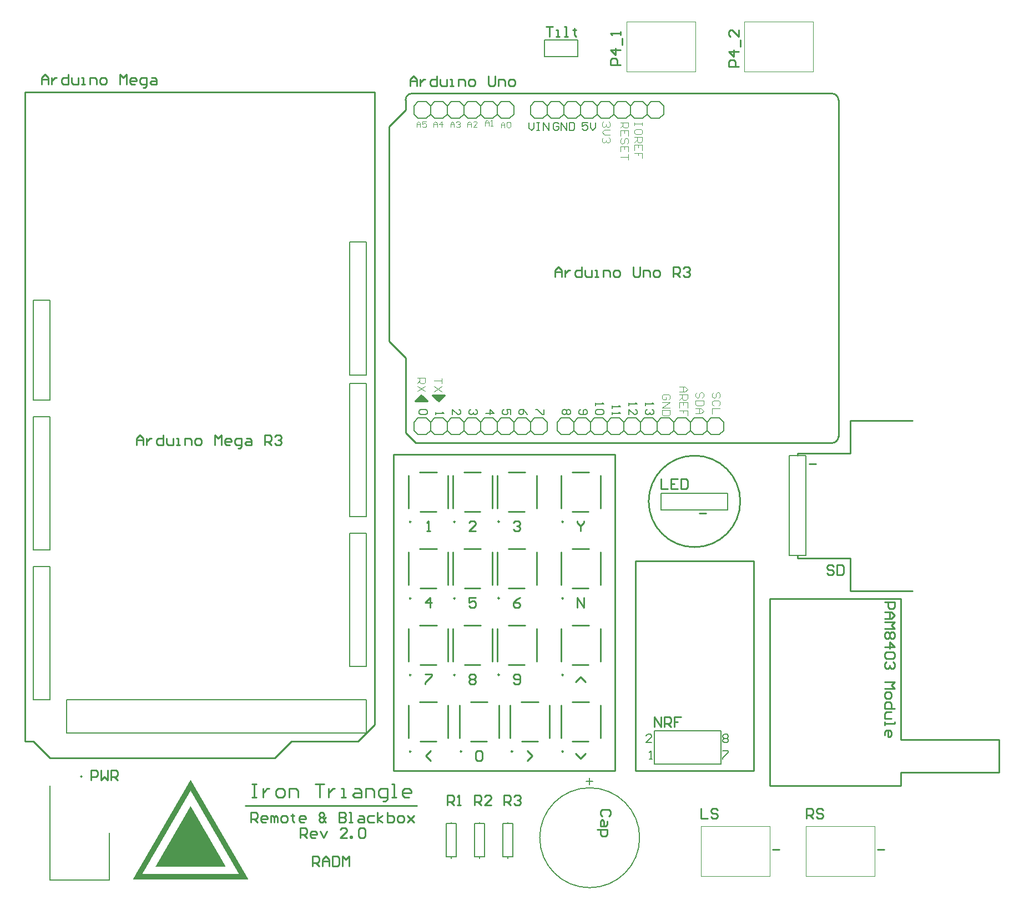
<source format=gbr>
%TF.GenerationSoftware,Altium Limited,Altium Designer,21.8.1 (53)*%
G04 Layer_Color=65535*
%FSLAX43Y43*%
%MOMM*%
%TF.SameCoordinates,16DCEB66-4DAC-4E16-A6F7-90F727604106*%
%TF.FilePolarity,Positive*%
%TF.FileFunction,Legend,Top*%
%TF.Part,Single*%
G01*
G75*
%TA.AperFunction,NonConductor*%
%ADD10C,0.203*%
%ADD11C,0.254*%
%ADD41C,0.200*%
%ADD42C,0.100*%
%ADD43C,0.305*%
%ADD44C,0.152*%
%ADD45C,0.121*%
%ADD46C,0.145*%
%ADD47C,0.104*%
%ADD48C,0.150*%
G36*
X27906Y18329D02*
X27914D01*
Y18321D01*
X27922D01*
Y18305D01*
X27930D01*
Y18289D01*
X27937D01*
Y18274D01*
X27945D01*
Y18266D01*
X27953D01*
Y18250D01*
X27961D01*
Y18234D01*
X27969D01*
Y18226D01*
X27977D01*
Y18211D01*
X27985D01*
Y18195D01*
X27992D01*
Y18179D01*
X28000D01*
Y18171D01*
X28008D01*
Y18156D01*
X28016D01*
Y18140D01*
X28024D01*
Y18124D01*
X28032D01*
Y18116D01*
X28040D01*
Y18101D01*
X28047D01*
Y18085D01*
X28055D01*
Y18077D01*
X28063D01*
Y18062D01*
X28071D01*
Y18046D01*
X28079D01*
Y18030D01*
X28087D01*
Y18022D01*
X28094D01*
Y18007D01*
X28102D01*
Y17991D01*
X28110D01*
Y17983D01*
X28118D01*
Y17967D01*
X28126D01*
Y17952D01*
X28134D01*
Y17936D01*
X28142D01*
Y17928D01*
X28149D01*
Y17912D01*
X28157D01*
Y17897D01*
X28165D01*
Y17881D01*
X28173D01*
Y17873D01*
X28181D01*
Y17857D01*
X28189D01*
Y17842D01*
X28197D01*
Y17834D01*
X28204D01*
Y17818D01*
X28212D01*
Y17802D01*
X28220D01*
Y17787D01*
X28228D01*
Y17779D01*
X28236D01*
Y17763D01*
X28244D01*
Y17747D01*
X28252D01*
Y17739D01*
X28259D01*
Y17724D01*
X28267D01*
Y17708D01*
X28275D01*
Y17692D01*
X28283D01*
Y17684D01*
X28291D01*
Y17669D01*
X28299D01*
Y17653D01*
X28307D01*
Y17637D01*
X28314D01*
Y17629D01*
X28322D01*
Y17614D01*
X28330D01*
Y17598D01*
X28338D01*
Y17590D01*
X28346D01*
Y17574D01*
X28354D01*
Y17559D01*
X28362D01*
Y17543D01*
X28369D01*
Y17535D01*
X28377D01*
Y17519D01*
X28385D01*
Y17504D01*
X28393D01*
Y17488D01*
X28401D01*
Y17480D01*
X28409D01*
Y17464D01*
X28417D01*
Y17449D01*
X28424D01*
Y17441D01*
X28432D01*
Y17425D01*
X28440D01*
Y17409D01*
X28448D01*
Y17394D01*
X28456D01*
Y17386D01*
X28464D01*
Y17370D01*
X28472D01*
Y17354D01*
X28479D01*
Y17347D01*
X28487D01*
Y17331D01*
X28495D01*
Y17315D01*
X28503D01*
Y17299D01*
X28511D01*
Y17292D01*
X28519D01*
Y17276D01*
X28527D01*
Y17260D01*
X28534D01*
Y17245D01*
X28542D01*
Y17237D01*
X28550D01*
Y17221D01*
X28558D01*
Y17205D01*
X28566D01*
Y17197D01*
X28574D01*
Y17182D01*
X28582D01*
Y17166D01*
X28589D01*
Y17150D01*
X28597D01*
Y17142D01*
X28605D01*
Y17127D01*
X28613D01*
Y17111D01*
X28621D01*
Y17103D01*
X28629D01*
Y17087D01*
X28637D01*
Y17072D01*
X28644D01*
Y17056D01*
X28652D01*
Y17048D01*
X28660D01*
Y17032D01*
X28668D01*
Y17017D01*
X28676D01*
Y17001D01*
X28684D01*
Y16993D01*
X28692D01*
Y16977D01*
X28699D01*
Y16962D01*
X28707D01*
Y16954D01*
X28715D01*
Y16938D01*
X28723D01*
Y16922D01*
X28731D01*
Y16907D01*
X28739D01*
Y16899D01*
X28747D01*
Y16883D01*
X28754D01*
Y16867D01*
X28762D01*
Y16852D01*
X28770D01*
Y16844D01*
X28778D01*
Y16828D01*
X28786D01*
Y16812D01*
X28794D01*
Y16805D01*
X28802D01*
Y16789D01*
X28809D01*
Y16773D01*
X28817D01*
Y16757D01*
X28825D01*
Y16750D01*
X28833D01*
Y16734D01*
X28841D01*
Y16718D01*
X28849D01*
Y16710D01*
X28857D01*
Y16695D01*
X28864D01*
Y16679D01*
X28872D01*
Y16663D01*
X28880D01*
Y16655D01*
X28888D01*
Y16640D01*
X28896D01*
Y16624D01*
X28904D01*
Y16608D01*
X28911D01*
Y16600D01*
X28919D01*
Y16585D01*
X28927D01*
Y16569D01*
X28935D01*
Y16561D01*
X28943D01*
Y16545D01*
X28951D01*
Y16530D01*
X28959D01*
Y16514D01*
X28966D01*
Y16506D01*
X28974D01*
Y16490D01*
X28982D01*
Y16475D01*
X28990D01*
Y16459D01*
X28998D01*
Y16451D01*
X29006D01*
Y16435D01*
X29014D01*
Y16420D01*
X29021D01*
Y16412D01*
X29029D01*
Y16396D01*
X29037D01*
Y16380D01*
X29045D01*
Y16365D01*
X29053D01*
Y16357D01*
X29061D01*
Y16341D01*
X29069D01*
Y16325D01*
X29076D01*
Y16318D01*
X29084D01*
Y16302D01*
X29092D01*
Y16286D01*
X29100D01*
Y16270D01*
X29108D01*
Y16263D01*
X29116D01*
Y16247D01*
X29124D01*
Y16231D01*
X29131D01*
Y16215D01*
X29139D01*
Y16208D01*
X29147D01*
Y16192D01*
X29155D01*
Y16176D01*
X29163D01*
Y16168D01*
X29171D01*
Y16153D01*
X29179D01*
Y16137D01*
X29186D01*
Y16121D01*
X29194D01*
Y16113D01*
X29202D01*
Y16098D01*
X29210D01*
Y16082D01*
X29218D01*
Y16074D01*
X29226D01*
Y16058D01*
X29234D01*
Y16043D01*
X29241D01*
Y16027D01*
X29249D01*
Y16019D01*
X29257D01*
Y16003D01*
X29265D01*
Y15988D01*
X29273D01*
Y15972D01*
X29281D01*
Y15964D01*
X29289D01*
Y15948D01*
X29296D01*
Y15933D01*
X29304D01*
Y15925D01*
X29312D01*
Y15909D01*
X29320D01*
Y15893D01*
X29328D01*
Y15878D01*
X29336D01*
Y15870D01*
X29344D01*
Y15854D01*
X29351D01*
Y15838D01*
X29359D01*
Y15823D01*
X29367D01*
Y15815D01*
X29375D01*
Y15799D01*
X29383D01*
Y15783D01*
X29391D01*
Y15776D01*
X29399D01*
Y15760D01*
X29406D01*
Y15744D01*
X29414D01*
Y15728D01*
X29422D01*
Y15721D01*
X29430D01*
Y15705D01*
X29438D01*
Y15689D01*
X29446D01*
Y15681D01*
X29454D01*
Y15666D01*
X29461D01*
Y15650D01*
X29469D01*
Y15634D01*
X29477D01*
Y15626D01*
X29485D01*
Y15611D01*
X29493D01*
Y15595D01*
X29501D01*
Y15579D01*
X29509D01*
Y15571D01*
X29516D01*
Y15556D01*
X29524D01*
Y15540D01*
X29532D01*
Y15532D01*
X29540D01*
Y15516D01*
X29548D01*
Y15501D01*
X29556D01*
Y15485D01*
X29564D01*
Y15477D01*
X29571D01*
Y15461D01*
X29579D01*
Y15446D01*
X29587D01*
Y15430D01*
X29595D01*
Y15422D01*
X29603D01*
Y15406D01*
X29611D01*
Y15391D01*
X29618D01*
Y15383D01*
X29626D01*
Y15367D01*
X29634D01*
Y15351D01*
X29642D01*
Y15336D01*
X29650D01*
Y15328D01*
X29658D01*
Y15312D01*
X29666D01*
Y15296D01*
X29673D01*
Y15288D01*
X29681D01*
Y15273D01*
X29689D01*
Y15257D01*
X29697D01*
Y15241D01*
X29705D01*
Y15233D01*
X29713D01*
Y15218D01*
X29721D01*
Y15202D01*
X29728D01*
Y15186D01*
X29736D01*
Y15178D01*
X29744D01*
Y15163D01*
X29752D01*
Y15147D01*
X29760D01*
Y15139D01*
X29768D01*
Y15123D01*
X29776D01*
Y15108D01*
X29783D01*
Y15092D01*
X29791D01*
Y15084D01*
X29799D01*
Y15068D01*
X29807D01*
Y15053D01*
X29815D01*
Y15045D01*
X29823D01*
Y15029D01*
X29831D01*
Y15014D01*
X29838D01*
Y14998D01*
X29846D01*
Y14990D01*
X29854D01*
Y14974D01*
X29862D01*
Y14959D01*
X29870D01*
Y14943D01*
X29878D01*
Y14935D01*
X29886D01*
Y14919D01*
X29893D01*
Y14904D01*
X29901D01*
Y14896D01*
X29909D01*
Y14880D01*
X29917D01*
Y14864D01*
X29925D01*
Y14849D01*
X29933D01*
Y14841D01*
X29941D01*
Y14825D01*
X29948D01*
Y14809D01*
X29956D01*
Y14794D01*
X29964D01*
Y14786D01*
X29972D01*
Y14770D01*
X29980D01*
Y14754D01*
X29988D01*
Y14746D01*
X29996D01*
Y14731D01*
X30003D01*
Y14715D01*
X30011D01*
Y14699D01*
X30019D01*
Y14691D01*
X30027D01*
Y14676D01*
X30035D01*
Y14660D01*
X30043D01*
Y14652D01*
X30051D01*
Y14636D01*
X30058D01*
Y14621D01*
X30066D01*
Y14605D01*
X30074D01*
Y14597D01*
X30082D01*
Y14581D01*
X30090D01*
Y14566D01*
X30098D01*
Y14550D01*
X30106D01*
Y14542D01*
X30113D01*
Y14526D01*
X30121D01*
Y14511D01*
X30129D01*
Y14503D01*
X30137D01*
Y14487D01*
X30145D01*
Y14471D01*
X30153D01*
Y14456D01*
X30161D01*
Y14448D01*
X30168D01*
Y14432D01*
X30176D01*
Y14416D01*
X30184D01*
Y14409D01*
X30192D01*
Y14393D01*
X30200D01*
Y14377D01*
X30208D01*
Y14361D01*
X30216D01*
Y14354D01*
X30223D01*
Y14338D01*
X30231D01*
Y14322D01*
X30239D01*
Y14306D01*
X30247D01*
Y14299D01*
X30255D01*
Y14283D01*
X30263D01*
Y14267D01*
X30271D01*
Y14259D01*
X30278D01*
Y14244D01*
X30286D01*
Y14228D01*
X30294D01*
Y14212D01*
X30302D01*
Y14204D01*
X30310D01*
Y14189D01*
X30318D01*
Y14173D01*
X30326D01*
Y14157D01*
X30333D01*
Y14149D01*
X30341D01*
Y14134D01*
X30349D01*
Y14118D01*
X30357D01*
Y14110D01*
X30365D01*
Y14094D01*
X30373D01*
Y14079D01*
X30381D01*
Y14063D01*
X30388D01*
Y14055D01*
X30396D01*
Y14039D01*
X30404D01*
Y14024D01*
X30412D01*
Y14016D01*
X30420D01*
Y14000D01*
X30428D01*
Y13984D01*
X30435D01*
Y13969D01*
X30443D01*
Y13961D01*
X30451D01*
Y13945D01*
X30459D01*
Y13929D01*
X30467D01*
Y13914D01*
X30475D01*
Y13906D01*
X30483D01*
Y13890D01*
X30490D01*
Y13874D01*
X30498D01*
Y13867D01*
X30506D01*
Y13851D01*
X30514D01*
Y13835D01*
X30522D01*
Y13819D01*
X30530D01*
Y13812D01*
X30538D01*
Y13796D01*
X30545D01*
Y13780D01*
X30553D01*
Y13764D01*
X30561D01*
Y13757D01*
X30569D01*
Y13741D01*
X30577D01*
Y13725D01*
X30585D01*
Y13717D01*
X30593D01*
Y13702D01*
X30600D01*
Y13686D01*
X30608D01*
Y13670D01*
X30616D01*
Y13662D01*
X30624D01*
Y13647D01*
X30632D01*
Y13631D01*
X30640D01*
Y13623D01*
X30648D01*
Y13607D01*
X30655D01*
Y13592D01*
X30663D01*
Y13576D01*
X30671D01*
Y13568D01*
X30679D01*
Y13552D01*
X30687D01*
Y13537D01*
X30695D01*
Y13521D01*
X30703D01*
Y13513D01*
X30710D01*
Y13497D01*
X30718D01*
Y13482D01*
X30726D01*
Y13474D01*
X30734D01*
Y13458D01*
X30742D01*
Y13442D01*
X30750D01*
Y13427D01*
X30758D01*
Y13419D01*
X30765D01*
Y13403D01*
X30773D01*
Y13387D01*
X30781D01*
Y13380D01*
X30789D01*
Y13364D01*
X30797D01*
Y13348D01*
X30805D01*
Y13332D01*
X30813D01*
Y13325D01*
X30820D01*
Y13309D01*
X30828D01*
Y13293D01*
X30836D01*
Y13277D01*
X30844D01*
Y13270D01*
X30852D01*
Y13254D01*
X30860D01*
Y13238D01*
X30868D01*
Y13230D01*
X30875D01*
Y13215D01*
X30883D01*
Y13199D01*
X30891D01*
Y13183D01*
X30899D01*
Y13175D01*
X30907D01*
Y13160D01*
X30915D01*
Y13144D01*
X30923D01*
Y13128D01*
X30930D01*
Y13120D01*
X30938D01*
Y13105D01*
X30946D01*
Y13089D01*
X30954D01*
Y13081D01*
X30962D01*
Y13065D01*
X30970D01*
Y13050D01*
X30978D01*
Y13034D01*
X30985D01*
Y13026D01*
X30993D01*
Y13010D01*
X31001D01*
Y12995D01*
X31009D01*
Y12987D01*
X31017D01*
Y12971D01*
X31025D01*
Y12955D01*
X31033D01*
Y12940D01*
X31040D01*
Y12932D01*
X31048D01*
Y12916D01*
X31056D01*
Y12900D01*
X31064D01*
Y12885D01*
X31072D01*
Y12877D01*
X31080D01*
Y12861D01*
X31088D01*
Y12845D01*
X31095D01*
Y12837D01*
X31103D01*
Y12822D01*
X31111D01*
Y12806D01*
X31119D01*
Y12790D01*
X31127D01*
Y12782D01*
X31135D01*
Y12767D01*
X31142D01*
Y12751D01*
X31150D01*
Y12735D01*
X31158D01*
Y12727D01*
X31166D01*
Y12712D01*
X31174D01*
Y12696D01*
X31182D01*
Y12688D01*
X31190D01*
Y12673D01*
X31197D01*
Y12657D01*
X31205D01*
Y12641D01*
X31213D01*
Y12633D01*
X31221D01*
Y12618D01*
X31229D01*
Y12602D01*
X31237D01*
Y12594D01*
X31245D01*
Y12578D01*
X31252D01*
Y12563D01*
X31260D01*
Y12547D01*
X31268D01*
Y12539D01*
X31276D01*
Y12523D01*
X31284D01*
Y12508D01*
X31292D01*
Y12492D01*
X31300D01*
Y12484D01*
X31307D01*
Y12468D01*
X31315D01*
Y12453D01*
X31323D01*
Y12445D01*
X31331D01*
Y12429D01*
X31339D01*
Y12413D01*
X31347D01*
Y12398D01*
X31355D01*
Y12390D01*
X31362D01*
Y12374D01*
X31370D01*
Y12358D01*
X31378D01*
Y12350D01*
X31386D01*
Y12335D01*
X31394D01*
Y12319D01*
X31402D01*
Y12303D01*
X31410D01*
Y12295D01*
X31417D01*
Y12280D01*
X31425D01*
Y12264D01*
X31433D01*
Y12248D01*
X31441D01*
Y12240D01*
X31449D01*
Y12225D01*
X31457D01*
Y12209D01*
X31465D01*
Y12201D01*
X31472D01*
Y12185D01*
X31480D01*
Y12170D01*
X31488D01*
Y12154D01*
X31496D01*
Y12146D01*
X31504D01*
Y12130D01*
X31512D01*
Y12115D01*
X31520D01*
Y12099D01*
X31527D01*
Y12091D01*
X31535D01*
Y12075D01*
X31543D01*
Y12060D01*
X31551D01*
Y12052D01*
X31559D01*
Y12036D01*
X31567D01*
Y12020D01*
X31575D01*
Y12005D01*
X31582D01*
Y11997D01*
X31590D01*
Y11981D01*
X31598D01*
Y11965D01*
X31606D01*
Y11958D01*
X31614D01*
Y11942D01*
X31622D01*
Y11926D01*
X31630D01*
Y11911D01*
X31637D01*
Y11903D01*
X31645D01*
Y11887D01*
X31653D01*
Y11871D01*
X31661D01*
Y11856D01*
X31669D01*
Y11848D01*
X31677D01*
Y11832D01*
X31685D01*
Y11816D01*
X31692D01*
Y11808D01*
X31700D01*
Y11793D01*
X31708D01*
Y11777D01*
X31716D01*
Y11761D01*
X31724D01*
Y11753D01*
X31732D01*
Y11738D01*
X31740D01*
Y11722D01*
X31747D01*
Y11714D01*
X31755D01*
Y11698D01*
X31763D01*
Y11683D01*
X31771D01*
Y11667D01*
X31779D01*
Y11659D01*
X31787D01*
Y11643D01*
X31795D01*
Y11628D01*
X31802D01*
Y11612D01*
X31810D01*
Y11604D01*
X31818D01*
Y11588D01*
X31826D01*
Y11573D01*
X31834D01*
Y11565D01*
X31842D01*
Y11549D01*
X31850D01*
Y11533D01*
X31857D01*
Y11518D01*
X31865D01*
Y11510D01*
X31873D01*
Y11494D01*
X31881D01*
Y11478D01*
X31889D01*
Y11463D01*
X31897D01*
Y11455D01*
X31904D01*
Y11439D01*
X31912D01*
Y11423D01*
X31920D01*
Y11416D01*
X31928D01*
Y11400D01*
X31936D01*
Y11384D01*
X31944D01*
Y11368D01*
X31952D01*
Y11361D01*
X31959D01*
Y11345D01*
X31967D01*
Y11329D01*
X31975D01*
Y11321D01*
X31983D01*
Y11306D01*
X31991D01*
Y11290D01*
X31999D01*
Y11274D01*
X32007D01*
Y11266D01*
X32014D01*
Y11251D01*
X32022D01*
Y11235D01*
X32030D01*
Y11219D01*
X32038D01*
Y11211D01*
X32046D01*
Y11196D01*
X32054D01*
Y11180D01*
X32062D01*
Y11172D01*
X32069D01*
Y11156D01*
X32077D01*
Y11141D01*
X32085D01*
Y11125D01*
X32093D01*
Y11117D01*
X32101D01*
Y11101D01*
X32109D01*
Y11086D01*
X32117D01*
Y11070D01*
X32124D01*
Y11062D01*
X32132D01*
Y11046D01*
X32140D01*
Y11031D01*
X32148D01*
Y11023D01*
X32156D01*
Y11007D01*
X32164D01*
Y10991D01*
X32172D01*
Y10976D01*
X32179D01*
Y10968D01*
X32187D01*
Y10952D01*
X32195D01*
Y10936D01*
X32203D01*
Y10929D01*
X32211D01*
Y10913D01*
X32219D01*
Y10897D01*
X32227D01*
Y10881D01*
X32234D01*
Y10874D01*
X32242D01*
Y10858D01*
X32250D01*
Y10842D01*
X32258D01*
Y10826D01*
X32266D01*
Y10819D01*
X32274D01*
Y10803D01*
X32282D01*
Y10787D01*
X32289D01*
Y10779D01*
X32297D01*
Y10764D01*
X32305D01*
Y10748D01*
X32313D01*
Y10732D01*
X32321D01*
Y10724D01*
X32329D01*
Y10709D01*
X32337D01*
Y10693D01*
X32344D01*
Y10685D01*
X32352D01*
Y10669D01*
X32360D01*
Y10654D01*
X32368D01*
Y10638D01*
X32376D01*
Y10630D01*
X32384D01*
Y10614D01*
X32392D01*
Y10599D01*
X32399D01*
Y10583D01*
X32407D01*
Y10575D01*
X32415D01*
Y10559D01*
X32423D01*
Y10544D01*
X32431D01*
Y10536D01*
X32439D01*
Y10520D01*
X32447D01*
Y10504D01*
X32454D01*
Y10489D01*
X32462D01*
Y10481D01*
X32470D01*
Y10465D01*
X32478D01*
Y10449D01*
X32486D01*
Y10434D01*
X32494D01*
Y10426D01*
X32502D01*
Y10410D01*
X32509D01*
Y10394D01*
X32517D01*
Y10387D01*
X32525D01*
Y10371D01*
X32533D01*
Y10355D01*
X32541D01*
Y10339D01*
X32549D01*
Y10332D01*
X32557D01*
Y10316D01*
X32564D01*
Y10300D01*
X32572D01*
Y10292D01*
X32580D01*
Y10277D01*
X32588D01*
Y10261D01*
X32596D01*
Y10245D01*
X32604D01*
Y10237D01*
X32612D01*
Y10222D01*
X32619D01*
Y10206D01*
X32627D01*
Y10190D01*
X32635D01*
Y10182D01*
X32643D01*
Y10167D01*
X32651D01*
Y10151D01*
X32659D01*
Y10143D01*
X32667D01*
Y10127D01*
X32674D01*
Y10112D01*
X32682D01*
Y10096D01*
X32690D01*
Y10088D01*
X32698D01*
Y10072D01*
X32706D01*
Y10057D01*
X32714D01*
Y10041D01*
X32721D01*
Y10033D01*
X32729D01*
Y10017D01*
X32737D01*
Y10002D01*
X32745D01*
Y9994D01*
X32753D01*
Y9978D01*
X32761D01*
Y9962D01*
X32769D01*
Y9947D01*
X32776D01*
Y9939D01*
X32784D01*
Y9923D01*
X32792D01*
Y9907D01*
X32800D01*
Y9899D01*
X32808D01*
Y9884D01*
X32816D01*
Y9868D01*
X32824D01*
Y9852D01*
X32831D01*
Y9844D01*
X32839D01*
Y9829D01*
X32847D01*
Y9813D01*
X32855D01*
Y9797D01*
X32863D01*
Y9789D01*
X32871D01*
Y9774D01*
X32879D01*
Y9758D01*
X32886D01*
Y9750D01*
X32894D01*
Y9734D01*
X32902D01*
Y9719D01*
X32910D01*
Y9703D01*
X32918D01*
Y9695D01*
X32926D01*
Y9679D01*
X32934D01*
Y9664D01*
X32941D01*
Y9656D01*
X32949D01*
Y9640D01*
X32957D01*
Y9625D01*
X32965D01*
Y9609D01*
X32973D01*
Y9601D01*
X32981D01*
Y9585D01*
X32989D01*
Y9570D01*
X32996D01*
Y9554D01*
X33004D01*
Y9546D01*
X33012D01*
Y9530D01*
X33020D01*
Y9515D01*
X33028D01*
Y9507D01*
X33036D01*
Y9491D01*
X33044D01*
Y9475D01*
X33051D01*
Y9460D01*
X33059D01*
Y9452D01*
X33067D01*
Y9436D01*
X33075D01*
Y9420D01*
X33083D01*
Y9405D01*
X33091D01*
Y9397D01*
X33099D01*
Y9381D01*
X33106D01*
Y9365D01*
X33114D01*
Y9357D01*
X33122D01*
Y9342D01*
X33130D01*
Y9326D01*
X33138D01*
Y9310D01*
X33146D01*
Y9302D01*
X33154D01*
Y9287D01*
X33161D01*
Y9271D01*
X33169D01*
Y9263D01*
X33177D01*
Y9247D01*
X33185D01*
Y9232D01*
X33193D01*
Y9216D01*
X33201D01*
Y9208D01*
X33209D01*
Y9192D01*
X33216D01*
Y9177D01*
X33224D01*
Y9161D01*
X33232D01*
Y9153D01*
X33240D01*
Y9137D01*
X33248D01*
Y9122D01*
X33256D01*
Y9114D01*
X33264D01*
Y9098D01*
X33271D01*
Y9082D01*
X33279D01*
Y9067D01*
X33287D01*
Y9059D01*
X33295D01*
Y9043D01*
X33303D01*
Y9027D01*
X33311D01*
Y9020D01*
X33319D01*
Y9004D01*
X33326D01*
Y8988D01*
X33334D01*
Y8972D01*
X33342D01*
Y8965D01*
X33350D01*
Y8949D01*
X33358D01*
Y8933D01*
X33366D01*
Y8917D01*
X33374D01*
Y8910D01*
X33381D01*
Y8894D01*
X33389D01*
Y8878D01*
X33397D01*
Y8870D01*
X33405D01*
Y8855D01*
X33413D01*
Y8839D01*
X33421D01*
Y8823D01*
X33429D01*
Y8815D01*
X33436D01*
Y8800D01*
X33444D01*
Y8784D01*
X33452D01*
Y8768D01*
X33460D01*
Y8760D01*
X33468D01*
Y8745D01*
X33476D01*
Y8729D01*
X33483D01*
Y8721D01*
X33491D01*
Y8705D01*
X33499D01*
Y8690D01*
X33507D01*
Y8674D01*
X33515D01*
Y8666D01*
X33523D01*
Y8650D01*
X33531D01*
Y8635D01*
X33538D01*
Y8627D01*
X33546D01*
Y8611D01*
X33554D01*
Y8595D01*
X33562D01*
Y8580D01*
X33570D01*
Y8572D01*
X33578D01*
Y8556D01*
X33586D01*
Y8540D01*
X33593D01*
Y8525D01*
X33601D01*
Y8517D01*
X33609D01*
Y8501D01*
X33617D01*
Y8485D01*
X33625D01*
Y8478D01*
X33633D01*
Y8462D01*
X33641D01*
Y8446D01*
X33648D01*
Y8430D01*
X33656D01*
Y8423D01*
X33664D01*
Y8407D01*
X33672D01*
Y8391D01*
X33680D01*
Y8375D01*
X33688D01*
Y8368D01*
X33696D01*
Y8352D01*
X33703D01*
Y8336D01*
X33711D01*
Y8328D01*
X33719D01*
Y8313D01*
X33727D01*
Y8297D01*
X33735D01*
Y8281D01*
X33743D01*
Y8273D01*
X33751D01*
Y8258D01*
X33758D01*
Y8242D01*
X33766D01*
Y8234D01*
X33774D01*
Y8218D01*
X33782D01*
Y8203D01*
X33790D01*
Y8187D01*
X33798D01*
Y8179D01*
X33806D01*
Y8163D01*
X33813D01*
Y8148D01*
X33821D01*
Y8132D01*
X33829D01*
Y8124D01*
X33837D01*
Y8108D01*
X33845D01*
Y8093D01*
X33853D01*
Y8085D01*
X33861D01*
Y8069D01*
X33868D01*
Y8053D01*
X33876D01*
Y8038D01*
X33884D01*
Y8030D01*
X33892D01*
Y8014D01*
X33900D01*
Y7998D01*
X33908D01*
Y7991D01*
X33916D01*
Y7975D01*
X33923D01*
Y7959D01*
X33931D01*
Y7943D01*
X33939D01*
Y7936D01*
X33947D01*
Y7920D01*
X33955D01*
Y7904D01*
X33963D01*
Y7888D01*
X33971D01*
Y7881D01*
X33978D01*
Y7865D01*
X33986D01*
Y7849D01*
X33994D01*
Y7841D01*
X34002D01*
Y7826D01*
X34010D01*
Y7810D01*
X34018D01*
Y7794D01*
X34026D01*
Y7786D01*
X34033D01*
Y7771D01*
X34041D01*
Y7755D01*
X34049D01*
Y7739D01*
X34057D01*
Y7731D01*
X34065D01*
Y7716D01*
X34073D01*
Y7700D01*
X34081D01*
Y7692D01*
X34088D01*
Y7676D01*
X34096D01*
Y7661D01*
X34104D01*
Y7645D01*
X34112D01*
Y7637D01*
X34120D01*
Y7621D01*
X34128D01*
Y7606D01*
X34136D01*
Y7598D01*
X34143D01*
Y7582D01*
X34151D01*
Y7566D01*
X34159D01*
Y7551D01*
X34167D01*
Y7543D01*
X34175D01*
Y7527D01*
X34183D01*
Y7511D01*
X34190D01*
Y7496D01*
X34198D01*
Y7488D01*
X34206D01*
Y7472D01*
X34214D01*
Y7456D01*
X34222D01*
Y7448D01*
X34230D01*
Y7433D01*
X34238D01*
Y7417D01*
X34245D01*
Y7401D01*
X34253D01*
Y7393D01*
X34261D01*
Y7378D01*
X34269D01*
Y7362D01*
X34277D01*
Y7346D01*
X34285D01*
Y7339D01*
X34293D01*
Y7323D01*
X34300D01*
Y7307D01*
X34308D01*
Y7299D01*
X34316D01*
Y7284D01*
X34324D01*
Y7268D01*
X34332D01*
Y7252D01*
X34340D01*
Y7244D01*
X34348D01*
Y7229D01*
X34355D01*
Y7213D01*
X34363D01*
Y7205D01*
X34371D01*
Y7189D01*
X34379D01*
Y7174D01*
X34387D01*
Y7158D01*
X34395D01*
Y7150D01*
X34403D01*
Y7134D01*
X34410D01*
Y7119D01*
X34418D01*
Y7103D01*
X34426D01*
Y7095D01*
X34434D01*
Y7079D01*
X34442D01*
Y7064D01*
X34450D01*
Y7056D01*
X34458D01*
Y7040D01*
X34465D01*
Y7024D01*
X34473D01*
Y7009D01*
X34481D01*
Y7001D01*
X34489D01*
Y6985D01*
X34497D01*
Y6969D01*
X34505D01*
Y6961D01*
X34513D01*
Y6946D01*
X34520D01*
Y6930D01*
X34528D01*
Y6914D01*
X34536D01*
Y6906D01*
X34544D01*
Y6891D01*
X34552D01*
Y6875D01*
X34560D01*
Y6859D01*
X34568D01*
Y6851D01*
X34575D01*
Y6836D01*
X34583D01*
Y6820D01*
X34591D01*
Y6812D01*
X34599D01*
Y6796D01*
X34607D01*
Y6781D01*
X34615D01*
Y6765D01*
X34623D01*
Y6757D01*
X34630D01*
Y6741D01*
X34638D01*
Y6726D01*
X34646D01*
Y6710D01*
X34654D01*
Y6702D01*
X34662D01*
Y6686D01*
X34670D01*
Y6671D01*
X34678D01*
Y6663D01*
X34685D01*
Y6647D01*
X34693D01*
Y6631D01*
X34701D01*
Y6616D01*
X34709D01*
Y6608D01*
X34717D01*
Y6592D01*
X34725D01*
Y6577D01*
X34733D01*
Y6569D01*
X34740D01*
Y6553D01*
X34748D01*
Y6537D01*
X34756D01*
Y6522D01*
X34764D01*
Y6514D01*
X34772D01*
Y6498D01*
X34780D01*
Y6482D01*
X34788D01*
Y6467D01*
X34795D01*
Y6459D01*
X34803D01*
Y6443D01*
X34811D01*
Y6427D01*
X34819D01*
Y6419D01*
X34827D01*
Y6404D01*
X34835D01*
Y6388D01*
X34843D01*
Y6372D01*
X34850D01*
Y6364D01*
X34858D01*
Y6349D01*
X34866D01*
Y6333D01*
X34874D01*
Y6325D01*
X34882D01*
Y6309D01*
X34890D01*
Y6294D01*
X34898D01*
Y6278D01*
X34905D01*
Y6270D01*
X34913D01*
Y6254D01*
X34921D01*
Y6239D01*
X34929D01*
Y6223D01*
X34937D01*
Y6215D01*
X34945D01*
Y6199D01*
X34952D01*
Y6184D01*
X34960D01*
Y6176D01*
X34968D01*
Y6160D01*
X34976D01*
Y6144D01*
X34984D01*
Y6129D01*
X34992D01*
Y6121D01*
X35000D01*
Y6105D01*
X35007D01*
Y6089D01*
X35015D01*
Y6074D01*
X35023D01*
Y6066D01*
X35031D01*
Y6050D01*
X35039D01*
Y6034D01*
X35047D01*
Y6027D01*
X35055D01*
Y6011D01*
X35062D01*
Y5995D01*
X35070D01*
Y5979D01*
X35078D01*
Y5972D01*
X35086D01*
Y5956D01*
X35094D01*
Y5940D01*
X35102D01*
Y5932D01*
X35110D01*
Y5917D01*
X35117D01*
Y5901D01*
X35125D01*
Y5885D01*
X35133D01*
Y5877D01*
X35141D01*
Y5862D01*
X35149D01*
Y5846D01*
X35157D01*
Y5830D01*
X35165D01*
Y5822D01*
X35172D01*
Y5807D01*
X35180D01*
Y5791D01*
X35188D01*
Y5783D01*
X35196D01*
Y5767D01*
X35204D01*
Y5752D01*
X35212D01*
Y5736D01*
X35220D01*
Y5728D01*
X35227D01*
Y5712D01*
X35235D01*
Y5697D01*
X35243D01*
Y5681D01*
X35251D01*
Y5673D01*
X35259D01*
Y5657D01*
X35267D01*
Y5642D01*
X35275D01*
Y5634D01*
X35282D01*
Y5618D01*
X35290D01*
Y5602D01*
X35298D01*
Y5587D01*
X35306D01*
Y5579D01*
X35314D01*
Y5563D01*
X35322D01*
Y5547D01*
X35330D01*
Y5540D01*
X35337D01*
Y5524D01*
X35345D01*
Y5508D01*
X35353D01*
Y5492D01*
X35361D01*
Y5485D01*
X35369D01*
Y5469D01*
X35377D01*
Y5453D01*
X35385D01*
Y5437D01*
X35392D01*
Y5430D01*
X35400D01*
Y5414D01*
X35408D01*
Y5398D01*
X35416D01*
Y5390D01*
X35424D01*
Y5375D01*
X35432D01*
Y5359D01*
X35440D01*
Y5343D01*
X35447D01*
Y5335D01*
X35455D01*
Y5320D01*
X35463D01*
Y5304D01*
X35471D01*
Y5296D01*
X35479D01*
Y5280D01*
X35487D01*
Y5265D01*
X35495D01*
Y5249D01*
X35502D01*
Y5241D01*
X35510D01*
Y5225D01*
X35518D01*
Y5210D01*
X35526D01*
Y5194D01*
X35534D01*
Y5186D01*
X35542D01*
Y5170D01*
X35550D01*
Y5155D01*
X35557D01*
Y5147D01*
X35565D01*
Y5131D01*
X35573D01*
Y5115D01*
X35581D01*
Y5100D01*
X35589D01*
Y5092D01*
X35597D01*
Y5076D01*
X35605D01*
Y5060D01*
X35612D01*
Y5045D01*
X35620D01*
Y5037D01*
X35628D01*
Y5021D01*
X35636D01*
Y5005D01*
X35644D01*
Y4998D01*
X35652D01*
Y4982D01*
X35660D01*
Y4966D01*
X35667D01*
Y4950D01*
X35675D01*
Y4943D01*
X35683D01*
Y4927D01*
X35691D01*
Y4911D01*
X35699D01*
Y4903D01*
X35707D01*
Y4888D01*
X35715D01*
Y4872D01*
X35722D01*
Y4856D01*
X35730D01*
Y4848D01*
X35738D01*
Y4833D01*
X35746D01*
Y4817D01*
X35754D01*
Y4801D01*
X35762D01*
Y4793D01*
X35769D01*
Y4778D01*
X35777D01*
Y4762D01*
X35785D01*
Y4754D01*
X35793D01*
Y4738D01*
X35801D01*
Y4723D01*
X35809D01*
Y4707D01*
X35817D01*
Y4699D01*
X35824D01*
Y4683D01*
X35832D01*
Y4668D01*
X35840D01*
Y4652D01*
X35848D01*
Y4644D01*
X35856D01*
Y4628D01*
X35864D01*
Y4613D01*
X35872D01*
Y4605D01*
X35879D01*
Y4589D01*
X35887D01*
Y4573D01*
X35895D01*
Y4558D01*
X35903D01*
Y4550D01*
X35911D01*
Y4534D01*
X35919D01*
Y4518D01*
X35927D01*
Y4510D01*
X35934D01*
Y4495D01*
X35942D01*
Y4479D01*
X35950D01*
Y4463D01*
X35958D01*
Y4455D01*
X35966D01*
Y4440D01*
X35974D01*
Y4424D01*
X35982D01*
Y4408D01*
X35989D01*
Y4400D01*
X35997D01*
Y4385D01*
X36005D01*
Y4369D01*
X36013D01*
Y4361D01*
X36021D01*
Y4345D01*
X36029D01*
Y4330D01*
X36037D01*
Y4314D01*
X36044D01*
Y4306D01*
X36052D01*
Y4291D01*
X36060D01*
Y4275D01*
X36068D01*
Y4267D01*
X36076D01*
Y4251D01*
X36084D01*
Y4236D01*
X36092D01*
Y4220D01*
X36099D01*
Y4212D01*
X36107D01*
Y4196D01*
X36115D01*
Y4181D01*
X36123D01*
Y4165D01*
X36131D01*
Y4157D01*
X36139D01*
Y4141D01*
X36147D01*
Y4126D01*
X36154D01*
Y4118D01*
X36162D01*
Y4102D01*
X36170D01*
Y4086D01*
X36178D01*
Y4071D01*
X36186D01*
Y4063D01*
X36194D01*
Y4047D01*
X36202D01*
Y4031D01*
X36209D01*
Y4016D01*
X36217D01*
Y4008D01*
X36225D01*
Y3992D01*
X36233D01*
Y3976D01*
X36241D01*
Y3968D01*
X36249D01*
Y3953D01*
X36257D01*
Y3937D01*
X36264D01*
Y3921D01*
X36272D01*
Y3913D01*
X36280D01*
Y3898D01*
X36288D01*
Y3882D01*
X36296D01*
Y3874D01*
X36304D01*
Y3858D01*
X36312D01*
Y3843D01*
X36319D01*
Y3827D01*
X36327D01*
Y3819D01*
X36335D01*
Y3803D01*
X36343D01*
Y3788D01*
X36351D01*
Y3772D01*
X36359D01*
Y3764D01*
X36367D01*
Y3748D01*
X36374D01*
Y3733D01*
X36382D01*
Y3725D01*
X36390D01*
Y3709D01*
X36398D01*
Y3693D01*
X36406D01*
Y3678D01*
X36414D01*
Y3670D01*
X36422D01*
Y3654D01*
X36429D01*
Y3638D01*
X36437D01*
Y3631D01*
X36445D01*
Y3615D01*
X36453D01*
Y3599D01*
X36461D01*
Y3583D01*
X36469D01*
Y3576D01*
X36477D01*
Y3560D01*
X36484D01*
Y3544D01*
X36492D01*
Y3529D01*
X36500D01*
Y3521D01*
X36508D01*
Y3505D01*
X36516D01*
Y3489D01*
X36524D01*
Y3481D01*
X36531D01*
Y3466D01*
X36539D01*
Y3450D01*
X36547D01*
Y3434D01*
X36555D01*
Y3426D01*
X36563D01*
Y3411D01*
X36571D01*
Y3395D01*
X36579D01*
Y3379D01*
X36586D01*
Y3371D01*
X36594D01*
Y3356D01*
X36602D01*
Y3340D01*
X36610D01*
Y3332D01*
X36618D01*
Y3316D01*
X36626D01*
Y3301D01*
X36634D01*
Y3285D01*
X36641D01*
Y3277D01*
X36649D01*
Y3261D01*
X36657D01*
Y3246D01*
X36665D01*
Y3238D01*
X36673D01*
Y3222D01*
X36681D01*
Y3206D01*
X36689D01*
Y3191D01*
X36696D01*
Y3183D01*
X36704D01*
Y3167D01*
X36712D01*
Y3151D01*
X36720D01*
Y3136D01*
X36728D01*
Y3128D01*
X36736D01*
Y3112D01*
X19060D01*
Y3128D01*
X19068D01*
Y3136D01*
X19076D01*
Y3151D01*
X19084D01*
Y3167D01*
X19092D01*
Y3183D01*
X19100D01*
Y3191D01*
X19108D01*
Y3206D01*
X19115D01*
Y3222D01*
X19123D01*
Y3230D01*
X19131D01*
Y3246D01*
X19139D01*
Y3261D01*
X19147D01*
Y3277D01*
X19155D01*
Y3285D01*
X19163D01*
Y3301D01*
X19170D01*
Y3316D01*
X19178D01*
Y3324D01*
X19186D01*
Y3340D01*
X19194D01*
Y3356D01*
X19202D01*
Y3371D01*
X19210D01*
Y3379D01*
X19218D01*
Y3395D01*
X19225D01*
Y3411D01*
X19233D01*
Y3426D01*
X19241D01*
Y3434D01*
X19249D01*
Y3450D01*
X19257D01*
Y3466D01*
X19265D01*
Y3474D01*
X19273D01*
Y3489D01*
X19280D01*
Y3505D01*
X19288D01*
Y3521D01*
X19296D01*
Y3529D01*
X19304D01*
Y3544D01*
X19312D01*
Y3560D01*
X19320D01*
Y3576D01*
X19328D01*
Y3583D01*
X19335D01*
Y3599D01*
X19343D01*
Y3615D01*
X19351D01*
Y3623D01*
X19359D01*
Y3638D01*
X19367D01*
Y3654D01*
X19375D01*
Y3670D01*
X19383D01*
Y3678D01*
X19390D01*
Y3693D01*
X19398D01*
Y3709D01*
X19406D01*
Y3717D01*
X19414D01*
Y3733D01*
X19422D01*
Y3748D01*
X19430D01*
Y3764D01*
X19438D01*
Y3772D01*
X19445D01*
Y3788D01*
X19453D01*
Y3803D01*
X19461D01*
Y3819D01*
X19469D01*
Y3827D01*
X19477D01*
Y3843D01*
X19485D01*
Y3858D01*
X19493D01*
Y3866D01*
X19500D01*
Y3882D01*
X19508D01*
Y3898D01*
X19516D01*
Y3913D01*
X19524D01*
Y3921D01*
X19532D01*
Y3937D01*
X19540D01*
Y3953D01*
X19548D01*
Y3961D01*
X19555D01*
Y3976D01*
X19563D01*
Y3992D01*
X19571D01*
Y4008D01*
X19579D01*
Y4016D01*
X19587D01*
Y4031D01*
X19595D01*
Y4047D01*
X19603D01*
Y4063D01*
X19610D01*
Y4071D01*
X19618D01*
Y4086D01*
X19626D01*
Y4102D01*
X19634D01*
Y4110D01*
X19642D01*
Y4126D01*
X19650D01*
Y4141D01*
X19658D01*
Y4157D01*
X19665D01*
Y4165D01*
X19673D01*
Y4181D01*
X19681D01*
Y4196D01*
X19689D01*
Y4212D01*
X19697D01*
Y4220D01*
X19705D01*
Y4236D01*
X19712D01*
Y4251D01*
X19720D01*
Y4259D01*
X19728D01*
Y4275D01*
X19736D01*
Y4291D01*
X19744D01*
Y4306D01*
X19752D01*
Y4314D01*
X19760D01*
Y4330D01*
X19767D01*
Y4345D01*
X19775D01*
Y4353D01*
X19783D01*
Y4369D01*
X19791D01*
Y4385D01*
X19799D01*
Y4400D01*
X19807D01*
Y4408D01*
X19815D01*
Y4424D01*
X19822D01*
Y4440D01*
X19830D01*
Y4455D01*
X19838D01*
Y4463D01*
X19846D01*
Y4479D01*
X19854D01*
Y4495D01*
X19862D01*
Y4503D01*
X19870D01*
Y4518D01*
X19877D01*
Y4534D01*
X19885D01*
Y4550D01*
X19893D01*
Y4558D01*
X19901D01*
Y4573D01*
X19909D01*
Y4589D01*
X19917D01*
Y4605D01*
X19925D01*
Y4613D01*
X19932D01*
Y4628D01*
X19940D01*
Y4644D01*
X19948D01*
Y4652D01*
X19956D01*
Y4668D01*
X19964D01*
Y4683D01*
X19972D01*
Y4699D01*
X19980D01*
Y4707D01*
X19987D01*
Y4723D01*
X19995D01*
Y4738D01*
X20003D01*
Y4746D01*
X20011D01*
Y4762D01*
X20019D01*
Y4778D01*
X20027D01*
Y4793D01*
X20035D01*
Y4801D01*
X20042D01*
Y4817D01*
X20050D01*
Y4833D01*
X20058D01*
Y4848D01*
X20066D01*
Y4856D01*
X20074D01*
Y4872D01*
X20082D01*
Y4888D01*
X20090D01*
Y4895D01*
X20097D01*
Y4911D01*
X20105D01*
Y4927D01*
X20113D01*
Y4943D01*
X20121D01*
Y4950D01*
X20129D01*
Y4966D01*
X20137D01*
Y4982D01*
X20145D01*
Y4990D01*
X20152D01*
Y5005D01*
X20160D01*
Y5021D01*
X20168D01*
Y5037D01*
X20176D01*
Y5045D01*
X20184D01*
Y5060D01*
X20192D01*
Y5076D01*
X20200D01*
Y5092D01*
X20207D01*
Y5100D01*
X20215D01*
Y5115D01*
X20223D01*
Y5131D01*
X20231D01*
Y5139D01*
X20239D01*
Y5155D01*
X20247D01*
Y5170D01*
X20255D01*
Y5186D01*
X20262D01*
Y5194D01*
X20270D01*
Y5210D01*
X20278D01*
Y5225D01*
X20286D01*
Y5241D01*
X20294D01*
Y5249D01*
X20302D01*
Y5265D01*
X20310D01*
Y5280D01*
X20317D01*
Y5288D01*
X20325D01*
Y5304D01*
X20333D01*
Y5320D01*
X20341D01*
Y5335D01*
X20349D01*
Y5343D01*
X20357D01*
Y5359D01*
X20365D01*
Y5375D01*
X20372D01*
Y5382D01*
X20380D01*
Y5398D01*
X20388D01*
Y5414D01*
X20396D01*
Y5430D01*
X20404D01*
Y5437D01*
X20412D01*
Y5453D01*
X20420D01*
Y5469D01*
X20427D01*
Y5485D01*
X20435D01*
Y5492D01*
X20443D01*
Y5508D01*
X20451D01*
Y5524D01*
X20459D01*
Y5532D01*
X20467D01*
Y5547D01*
X20475D01*
Y5563D01*
X20482D01*
Y5579D01*
X20490D01*
Y5587D01*
X20498D01*
Y5602D01*
X20506D01*
Y5618D01*
X20514D01*
Y5634D01*
X20522D01*
Y5642D01*
X20529D01*
Y5657D01*
X20537D01*
Y5673D01*
X20545D01*
Y5681D01*
X20553D01*
Y5697D01*
X20561D01*
Y5712D01*
X20569D01*
Y5728D01*
X20577D01*
Y5736D01*
X20584D01*
Y5752D01*
X20592D01*
Y5767D01*
X20600D01*
Y5775D01*
X20608D01*
Y5791D01*
X20616D01*
Y5807D01*
X20624D01*
Y5822D01*
X20632D01*
Y5830D01*
X20639D01*
Y5846D01*
X20647D01*
Y5862D01*
X20655D01*
Y5877D01*
X20663D01*
Y5885D01*
X20671D01*
Y5901D01*
X20679D01*
Y5917D01*
X20687D01*
Y5924D01*
X20694D01*
Y5940D01*
X20702D01*
Y5956D01*
X20710D01*
Y5972D01*
X20718D01*
Y5979D01*
X20726D01*
Y5995D01*
X20734D01*
Y6011D01*
X20742D01*
Y6019D01*
X20749D01*
Y6034D01*
X20757D01*
Y6050D01*
X20765D01*
Y6066D01*
X20773D01*
Y6074D01*
X20781D01*
Y6089D01*
X20789D01*
Y6105D01*
X20797D01*
Y6121D01*
X20804D01*
Y6129D01*
X20812D01*
Y6144D01*
X20820D01*
Y6160D01*
X20828D01*
Y6168D01*
X20836D01*
Y6184D01*
X20844D01*
Y6199D01*
X20852D01*
Y6215D01*
X20859D01*
Y6223D01*
X20867D01*
Y6239D01*
X20875D01*
Y6254D01*
X20883D01*
Y6270D01*
X20891D01*
Y6278D01*
X20899D01*
Y6294D01*
X20907D01*
Y6309D01*
X20914D01*
Y6317D01*
X20922D01*
Y6333D01*
X20930D01*
Y6349D01*
X20938D01*
Y6364D01*
X20946D01*
Y6372D01*
X20954D01*
Y6388D01*
X20962D01*
Y6404D01*
X20969D01*
Y6412D01*
X20977D01*
Y6427D01*
X20985D01*
Y6443D01*
X20993D01*
Y6459D01*
X21001D01*
Y6467D01*
X21009D01*
Y6482D01*
X21017D01*
Y6498D01*
X21024D01*
Y6514D01*
X21032D01*
Y6522D01*
X21040D01*
Y6537D01*
X21048D01*
Y6553D01*
X21056D01*
Y6561D01*
X21064D01*
Y6577D01*
X21072D01*
Y6592D01*
X21079D01*
Y6608D01*
X21087D01*
Y6616D01*
X21095D01*
Y6631D01*
X21103D01*
Y6647D01*
X21111D01*
Y6663D01*
X21119D01*
Y6671D01*
X21127D01*
Y6686D01*
X21134D01*
Y6702D01*
X21142D01*
Y6710D01*
X21150D01*
Y6726D01*
X21158D01*
Y6741D01*
X21166D01*
Y6757D01*
X21174D01*
Y6765D01*
X21182D01*
Y6781D01*
X21189D01*
Y6796D01*
X21197D01*
Y6804D01*
X21205D01*
Y6820D01*
X21213D01*
Y6836D01*
X21221D01*
Y6851D01*
X21229D01*
Y6859D01*
X21236D01*
Y6875D01*
X21244D01*
Y6891D01*
X21252D01*
Y6906D01*
X21260D01*
Y6914D01*
X21268D01*
Y6930D01*
X21276D01*
Y6946D01*
X21284D01*
Y6954D01*
X21291D01*
Y6969D01*
X21299D01*
Y6985D01*
X21307D01*
Y7001D01*
X21315D01*
Y7009D01*
X21323D01*
Y7024D01*
X21331D01*
Y7040D01*
X21339D01*
Y7056D01*
X21346D01*
Y7064D01*
X21354D01*
Y7079D01*
X21362D01*
Y7095D01*
X21370D01*
Y7103D01*
X21378D01*
Y7119D01*
X21386D01*
Y7134D01*
X21394D01*
Y7150D01*
X21401D01*
Y7158D01*
X21409D01*
Y7174D01*
X21417D01*
Y7189D01*
X21425D01*
Y7197D01*
X21433D01*
Y7213D01*
X21441D01*
Y7229D01*
X21449D01*
Y7244D01*
X21456D01*
Y7252D01*
X21464D01*
Y7268D01*
X21472D01*
Y7284D01*
X21480D01*
Y7299D01*
X21488D01*
Y7307D01*
X21496D01*
Y7323D01*
X21504D01*
Y7339D01*
X21511D01*
Y7346D01*
X21519D01*
Y7362D01*
X21527D01*
Y7378D01*
X21535D01*
Y7393D01*
X21543D01*
Y7401D01*
X21551D01*
Y7417D01*
X21559D01*
Y7433D01*
X21566D01*
Y7441D01*
X21574D01*
Y7456D01*
X21582D01*
Y7472D01*
X21590D01*
Y7488D01*
X21598D01*
Y7496D01*
X21606D01*
Y7511D01*
X21614D01*
Y7527D01*
X21621D01*
Y7543D01*
X21629D01*
Y7551D01*
X21637D01*
Y7566D01*
X21645D01*
Y7582D01*
X21653D01*
Y7590D01*
X21661D01*
Y7606D01*
X21669D01*
Y7621D01*
X21676D01*
Y7637D01*
X21684D01*
Y7645D01*
X21692D01*
Y7661D01*
X21700D01*
Y7676D01*
X21708D01*
Y7692D01*
X21716D01*
Y7700D01*
X21724D01*
Y7716D01*
X21731D01*
Y7731D01*
X21739D01*
Y7739D01*
X21747D01*
Y7755D01*
X21755D01*
Y7771D01*
X21763D01*
Y7786D01*
X21771D01*
Y7794D01*
X21779D01*
Y7810D01*
X21786D01*
Y7826D01*
X21794D01*
Y7833D01*
X21802D01*
Y7849D01*
X21810D01*
Y7865D01*
X21818D01*
Y7881D01*
X21826D01*
Y7888D01*
X21834D01*
Y7904D01*
X21841D01*
Y7920D01*
X21849D01*
Y7936D01*
X21857D01*
Y7943D01*
X21865D01*
Y7959D01*
X21873D01*
Y7975D01*
X21881D01*
Y7983D01*
X21889D01*
Y7998D01*
X21896D01*
Y8014D01*
X21904D01*
Y8030D01*
X21912D01*
Y8038D01*
X21920D01*
Y8053D01*
X21928D01*
Y8069D01*
X21936D01*
Y8085D01*
X21944D01*
Y8093D01*
X21951D01*
Y8108D01*
X21959D01*
Y8124D01*
X21967D01*
Y8132D01*
X21975D01*
Y8148D01*
X21983D01*
Y8163D01*
X21991D01*
Y8179D01*
X21999D01*
Y8187D01*
X22006D01*
Y8203D01*
X22014D01*
Y8218D01*
X22022D01*
Y8226D01*
X22030D01*
Y8242D01*
X22038D01*
Y8258D01*
X22046D01*
Y8273D01*
X22053D01*
Y8281D01*
X22061D01*
Y8297D01*
X22069D01*
Y8313D01*
X22077D01*
Y8328D01*
X22085D01*
Y8336D01*
X22093D01*
Y8352D01*
X22101D01*
Y8368D01*
X22108D01*
Y8375D01*
X22116D01*
Y8391D01*
X22124D01*
Y8407D01*
X22132D01*
Y8423D01*
X22140D01*
Y8430D01*
X22148D01*
Y8446D01*
X22156D01*
Y8462D01*
X22163D01*
Y8470D01*
X22171D01*
Y8485D01*
X22179D01*
Y8501D01*
X22187D01*
Y8517D01*
X22195D01*
Y8525D01*
X22203D01*
Y8540D01*
X22211D01*
Y8556D01*
X22218D01*
Y8572D01*
X22226D01*
Y8580D01*
X22234D01*
Y8595D01*
X22242D01*
Y8611D01*
X22250D01*
Y8619D01*
X22258D01*
Y8635D01*
X22266D01*
Y8650D01*
X22273D01*
Y8666D01*
X22281D01*
Y8674D01*
X22289D01*
Y8690D01*
X22297D01*
Y8705D01*
X22305D01*
Y8721D01*
X22313D01*
Y8729D01*
X22321D01*
Y8745D01*
X22328D01*
Y8760D01*
X22336D01*
Y8768D01*
X22344D01*
Y8784D01*
X22352D01*
Y8800D01*
X22360D01*
Y8815D01*
X22368D01*
Y8823D01*
X22376D01*
Y8839D01*
X22383D01*
Y8855D01*
X22391D01*
Y8863D01*
X22399D01*
Y8878D01*
X22407D01*
Y8894D01*
X22415D01*
Y8910D01*
X22423D01*
Y8917D01*
X22431D01*
Y8933D01*
X22438D01*
Y8949D01*
X22446D01*
Y8965D01*
X22454D01*
Y8972D01*
X22462D01*
Y8988D01*
X22470D01*
Y9004D01*
X22478D01*
Y9012D01*
X22486D01*
Y9027D01*
X22493D01*
Y9043D01*
X22501D01*
Y9059D01*
X22509D01*
Y9067D01*
X22517D01*
Y9082D01*
X22525D01*
Y9098D01*
X22533D01*
Y9114D01*
X22541D01*
Y9122D01*
X22548D01*
Y9137D01*
X22556D01*
Y9153D01*
X22564D01*
Y9161D01*
X22572D01*
Y9177D01*
X22580D01*
Y9192D01*
X22588D01*
Y9208D01*
X22596D01*
Y9216D01*
X22603D01*
Y9232D01*
X22611D01*
Y9247D01*
X22619D01*
Y9255D01*
X22627D01*
Y9271D01*
X22635D01*
Y9287D01*
X22643D01*
Y9302D01*
X22651D01*
Y9310D01*
X22658D01*
Y9326D01*
X22666D01*
Y9342D01*
X22674D01*
Y9357D01*
X22682D01*
Y9365D01*
X22690D01*
Y9381D01*
X22698D01*
Y9397D01*
X22706D01*
Y9405D01*
X22713D01*
Y9420D01*
X22721D01*
Y9436D01*
X22729D01*
Y9452D01*
X22737D01*
Y9460D01*
X22745D01*
Y9475D01*
X22753D01*
Y9491D01*
X22760D01*
Y9499D01*
X22768D01*
Y9515D01*
X22776D01*
Y9530D01*
X22784D01*
Y9546D01*
X22792D01*
Y9554D01*
X22800D01*
Y9570D01*
X22808D01*
Y9585D01*
X22815D01*
Y9601D01*
X22823D01*
Y9609D01*
X22831D01*
Y9625D01*
X22839D01*
Y9640D01*
X22847D01*
Y9648D01*
X22855D01*
Y9664D01*
X22863D01*
Y9679D01*
X22870D01*
Y9695D01*
X22878D01*
Y9703D01*
X22886D01*
Y9719D01*
X22894D01*
Y9734D01*
X22902D01*
Y9750D01*
X22910D01*
Y9758D01*
X22918D01*
Y9774D01*
X22925D01*
Y9789D01*
X22933D01*
Y9797D01*
X22941D01*
Y9813D01*
X22949D01*
Y9829D01*
X22957D01*
Y9844D01*
X22965D01*
Y9852D01*
X22973D01*
Y9868D01*
X22980D01*
Y9884D01*
X22988D01*
Y9892D01*
X22996D01*
Y9907D01*
X23004D01*
Y9923D01*
X23012D01*
Y9939D01*
X23020D01*
Y9947D01*
X23028D01*
Y9962D01*
X23035D01*
Y9978D01*
X23043D01*
Y9994D01*
X23051D01*
Y10002D01*
X23059D01*
Y10017D01*
X23067D01*
Y10033D01*
X23075D01*
Y10041D01*
X23083D01*
Y10057D01*
X23090D01*
Y10072D01*
X23098D01*
Y10088D01*
X23106D01*
Y10096D01*
X23114D01*
Y10112D01*
X23122D01*
Y10127D01*
X23130D01*
Y10143D01*
X23138D01*
Y10151D01*
X23145D01*
Y10167D01*
X23153D01*
Y10182D01*
X23161D01*
Y10190D01*
X23169D01*
Y10206D01*
X23177D01*
Y10222D01*
X23185D01*
Y10237D01*
X23193D01*
Y10245D01*
X23200D01*
Y10261D01*
X23208D01*
Y10277D01*
X23216D01*
Y10284D01*
X23224D01*
Y10300D01*
X23232D01*
Y10316D01*
X23240D01*
Y10332D01*
X23248D01*
Y10339D01*
X23255D01*
Y10355D01*
X23263D01*
Y10371D01*
X23271D01*
Y10387D01*
X23279D01*
Y10394D01*
X23287D01*
Y10410D01*
X23295D01*
Y10426D01*
X23303D01*
Y10434D01*
X23310D01*
Y10449D01*
X23318D01*
Y10465D01*
X23326D01*
Y10481D01*
X23334D01*
Y10489D01*
X23342D01*
Y10504D01*
X23350D01*
Y10520D01*
X23358D01*
Y10528D01*
X23365D01*
Y10544D01*
X23373D01*
Y10559D01*
X23381D01*
Y10575D01*
X23389D01*
Y10583D01*
X23397D01*
Y10599D01*
X23405D01*
Y10614D01*
X23413D01*
Y10630D01*
X23420D01*
Y10638D01*
X23428D01*
Y10654D01*
X23436D01*
Y10669D01*
X23444D01*
Y10677D01*
X23452D01*
Y10693D01*
X23460D01*
Y10709D01*
X23468D01*
Y10724D01*
X23475D01*
Y10732D01*
X23483D01*
Y10748D01*
X23491D01*
Y10764D01*
X23499D01*
Y10779D01*
X23507D01*
Y10787D01*
X23515D01*
Y10803D01*
X23522D01*
Y10819D01*
X23530D01*
Y10826D01*
X23538D01*
Y10842D01*
X23546D01*
Y10858D01*
X23554D01*
Y10874D01*
X23562D01*
Y10881D01*
X23570D01*
Y10897D01*
X23577D01*
Y10913D01*
X23585D01*
Y10921D01*
X23593D01*
Y10936D01*
X23601D01*
Y10952D01*
X23609D01*
Y10968D01*
X23617D01*
Y10976D01*
X23625D01*
Y10991D01*
X23632D01*
Y11007D01*
X23640D01*
Y11023D01*
X23648D01*
Y11031D01*
X23656D01*
Y11046D01*
X23664D01*
Y11062D01*
X23672D01*
Y11070D01*
X23680D01*
Y11086D01*
X23687D01*
Y11101D01*
X23695D01*
Y11117D01*
X23703D01*
Y11125D01*
X23711D01*
Y11141D01*
X23719D01*
Y11156D01*
X23727D01*
Y11172D01*
X23735D01*
Y11180D01*
X23742D01*
Y11196D01*
X23750D01*
Y11211D01*
X23758D01*
Y11219D01*
X23766D01*
Y11235D01*
X23774D01*
Y11251D01*
X23782D01*
Y11266D01*
X23790D01*
Y11274D01*
X23797D01*
Y11290D01*
X23805D01*
Y11306D01*
X23813D01*
Y11313D01*
X23821D01*
Y11329D01*
X23829D01*
Y11345D01*
X23837D01*
Y11361D01*
X23845D01*
Y11368D01*
X23852D01*
Y11384D01*
X23860D01*
Y11400D01*
X23868D01*
Y11416D01*
X23876D01*
Y11423D01*
X23884D01*
Y11439D01*
X23892D01*
Y11455D01*
X23900D01*
Y11463D01*
X23907D01*
Y11478D01*
X23915D01*
Y11494D01*
X23923D01*
Y11510D01*
X23931D01*
Y11518D01*
X23939D01*
Y11533D01*
X23947D01*
Y11549D01*
X23955D01*
Y11557D01*
X23962D01*
Y11573D01*
X23970D01*
Y11588D01*
X23978D01*
Y11604D01*
X23986D01*
Y11612D01*
X23994D01*
Y11628D01*
X24002D01*
Y11643D01*
X24010D01*
Y11659D01*
X24017D01*
Y11667D01*
X24025D01*
Y11683D01*
X24033D01*
Y11698D01*
X24041D01*
Y11706D01*
X24049D01*
Y11722D01*
X24057D01*
Y11738D01*
X24065D01*
Y11753D01*
X24072D01*
Y11761D01*
X24080D01*
Y11777D01*
X24088D01*
Y11793D01*
X24096D01*
Y11808D01*
X24104D01*
Y11816D01*
X24112D01*
Y11832D01*
X24120D01*
Y11848D01*
X24127D01*
Y11856D01*
X24135D01*
Y11871D01*
X24143D01*
Y11887D01*
X24151D01*
Y11903D01*
X24159D01*
Y11911D01*
X24167D01*
Y11926D01*
X24175D01*
Y11942D01*
X24182D01*
Y11950D01*
X24190D01*
Y11965D01*
X24198D01*
Y11981D01*
X24206D01*
Y11997D01*
X24214D01*
Y12005D01*
X24222D01*
Y12020D01*
X24230D01*
Y12036D01*
X24237D01*
Y12052D01*
X24245D01*
Y12060D01*
X24253D01*
Y12075D01*
X24261D01*
Y12091D01*
X24269D01*
Y12099D01*
X24277D01*
Y12115D01*
X24285D01*
Y12130D01*
X24292D01*
Y12146D01*
X24300D01*
Y12154D01*
X24308D01*
Y12170D01*
X24316D01*
Y12185D01*
X24324D01*
Y12201D01*
X24332D01*
Y12209D01*
X24339D01*
Y12225D01*
X24347D01*
Y12240D01*
X24355D01*
Y12248D01*
X24363D01*
Y12264D01*
X24371D01*
Y12280D01*
X24379D01*
Y12295D01*
X24387D01*
Y12303D01*
X24394D01*
Y12319D01*
X24402D01*
Y12335D01*
X24410D01*
Y12343D01*
X24418D01*
Y12358D01*
X24426D01*
Y12374D01*
X24434D01*
Y12390D01*
X24442D01*
Y12398D01*
X24449D01*
Y12413D01*
X24457D01*
Y12429D01*
X24465D01*
Y12445D01*
X24473D01*
Y12453D01*
X24481D01*
Y12468D01*
X24489D01*
Y12484D01*
X24497D01*
Y12492D01*
X24504D01*
Y12508D01*
X24512D01*
Y12523D01*
X24520D01*
Y12539D01*
X24528D01*
Y12547D01*
X24536D01*
Y12563D01*
X24544D01*
Y12578D01*
X24552D01*
Y12586D01*
X24559D01*
Y12602D01*
X24567D01*
Y12618D01*
X24575D01*
Y12633D01*
X24583D01*
Y12641D01*
X24591D01*
Y12657D01*
X24599D01*
Y12673D01*
X24607D01*
Y12688D01*
X24614D01*
Y12696D01*
X24622D01*
Y12712D01*
X24630D01*
Y12727D01*
X24638D01*
Y12735D01*
X24646D01*
Y12751D01*
X24654D01*
Y12767D01*
X24662D01*
Y12782D01*
X24669D01*
Y12790D01*
X24677D01*
Y12806D01*
X24685D01*
Y12822D01*
X24693D01*
Y12837D01*
X24701D01*
Y12845D01*
X24709D01*
Y12861D01*
X24717D01*
Y12877D01*
X24724D01*
Y12885D01*
X24732D01*
Y12900D01*
X24740D01*
Y12916D01*
X24748D01*
Y12932D01*
X24756D01*
Y12940D01*
X24764D01*
Y12955D01*
X24772D01*
Y12971D01*
X24779D01*
Y12979D01*
X24787D01*
Y12995D01*
X24795D01*
Y13010D01*
X24803D01*
Y13026D01*
X24811D01*
Y13034D01*
X24819D01*
Y13050D01*
X24827D01*
Y13065D01*
X24834D01*
Y13081D01*
X24842D01*
Y13089D01*
X24850D01*
Y13105D01*
X24858D01*
Y13120D01*
X24866D01*
Y13128D01*
X24874D01*
Y13144D01*
X24882D01*
Y13160D01*
X24889D01*
Y13175D01*
X24897D01*
Y13183D01*
X24905D01*
Y13199D01*
X24913D01*
Y13215D01*
X24921D01*
Y13230D01*
X24929D01*
Y13238D01*
X24937D01*
Y13254D01*
X24944D01*
Y13270D01*
X24952D01*
Y13277D01*
X24960D01*
Y13293D01*
X24968D01*
Y13309D01*
X24976D01*
Y13325D01*
X24984D01*
Y13332D01*
X24992D01*
Y13348D01*
X24999D01*
Y13364D01*
X25007D01*
Y13372D01*
X25015D01*
Y13387D01*
X25023D01*
Y13403D01*
X25031D01*
Y13419D01*
X25039D01*
Y13427D01*
X25046D01*
Y13442D01*
X25054D01*
Y13458D01*
X25062D01*
Y13474D01*
X25070D01*
Y13482D01*
X25078D01*
Y13497D01*
X25086D01*
Y13513D01*
X25094D01*
Y13521D01*
X25101D01*
Y13537D01*
X25109D01*
Y13552D01*
X25117D01*
Y13568D01*
X25125D01*
Y13576D01*
X25133D01*
Y13592D01*
X25141D01*
Y13607D01*
X25149D01*
Y13623D01*
X25156D01*
Y13631D01*
X25164D01*
Y13647D01*
X25172D01*
Y13662D01*
X25180D01*
Y13670D01*
X25188D01*
Y13686D01*
X25196D01*
Y13702D01*
X25204D01*
Y13717D01*
X25211D01*
Y13725D01*
X25219D01*
Y13741D01*
X25227D01*
Y13757D01*
X25235D01*
Y13764D01*
X25243D01*
Y13780D01*
X25251D01*
Y13796D01*
X25259D01*
Y13812D01*
X25266D01*
Y13819D01*
X25274D01*
Y13835D01*
X25282D01*
Y13851D01*
X25290D01*
Y13867D01*
X25298D01*
Y13874D01*
X25306D01*
Y13890D01*
X25314D01*
Y13906D01*
X25321D01*
Y13914D01*
X25329D01*
Y13929D01*
X25337D01*
Y13945D01*
X25345D01*
Y13961D01*
X25353D01*
Y13969D01*
X25361D01*
Y13984D01*
X25369D01*
Y14000D01*
X25376D01*
Y14008D01*
X25384D01*
Y14024D01*
X25392D01*
Y14039D01*
X25400D01*
Y14055D01*
X25408D01*
Y14063D01*
X25416D01*
Y14079D01*
X25424D01*
Y14094D01*
X25431D01*
Y14110D01*
X25439D01*
Y14118D01*
X25447D01*
Y14134D01*
X25455D01*
Y14149D01*
X25463D01*
Y14157D01*
X25471D01*
Y14173D01*
X25479D01*
Y14189D01*
X25486D01*
Y14204D01*
X25494D01*
Y14212D01*
X25502D01*
Y14228D01*
X25510D01*
Y14244D01*
X25518D01*
Y14259D01*
X25526D01*
Y14267D01*
X25534D01*
Y14283D01*
X25541D01*
Y14299D01*
X25549D01*
Y14306D01*
X25557D01*
Y14322D01*
X25565D01*
Y14338D01*
X25573D01*
Y14354D01*
X25581D01*
Y14361D01*
X25589D01*
Y14377D01*
X25596D01*
Y14393D01*
X25604D01*
Y14401D01*
X25612D01*
Y14416D01*
X25620D01*
Y14432D01*
X25628D01*
Y14448D01*
X25636D01*
Y14456D01*
X25644D01*
Y14471D01*
X25651D01*
Y14487D01*
X25659D01*
Y14503D01*
X25667D01*
Y14511D01*
X25675D01*
Y14526D01*
X25683D01*
Y14542D01*
X25691D01*
Y14550D01*
X25699D01*
Y14566D01*
X25706D01*
Y14581D01*
X25714D01*
Y14597D01*
X25722D01*
Y14605D01*
X25730D01*
Y14621D01*
X25738D01*
Y14636D01*
X25746D01*
Y14652D01*
X25754D01*
Y14660D01*
X25761D01*
Y14676D01*
X25769D01*
Y14691D01*
X25777D01*
Y14699D01*
X25785D01*
Y14715D01*
X25793D01*
Y14731D01*
X25801D01*
Y14746D01*
X25809D01*
Y14754D01*
X25816D01*
Y14770D01*
X25824D01*
Y14786D01*
X25832D01*
Y14794D01*
X25840D01*
Y14809D01*
X25848D01*
Y14825D01*
X25856D01*
Y14841D01*
X25863D01*
Y14849D01*
X25871D01*
Y14864D01*
X25879D01*
Y14880D01*
X25887D01*
Y14896D01*
X25895D01*
Y14904D01*
X25903D01*
Y14919D01*
X25911D01*
Y14935D01*
X25918D01*
Y14943D01*
X25926D01*
Y14959D01*
X25934D01*
Y14974D01*
X25942D01*
Y14990D01*
X25950D01*
Y14998D01*
X25958D01*
Y15014D01*
X25966D01*
Y15029D01*
X25973D01*
Y15037D01*
X25981D01*
Y15053D01*
X25989D01*
Y15068D01*
X25997D01*
Y15084D01*
X26005D01*
Y15092D01*
X26013D01*
Y15108D01*
X26021D01*
Y15123D01*
X26028D01*
Y15139D01*
X26036D01*
Y15147D01*
X26044D01*
Y15163D01*
X26052D01*
Y15178D01*
X26060D01*
Y15186D01*
X26068D01*
Y15202D01*
X26076D01*
Y15218D01*
X26083D01*
Y15233D01*
X26091D01*
Y15241D01*
X26099D01*
Y15257D01*
X26107D01*
Y15273D01*
X26115D01*
Y15288D01*
X26123D01*
Y15296D01*
X26131D01*
Y15312D01*
X26138D01*
Y15328D01*
X26146D01*
Y15336D01*
X26154D01*
Y15351D01*
X26162D01*
Y15367D01*
X26170D01*
Y15383D01*
X26178D01*
Y15391D01*
X26186D01*
Y15406D01*
X26193D01*
Y15422D01*
X26201D01*
Y15430D01*
X26209D01*
Y15446D01*
X26217D01*
Y15461D01*
X26225D01*
Y15477D01*
X26233D01*
Y15485D01*
X26241D01*
Y15501D01*
X26248D01*
Y15516D01*
X26256D01*
Y15532D01*
X26264D01*
Y15540D01*
X26272D01*
Y15556D01*
X26280D01*
Y15571D01*
X26288D01*
Y15579D01*
X26296D01*
Y15595D01*
X26303D01*
Y15611D01*
X26311D01*
Y15626D01*
X26319D01*
Y15634D01*
X26327D01*
Y15650D01*
X26335D01*
Y15666D01*
X26343D01*
Y15681D01*
X26351D01*
Y15689D01*
X26358D01*
Y15705D01*
X26366D01*
Y15721D01*
X26374D01*
Y15728D01*
X26382D01*
Y15744D01*
X26390D01*
Y15760D01*
X26398D01*
Y15776D01*
X26406D01*
Y15783D01*
X26413D01*
Y15799D01*
X26421D01*
Y15815D01*
X26429D01*
Y15823D01*
X26437D01*
Y15838D01*
X26445D01*
Y15854D01*
X26453D01*
Y15870D01*
X26461D01*
Y15878D01*
X26468D01*
Y15893D01*
X26476D01*
Y15909D01*
X26484D01*
Y15925D01*
X26492D01*
Y15933D01*
X26500D01*
Y15948D01*
X26508D01*
Y15964D01*
X26516D01*
Y15972D01*
X26523D01*
Y15988D01*
X26531D01*
Y16003D01*
X26539D01*
Y16019D01*
X26547D01*
Y16027D01*
X26555D01*
Y16043D01*
X26563D01*
Y16058D01*
X26570D01*
Y16066D01*
X26578D01*
Y16082D01*
X26586D01*
Y16098D01*
X26594D01*
Y16113D01*
X26602D01*
Y16121D01*
X26610D01*
Y16137D01*
X26618D01*
Y16153D01*
X26625D01*
Y16168D01*
X26633D01*
Y16176D01*
X26641D01*
Y16192D01*
X26649D01*
Y16208D01*
X26657D01*
Y16215D01*
X26665D01*
Y16231D01*
X26673D01*
Y16247D01*
X26680D01*
Y16263D01*
X26688D01*
Y16270D01*
X26696D01*
Y16286D01*
X26704D01*
Y16302D01*
X26712D01*
Y16318D01*
X26720D01*
Y16325D01*
X26728D01*
Y16341D01*
X26735D01*
Y16357D01*
X26743D01*
Y16365D01*
X26751D01*
Y16380D01*
X26759D01*
Y16396D01*
X26767D01*
Y16412D01*
X26775D01*
Y16420D01*
X26783D01*
Y16435D01*
X26790D01*
Y16451D01*
X26798D01*
Y16459D01*
X26806D01*
Y16475D01*
X26814D01*
Y16490D01*
X26822D01*
Y16506D01*
X26830D01*
Y16514D01*
X26838D01*
Y16530D01*
X26845D01*
Y16545D01*
X26853D01*
Y16561D01*
X26861D01*
Y16569D01*
X26869D01*
Y16585D01*
X26877D01*
Y16600D01*
X26885D01*
Y16608D01*
X26893D01*
Y16624D01*
X26900D01*
Y16640D01*
X26908D01*
Y16655D01*
X26916D01*
Y16663D01*
X26924D01*
Y16679D01*
X26932D01*
Y16695D01*
X26940D01*
Y16710D01*
X26948D01*
Y16718D01*
X26955D01*
Y16734D01*
X26963D01*
Y16750D01*
X26971D01*
Y16757D01*
X26979D01*
Y16773D01*
X26987D01*
Y16789D01*
X26995D01*
Y16805D01*
X27003D01*
Y16812D01*
X27010D01*
Y16828D01*
X27018D01*
Y16844D01*
X27026D01*
Y16852D01*
X27034D01*
Y16867D01*
X27042D01*
Y16883D01*
X27050D01*
Y16899D01*
X27058D01*
Y16907D01*
X27065D01*
Y16922D01*
X27073D01*
Y16938D01*
X27081D01*
Y16954D01*
X27089D01*
Y16962D01*
X27097D01*
Y16977D01*
X27105D01*
Y16993D01*
X27113D01*
Y17001D01*
X27120D01*
Y17017D01*
X27128D01*
Y17032D01*
X27136D01*
Y17048D01*
X27144D01*
Y17056D01*
X27152D01*
Y17072D01*
X27160D01*
Y17087D01*
X27168D01*
Y17095D01*
X27175D01*
Y17111D01*
X27183D01*
Y17127D01*
X27191D01*
Y17142D01*
X27199D01*
Y17150D01*
X27207D01*
Y17166D01*
X27215D01*
Y17182D01*
X27223D01*
Y17197D01*
X27230D01*
Y17205D01*
X27238D01*
Y17221D01*
X27246D01*
Y17237D01*
X27254D01*
Y17245D01*
X27262D01*
Y17260D01*
X27270D01*
Y17276D01*
X27278D01*
Y17292D01*
X27285D01*
Y17299D01*
X27293D01*
Y17315D01*
X27301D01*
Y17331D01*
X27309D01*
Y17347D01*
X27317D01*
Y17354D01*
X27325D01*
Y17370D01*
X27333D01*
Y17386D01*
X27340D01*
Y17394D01*
X27348D01*
Y17409D01*
X27356D01*
Y17425D01*
X27364D01*
Y17441D01*
X27372D01*
Y17449D01*
X27380D01*
Y17464D01*
X27387D01*
Y17480D01*
X27395D01*
Y17488D01*
X27403D01*
Y17504D01*
X27411D01*
Y17519D01*
X27419D01*
Y17535D01*
X27427D01*
Y17543D01*
X27435D01*
Y17559D01*
X27442D01*
Y17574D01*
X27450D01*
Y17590D01*
X27458D01*
Y17598D01*
X27466D01*
Y17614D01*
X27474D01*
Y17629D01*
X27482D01*
Y17637D01*
X27490D01*
Y17653D01*
X27497D01*
Y17669D01*
X27505D01*
Y17684D01*
X27513D01*
Y17692D01*
X27521D01*
Y17708D01*
X27529D01*
Y17724D01*
X27537D01*
Y17739D01*
X27545D01*
Y17747D01*
X27552D01*
Y17763D01*
X27560D01*
Y17779D01*
X27568D01*
Y17787D01*
X27576D01*
Y17802D01*
X27584D01*
Y17818D01*
X27592D01*
Y17834D01*
X27600D01*
Y17842D01*
X27607D01*
Y17857D01*
X27615D01*
Y17873D01*
X27623D01*
Y17881D01*
X27631D01*
Y17897D01*
X27639D01*
Y17912D01*
X27647D01*
Y17928D01*
X27655D01*
Y17936D01*
X27662D01*
Y17952D01*
X27670D01*
Y17967D01*
X27678D01*
Y17983D01*
X27686D01*
Y17991D01*
X27694D01*
Y18007D01*
X27702D01*
Y18022D01*
X27710D01*
Y18030D01*
X27717D01*
Y18046D01*
X27725D01*
Y18062D01*
X27733D01*
Y18077D01*
X27741D01*
Y18085D01*
X27749D01*
Y18101D01*
X27757D01*
Y18116D01*
X27765D01*
Y18124D01*
X27772D01*
Y18140D01*
X27780D01*
Y18156D01*
X27788D01*
Y18171D01*
X27796D01*
Y18179D01*
X27804D01*
Y18195D01*
X27812D01*
Y18211D01*
X27820D01*
Y18226D01*
X27827D01*
Y18234D01*
X27835D01*
Y18250D01*
X27843D01*
Y18266D01*
X27851D01*
Y18274D01*
X27859D01*
Y18289D01*
X27867D01*
Y18305D01*
X27875D01*
Y18321D01*
X27882D01*
Y18329D01*
X27890D01*
Y18344D01*
X27906D01*
Y18329D01*
D02*
G37*
%LPC*%
G36*
Y16695D02*
X27890D01*
Y16679D01*
X27882D01*
Y16671D01*
X27875D01*
Y16655D01*
X27867D01*
Y16640D01*
X27859D01*
Y16624D01*
X27851D01*
Y16616D01*
X27843D01*
Y16600D01*
X27835D01*
Y16585D01*
X27827D01*
Y16577D01*
X27820D01*
Y16561D01*
X27812D01*
Y16545D01*
X27804D01*
Y16530D01*
X27796D01*
Y16522D01*
X27788D01*
Y16506D01*
X27780D01*
Y16490D01*
X27772D01*
Y16475D01*
X27765D01*
Y16467D01*
X27757D01*
Y16451D01*
X27749D01*
Y16435D01*
X27741D01*
Y16428D01*
X27733D01*
Y16412D01*
X27725D01*
Y16396D01*
X27717D01*
Y16380D01*
X27710D01*
Y16373D01*
X27702D01*
Y16357D01*
X27694D01*
Y16341D01*
X27686D01*
Y16333D01*
X27678D01*
Y16318D01*
X27670D01*
Y16302D01*
X27662D01*
Y16286D01*
X27655D01*
Y16278D01*
X27647D01*
Y16263D01*
X27639D01*
Y16247D01*
X27631D01*
Y16231D01*
X27623D01*
Y16223D01*
X27615D01*
Y16208D01*
X27607D01*
Y16192D01*
X27600D01*
Y16184D01*
X27592D01*
Y16168D01*
X27584D01*
Y16153D01*
X27576D01*
Y16137D01*
X27568D01*
Y16129D01*
X27560D01*
Y16113D01*
X27552D01*
Y16098D01*
X27545D01*
Y16082D01*
X27537D01*
Y16074D01*
X27529D01*
Y16058D01*
X27521D01*
Y16043D01*
X27513D01*
Y16035D01*
X27505D01*
Y16019D01*
X27497D01*
Y16003D01*
X27490D01*
Y15988D01*
X27482D01*
Y15980D01*
X27474D01*
Y15964D01*
X27466D01*
Y15948D01*
X27458D01*
Y15940D01*
X27450D01*
Y15925D01*
X27442D01*
Y15909D01*
X27435D01*
Y15893D01*
X27427D01*
Y15885D01*
X27419D01*
Y15870D01*
X27411D01*
Y15854D01*
X27403D01*
Y15838D01*
X27395D01*
Y15830D01*
X27387D01*
Y15815D01*
X27380D01*
Y15799D01*
X27372D01*
Y15791D01*
X27364D01*
Y15776D01*
X27356D01*
Y15760D01*
X27348D01*
Y15744D01*
X27340D01*
Y15736D01*
X27333D01*
Y15721D01*
X27325D01*
Y15705D01*
X27317D01*
Y15689D01*
X27309D01*
Y15681D01*
X27301D01*
Y15666D01*
X27293D01*
Y15650D01*
X27285D01*
Y15642D01*
X27278D01*
Y15626D01*
X27270D01*
Y15611D01*
X27262D01*
Y15595D01*
X27254D01*
Y15587D01*
X27246D01*
Y15571D01*
X27238D01*
Y15556D01*
X27230D01*
Y15548D01*
X27223D01*
Y15532D01*
X27215D01*
Y15516D01*
X27207D01*
Y15501D01*
X27199D01*
Y15493D01*
X27191D01*
Y15477D01*
X27183D01*
Y15461D01*
X27175D01*
Y15446D01*
X27168D01*
Y15438D01*
X27160D01*
Y15422D01*
X27152D01*
Y15406D01*
X27144D01*
Y15398D01*
X27136D01*
Y15383D01*
X27128D01*
Y15367D01*
X27120D01*
Y15351D01*
X27113D01*
Y15343D01*
X27105D01*
Y15328D01*
X27097D01*
Y15312D01*
X27089D01*
Y15296D01*
X27081D01*
Y15288D01*
X27073D01*
Y15273D01*
X27065D01*
Y15257D01*
X27058D01*
Y15249D01*
X27050D01*
Y15233D01*
X27042D01*
Y15218D01*
X27034D01*
Y15202D01*
X27026D01*
Y15194D01*
X27018D01*
Y15178D01*
X27010D01*
Y15163D01*
X27003D01*
Y15155D01*
X26995D01*
Y15139D01*
X26987D01*
Y15123D01*
X26979D01*
Y15108D01*
X26971D01*
Y15100D01*
X26963D01*
Y15084D01*
X26955D01*
Y15068D01*
X26948D01*
Y15053D01*
X26940D01*
Y15045D01*
X26932D01*
Y15029D01*
X26924D01*
Y15014D01*
X26916D01*
Y15006D01*
X26908D01*
Y14990D01*
X26900D01*
Y14974D01*
X26893D01*
Y14959D01*
X26885D01*
Y14951D01*
X26877D01*
Y14935D01*
X26869D01*
Y14919D01*
X26861D01*
Y14904D01*
X26853D01*
Y14896D01*
X26845D01*
Y14880D01*
X26838D01*
Y14864D01*
X26830D01*
Y14856D01*
X26822D01*
Y14841D01*
X26814D01*
Y14825D01*
X26806D01*
Y14809D01*
X26798D01*
Y14801D01*
X26790D01*
Y14786D01*
X26783D01*
Y14770D01*
X26775D01*
Y14754D01*
X26767D01*
Y14746D01*
X26759D01*
Y14731D01*
X26751D01*
Y14715D01*
X26743D01*
Y14707D01*
X26735D01*
Y14691D01*
X26728D01*
Y14676D01*
X26720D01*
Y14660D01*
X26712D01*
Y14652D01*
X26704D01*
Y14636D01*
X26696D01*
Y14621D01*
X26688D01*
Y14613D01*
X26680D01*
Y14597D01*
X26673D01*
Y14581D01*
X26665D01*
Y14566D01*
X26657D01*
Y14558D01*
X26649D01*
Y14542D01*
X26641D01*
Y14526D01*
X26633D01*
Y14511D01*
X26625D01*
Y14503D01*
X26618D01*
Y14487D01*
X26610D01*
Y14471D01*
X26602D01*
Y14464D01*
X26594D01*
Y14448D01*
X26586D01*
Y14432D01*
X26578D01*
Y14416D01*
X26570D01*
Y14409D01*
X26563D01*
Y14393D01*
X26555D01*
Y14377D01*
X26547D01*
Y14361D01*
X26539D01*
Y14354D01*
X26531D01*
Y14338D01*
X26523D01*
Y14322D01*
X26516D01*
Y14314D01*
X26508D01*
Y14299D01*
X26500D01*
Y14283D01*
X26492D01*
Y14267D01*
X26484D01*
Y14259D01*
X26476D01*
Y14244D01*
X26468D01*
Y14228D01*
X26461D01*
Y14220D01*
X26453D01*
Y14204D01*
X26445D01*
Y14189D01*
X26437D01*
Y14173D01*
X26429D01*
Y14165D01*
X26421D01*
Y14149D01*
X26413D01*
Y14134D01*
X26406D01*
Y14118D01*
X26398D01*
Y14110D01*
X26390D01*
Y14094D01*
X26382D01*
Y14079D01*
X26374D01*
Y14071D01*
X26366D01*
Y14055D01*
X26358D01*
Y14039D01*
X26351D01*
Y14024D01*
X26343D01*
Y14016D01*
X26335D01*
Y14000D01*
X26327D01*
Y13984D01*
X26319D01*
Y13969D01*
X26311D01*
Y13961D01*
X26303D01*
Y13945D01*
X26296D01*
Y13929D01*
X26288D01*
Y13922D01*
X26280D01*
Y13906D01*
X26272D01*
Y13890D01*
X26264D01*
Y13874D01*
X26256D01*
Y13867D01*
X26248D01*
Y13851D01*
X26241D01*
Y13835D01*
X26233D01*
Y13827D01*
X26225D01*
Y13812D01*
X26217D01*
Y13796D01*
X26209D01*
Y13780D01*
X26201D01*
Y13772D01*
X26193D01*
Y13757D01*
X26186D01*
Y13741D01*
X26178D01*
Y13725D01*
X26170D01*
Y13717D01*
X26162D01*
Y13702D01*
X26154D01*
Y13686D01*
X26146D01*
Y13678D01*
X26138D01*
Y13662D01*
X26131D01*
Y13647D01*
X26123D01*
Y13631D01*
X26115D01*
Y13623D01*
X26107D01*
Y13607D01*
X26099D01*
Y13592D01*
X26091D01*
Y13576D01*
X26083D01*
Y13568D01*
X26076D01*
Y13552D01*
X26068D01*
Y13537D01*
X26060D01*
Y13529D01*
X26052D01*
Y13513D01*
X26044D01*
Y13497D01*
X26036D01*
Y13482D01*
X26028D01*
Y13474D01*
X26021D01*
Y13458D01*
X26013D01*
Y13442D01*
X26005D01*
Y13435D01*
X25997D01*
Y13419D01*
X25989D01*
Y13403D01*
X25981D01*
Y13387D01*
X25973D01*
Y13380D01*
X25966D01*
Y13364D01*
X25958D01*
Y13348D01*
X25950D01*
Y13332D01*
X25942D01*
Y13325D01*
X25934D01*
Y13309D01*
X25926D01*
Y13293D01*
X25918D01*
Y13285D01*
X25911D01*
Y13270D01*
X25903D01*
Y13254D01*
X25895D01*
Y13238D01*
X25887D01*
Y13230D01*
X25879D01*
Y13215D01*
X25871D01*
Y13199D01*
X25863D01*
Y13183D01*
X25856D01*
Y13175D01*
X25848D01*
Y13160D01*
X25840D01*
Y13144D01*
X25832D01*
Y13136D01*
X25824D01*
Y13120D01*
X25816D01*
Y13105D01*
X25809D01*
Y13089D01*
X25801D01*
Y13081D01*
X25793D01*
Y13065D01*
X25785D01*
Y13050D01*
X25777D01*
Y13034D01*
X25769D01*
Y13026D01*
X25761D01*
Y13010D01*
X25754D01*
Y12995D01*
X25746D01*
Y12987D01*
X25738D01*
Y12971D01*
X25730D01*
Y12955D01*
X25722D01*
Y12940D01*
X25714D01*
Y12932D01*
X25706D01*
Y12916D01*
X25699D01*
Y12900D01*
X25691D01*
Y12892D01*
X25683D01*
Y12877D01*
X25675D01*
Y12861D01*
X25667D01*
Y12845D01*
X25659D01*
Y12837D01*
X25651D01*
Y12822D01*
X25644D01*
Y12806D01*
X25636D01*
Y12790D01*
X25628D01*
Y12782D01*
X25620D01*
Y12767D01*
X25612D01*
Y12751D01*
X25604D01*
Y12743D01*
X25596D01*
Y12727D01*
X25589D01*
Y12712D01*
X25581D01*
Y12696D01*
X25573D01*
Y12688D01*
X25565D01*
Y12673D01*
X25557D01*
Y12657D01*
X25549D01*
Y12641D01*
X25541D01*
Y12633D01*
X25534D01*
Y12618D01*
X25526D01*
Y12602D01*
X25518D01*
Y12594D01*
X25510D01*
Y12578D01*
X25502D01*
Y12563D01*
X25494D01*
Y12547D01*
X25486D01*
Y12539D01*
X25479D01*
Y12523D01*
X25471D01*
Y12508D01*
X25463D01*
Y12500D01*
X25455D01*
Y12484D01*
X25447D01*
Y12468D01*
X25439D01*
Y12453D01*
X25431D01*
Y12445D01*
X25424D01*
Y12429D01*
X25416D01*
Y12413D01*
X25408D01*
Y12398D01*
X25400D01*
Y12390D01*
X25392D01*
Y12374D01*
X25384D01*
Y12358D01*
X25376D01*
Y12350D01*
X25369D01*
Y12335D01*
X25361D01*
Y12319D01*
X25353D01*
Y12303D01*
X25345D01*
Y12295D01*
X25337D01*
Y12280D01*
X25329D01*
Y12264D01*
X25321D01*
Y12248D01*
X25314D01*
Y12240D01*
X25306D01*
Y12225D01*
X25298D01*
Y12209D01*
X25290D01*
Y12201D01*
X25282D01*
Y12185D01*
X25274D01*
Y12170D01*
X25266D01*
Y12154D01*
X25259D01*
Y12146D01*
X25251D01*
Y12130D01*
X25243D01*
Y12115D01*
X25235D01*
Y12107D01*
X25227D01*
Y12091D01*
X25219D01*
Y12075D01*
X25211D01*
Y12060D01*
X25204D01*
Y12052D01*
X25196D01*
Y12036D01*
X25188D01*
Y12020D01*
X25180D01*
Y12005D01*
X25172D01*
Y11997D01*
X25164D01*
Y11981D01*
X25156D01*
Y11965D01*
X25149D01*
Y11958D01*
X25141D01*
Y11942D01*
X25133D01*
Y11926D01*
X25125D01*
Y11911D01*
X25117D01*
Y11903D01*
X25109D01*
Y11887D01*
X25101D01*
Y11871D01*
X25094D01*
Y11856D01*
X25086D01*
Y11848D01*
X25078D01*
Y11832D01*
X25070D01*
Y11816D01*
X25062D01*
Y11808D01*
X25054D01*
Y11793D01*
X25046D01*
Y11777D01*
X25039D01*
Y11761D01*
X25031D01*
Y11753D01*
X25023D01*
Y11738D01*
X25015D01*
Y11722D01*
X25007D01*
Y11714D01*
X24999D01*
Y11698D01*
X24992D01*
Y11683D01*
X24984D01*
Y11667D01*
X24976D01*
Y11659D01*
X24968D01*
Y11643D01*
X24960D01*
Y11628D01*
X24952D01*
Y11612D01*
X24944D01*
Y11604D01*
X24937D01*
Y11588D01*
X24929D01*
Y11573D01*
X24921D01*
Y11565D01*
X24913D01*
Y11549D01*
X24905D01*
Y11533D01*
X24897D01*
Y11518D01*
X24889D01*
Y11510D01*
X24882D01*
Y11494D01*
X24874D01*
Y11478D01*
X24866D01*
Y11463D01*
X24858D01*
Y11455D01*
X24850D01*
Y11439D01*
X24842D01*
Y11423D01*
X24834D01*
Y11416D01*
X24827D01*
Y11400D01*
X24819D01*
Y11384D01*
X24811D01*
Y11368D01*
X24803D01*
Y11361D01*
X24795D01*
Y11345D01*
X24787D01*
Y11329D01*
X24779D01*
Y11321D01*
X24772D01*
Y11306D01*
X24764D01*
Y11290D01*
X24756D01*
Y11274D01*
X24748D01*
Y11266D01*
X24740D01*
Y11251D01*
X24732D01*
Y11235D01*
X24724D01*
Y11219D01*
X24717D01*
Y11211D01*
X24709D01*
Y11196D01*
X24701D01*
Y11180D01*
X24693D01*
Y11172D01*
X24685D01*
Y11156D01*
X24677D01*
Y11141D01*
X24669D01*
Y11125D01*
X24662D01*
Y11117D01*
X24654D01*
Y11101D01*
X24646D01*
Y11086D01*
X24638D01*
Y11070D01*
X24630D01*
Y11062D01*
X24622D01*
Y11046D01*
X24614D01*
Y11031D01*
X24607D01*
Y11023D01*
X24599D01*
Y11007D01*
X24591D01*
Y10991D01*
X24583D01*
Y10976D01*
X24575D01*
Y10968D01*
X24567D01*
Y10952D01*
X24559D01*
Y10936D01*
X24552D01*
Y10921D01*
X24544D01*
Y10913D01*
X24536D01*
Y10897D01*
X24528D01*
Y10881D01*
X24520D01*
Y10874D01*
X24512D01*
Y10858D01*
X24504D01*
Y10842D01*
X24497D01*
Y10826D01*
X24489D01*
Y10819D01*
X24481D01*
Y10803D01*
X24473D01*
Y10787D01*
X24465D01*
Y10779D01*
X24457D01*
Y10764D01*
X24449D01*
Y10748D01*
X24442D01*
Y10732D01*
X24434D01*
Y10724D01*
X24426D01*
Y10709D01*
X24418D01*
Y10693D01*
X24410D01*
Y10677D01*
X24402D01*
Y10669D01*
X24394D01*
Y10654D01*
X24387D01*
Y10638D01*
X24379D01*
Y10630D01*
X24371D01*
Y10614D01*
X24363D01*
Y10599D01*
X24355D01*
Y10583D01*
X24347D01*
Y10575D01*
X24339D01*
Y10559D01*
X24332D01*
Y10544D01*
X24324D01*
Y10528D01*
X24316D01*
Y10520D01*
X24308D01*
Y10504D01*
X24300D01*
Y10489D01*
X24292D01*
Y10481D01*
X24285D01*
Y10465D01*
X24277D01*
Y10449D01*
X24269D01*
Y10434D01*
X24261D01*
Y10426D01*
X24253D01*
Y10410D01*
X24245D01*
Y10394D01*
X24237D01*
Y10387D01*
X24230D01*
Y10371D01*
X24222D01*
Y10355D01*
X24214D01*
Y10339D01*
X24206D01*
Y10332D01*
X24198D01*
Y10316D01*
X24190D01*
Y10300D01*
X24182D01*
Y10284D01*
X24175D01*
Y10277D01*
X24167D01*
Y10261D01*
X24159D01*
Y10245D01*
X24151D01*
Y10237D01*
X24143D01*
Y10222D01*
X24135D01*
Y10206D01*
X24127D01*
Y10190D01*
X24120D01*
Y10182D01*
X24112D01*
Y10167D01*
X24104D01*
Y10151D01*
X24096D01*
Y10135D01*
X24088D01*
Y10127D01*
X24080D01*
Y10112D01*
X24072D01*
Y10096D01*
X24065D01*
Y10088D01*
X24057D01*
Y10072D01*
X24049D01*
Y10057D01*
X24041D01*
Y10041D01*
X24033D01*
Y10033D01*
X24025D01*
Y10017D01*
X24017D01*
Y10002D01*
X24010D01*
Y9994D01*
X24002D01*
Y9978D01*
X23994D01*
Y9962D01*
X23986D01*
Y9947D01*
X23978D01*
Y9939D01*
X23970D01*
Y9923D01*
X23962D01*
Y9907D01*
X23955D01*
Y9892D01*
X23947D01*
Y9884D01*
X23939D01*
Y9868D01*
X23931D01*
Y9852D01*
X23923D01*
Y9844D01*
X23915D01*
Y9829D01*
X23907D01*
Y9813D01*
X23900D01*
Y9797D01*
X23892D01*
Y9789D01*
X23884D01*
Y9774D01*
X23876D01*
Y9758D01*
X23868D01*
Y9742D01*
X23860D01*
Y9734D01*
X23852D01*
Y9719D01*
X23845D01*
Y9703D01*
X23837D01*
Y9695D01*
X23829D01*
Y9679D01*
X23821D01*
Y9664D01*
X23813D01*
Y9648D01*
X23805D01*
Y9640D01*
X23797D01*
Y9625D01*
X23790D01*
Y9609D01*
X23782D01*
Y9601D01*
X23774D01*
Y9585D01*
X23766D01*
Y9570D01*
X23758D01*
Y9554D01*
X23750D01*
Y9546D01*
X23742D01*
Y9530D01*
X23735D01*
Y9515D01*
X23727D01*
Y9499D01*
X23719D01*
Y9491D01*
X23711D01*
Y9475D01*
X23703D01*
Y9460D01*
X23695D01*
Y9452D01*
X23687D01*
Y9436D01*
X23680D01*
Y9420D01*
X23672D01*
Y9405D01*
X23664D01*
Y9397D01*
X23656D01*
Y9381D01*
X23648D01*
Y9365D01*
X23640D01*
Y9350D01*
X23632D01*
Y9342D01*
X23625D01*
Y9326D01*
X23617D01*
Y9310D01*
X23609D01*
Y9302D01*
X23601D01*
Y9287D01*
X23593D01*
Y9271D01*
X23585D01*
Y9255D01*
X23577D01*
Y9247D01*
X23570D01*
Y9232D01*
X23562D01*
Y9216D01*
X23554D01*
Y9208D01*
X23546D01*
Y9192D01*
X23538D01*
Y9177D01*
X23530D01*
Y9161D01*
X23522D01*
Y9153D01*
X23515D01*
Y9137D01*
X23507D01*
Y9122D01*
X23499D01*
Y9106D01*
X23491D01*
Y9098D01*
X23483D01*
Y9082D01*
X23475D01*
Y9067D01*
X23468D01*
Y9059D01*
X23460D01*
Y9043D01*
X23452D01*
Y9027D01*
X23444D01*
Y9012D01*
X23436D01*
Y9004D01*
X23428D01*
Y8988D01*
X23420D01*
Y8972D01*
X23413D01*
Y8957D01*
X23405D01*
Y8949D01*
X23397D01*
Y8933D01*
X23389D01*
Y8917D01*
X23381D01*
Y8910D01*
X23373D01*
Y8894D01*
X23365D01*
Y8878D01*
X23358D01*
Y8863D01*
X23350D01*
Y8855D01*
X23342D01*
Y8839D01*
X23334D01*
Y8823D01*
X23326D01*
Y8808D01*
X23318D01*
Y8800D01*
X23310D01*
Y8784D01*
X23303D01*
Y8768D01*
X23295D01*
Y8760D01*
X23287D01*
Y8745D01*
X23279D01*
Y8729D01*
X23271D01*
Y8713D01*
X23263D01*
Y8705D01*
X23255D01*
Y8690D01*
X23248D01*
Y8674D01*
X23240D01*
Y8666D01*
X23232D01*
Y8650D01*
X23224D01*
Y8635D01*
X23216D01*
Y8619D01*
X23208D01*
Y8611D01*
X23200D01*
Y8595D01*
X23193D01*
Y8580D01*
X23185D01*
Y8564D01*
X23177D01*
Y8556D01*
X23169D01*
Y8540D01*
X23161D01*
Y8525D01*
X23153D01*
Y8517D01*
X23145D01*
Y8501D01*
X23138D01*
Y8485D01*
X23130D01*
Y8470D01*
X23122D01*
Y8462D01*
X23114D01*
Y8446D01*
X23106D01*
Y8430D01*
X23098D01*
Y8415D01*
X23090D01*
Y8407D01*
X23083D01*
Y8391D01*
X23075D01*
Y8375D01*
X23067D01*
Y8368D01*
X23059D01*
Y8352D01*
X23051D01*
Y8336D01*
X23043D01*
Y8320D01*
X23035D01*
Y8313D01*
X23028D01*
Y8297D01*
X23020D01*
Y8281D01*
X23012D01*
Y8273D01*
X23004D01*
Y8258D01*
X22996D01*
Y8242D01*
X22988D01*
Y8226D01*
X22980D01*
Y8218D01*
X22973D01*
Y8203D01*
X22965D01*
Y8187D01*
X22957D01*
Y8171D01*
X22949D01*
Y8163D01*
X22941D01*
Y8148D01*
X22933D01*
Y8132D01*
X22925D01*
Y8124D01*
X22918D01*
Y8108D01*
X22910D01*
Y8093D01*
X22902D01*
Y8077D01*
X22894D01*
Y8069D01*
X22886D01*
Y8053D01*
X22878D01*
Y8038D01*
X22870D01*
Y8022D01*
X22863D01*
Y8014D01*
X22855D01*
Y7998D01*
X22847D01*
Y7983D01*
X22839D01*
Y7975D01*
X22831D01*
Y7959D01*
X22823D01*
Y7943D01*
X22815D01*
Y7928D01*
X22808D01*
Y7920D01*
X22800D01*
Y7904D01*
X22792D01*
Y7888D01*
X22784D01*
Y7881D01*
X22776D01*
Y7865D01*
X22768D01*
Y7849D01*
X22760D01*
Y7833D01*
X22753D01*
Y7826D01*
X22745D01*
Y7810D01*
X22737D01*
Y7794D01*
X22729D01*
Y7778D01*
X22721D01*
Y7771D01*
X22713D01*
Y7755D01*
X22706D01*
Y7739D01*
X22698D01*
Y7731D01*
X22690D01*
Y7716D01*
X22682D01*
Y7700D01*
X22674D01*
Y7684D01*
X22666D01*
Y7676D01*
X22658D01*
Y7661D01*
X22651D01*
Y7645D01*
X22643D01*
Y7629D01*
X22635D01*
Y7621D01*
X22627D01*
Y7606D01*
X22619D01*
Y7590D01*
X22611D01*
Y7582D01*
X22603D01*
Y7566D01*
X22596D01*
Y7551D01*
X22588D01*
Y7535D01*
X22580D01*
Y7527D01*
X22572D01*
Y7511D01*
X22564D01*
Y7496D01*
X22556D01*
Y7488D01*
X22548D01*
Y7472D01*
X22541D01*
Y7456D01*
X22533D01*
Y7441D01*
X22525D01*
Y7433D01*
X22517D01*
Y7417D01*
X22509D01*
Y7401D01*
X22501D01*
Y7386D01*
X22493D01*
Y7378D01*
X22486D01*
Y7362D01*
X22478D01*
Y7346D01*
X22470D01*
Y7339D01*
X22462D01*
Y7323D01*
X22454D01*
Y7307D01*
X22446D01*
Y7291D01*
X22438D01*
Y7284D01*
X22431D01*
Y7268D01*
X22423D01*
Y7252D01*
X22415D01*
Y7236D01*
X22407D01*
Y7229D01*
X22399D01*
Y7213D01*
X22391D01*
Y7197D01*
X22383D01*
Y7189D01*
X22376D01*
Y7174D01*
X22368D01*
Y7158D01*
X22360D01*
Y7142D01*
X22352D01*
Y7134D01*
X22344D01*
Y7119D01*
X22336D01*
Y7103D01*
X22328D01*
Y7095D01*
X22321D01*
Y7079D01*
X22313D01*
Y7064D01*
X22305D01*
Y7048D01*
X22297D01*
Y7040D01*
X22289D01*
Y7024D01*
X22281D01*
Y7009D01*
X22273D01*
Y6993D01*
X22266D01*
Y6985D01*
X22258D01*
Y6969D01*
X22250D01*
Y6954D01*
X22242D01*
Y6946D01*
X22234D01*
Y6930D01*
X22226D01*
Y6914D01*
X22218D01*
Y6899D01*
X22211D01*
Y6891D01*
X22203D01*
Y6875D01*
X22195D01*
Y6859D01*
X22187D01*
Y6844D01*
X22179D01*
Y6836D01*
X22171D01*
Y6820D01*
X22163D01*
Y6804D01*
X22156D01*
Y6796D01*
X22148D01*
Y6781D01*
X22140D01*
Y6765D01*
X22132D01*
Y6749D01*
X22124D01*
Y6741D01*
X22116D01*
Y6726D01*
X22108D01*
Y6710D01*
X22101D01*
Y6694D01*
X22093D01*
Y6686D01*
X22085D01*
Y6671D01*
X22077D01*
Y6655D01*
X22069D01*
Y6647D01*
X22061D01*
Y6631D01*
X22053D01*
Y6616D01*
X22046D01*
Y6600D01*
X22038D01*
Y6592D01*
X22030D01*
Y6577D01*
X22022D01*
Y6561D01*
X22014D01*
Y6553D01*
X22006D01*
Y6537D01*
X21999D01*
Y6522D01*
X21991D01*
Y6506D01*
X21983D01*
Y6498D01*
X21975D01*
Y6482D01*
X21967D01*
Y6467D01*
X21959D01*
Y6451D01*
X21951D01*
Y6443D01*
X21944D01*
Y6427D01*
X21936D01*
Y6412D01*
X21928D01*
Y6404D01*
X21920D01*
Y6388D01*
X21912D01*
Y6372D01*
X21904D01*
Y6357D01*
X21896D01*
Y6349D01*
X21889D01*
Y6333D01*
X21881D01*
Y6317D01*
X21873D01*
Y6302D01*
X21865D01*
Y6294D01*
X21857D01*
Y6278D01*
X21849D01*
Y6262D01*
X21841D01*
Y6254D01*
X21834D01*
Y6239D01*
X21826D01*
Y6223D01*
X21818D01*
Y6207D01*
X21810D01*
Y6199D01*
X21802D01*
Y6184D01*
X21794D01*
Y6168D01*
X21786D01*
Y6160D01*
X21779D01*
Y6144D01*
X21771D01*
Y6129D01*
X21763D01*
Y6113D01*
X21755D01*
Y6105D01*
X21747D01*
Y6089D01*
X21739D01*
Y6074D01*
X21731D01*
Y6058D01*
X21724D01*
Y6050D01*
X21716D01*
Y6034D01*
X21708D01*
Y6019D01*
X21700D01*
Y6011D01*
X21692D01*
Y5995D01*
X21684D01*
Y5979D01*
X21676D01*
Y5964D01*
X21669D01*
Y5956D01*
X21661D01*
Y5940D01*
X21653D01*
Y5924D01*
X21645D01*
Y5909D01*
X21637D01*
Y5901D01*
X21629D01*
Y5885D01*
X21621D01*
Y5870D01*
X21614D01*
Y5862D01*
X21606D01*
Y5846D01*
X21598D01*
Y5830D01*
X21590D01*
Y5815D01*
X21582D01*
Y5807D01*
X21574D01*
Y5791D01*
X21566D01*
Y5775D01*
X21559D01*
Y5767D01*
X21551D01*
Y5752D01*
X21543D01*
Y5736D01*
X21535D01*
Y5720D01*
X21527D01*
Y5712D01*
X21519D01*
Y5697D01*
X21511D01*
Y5681D01*
X21504D01*
Y5665D01*
X21496D01*
Y5657D01*
X21488D01*
Y5642D01*
X21480D01*
Y5626D01*
X21472D01*
Y5618D01*
X21464D01*
Y5602D01*
X21456D01*
Y5587D01*
X21449D01*
Y5571D01*
X21441D01*
Y5563D01*
X21433D01*
Y5547D01*
X21425D01*
Y5532D01*
X21417D01*
Y5516D01*
X21409D01*
Y5508D01*
X21401D01*
Y5492D01*
X21394D01*
Y5477D01*
X21386D01*
Y5469D01*
X21378D01*
Y5453D01*
X21370D01*
Y5437D01*
X21362D01*
Y5422D01*
X21354D01*
Y5414D01*
X21346D01*
Y5398D01*
X21339D01*
Y5382D01*
X21331D01*
Y5375D01*
X21323D01*
Y5359D01*
X21315D01*
Y5343D01*
X21307D01*
Y5327D01*
X21299D01*
Y5320D01*
X21291D01*
Y5304D01*
X21284D01*
Y5288D01*
X21276D01*
Y5272D01*
X21268D01*
Y5265D01*
X21260D01*
Y5249D01*
X21252D01*
Y5233D01*
X21244D01*
Y5225D01*
X21236D01*
Y5210D01*
X21229D01*
Y5194D01*
X21221D01*
Y5178D01*
X21213D01*
Y5170D01*
X21205D01*
Y5155D01*
X21197D01*
Y5139D01*
X21189D01*
Y5123D01*
X21182D01*
Y5115D01*
X21174D01*
Y5100D01*
X21166D01*
Y5084D01*
X21158D01*
Y5076D01*
X21150D01*
Y5060D01*
X21142D01*
Y5045D01*
X21134D01*
Y5029D01*
X21127D01*
Y5021D01*
X21119D01*
Y5005D01*
X21111D01*
Y4990D01*
X21103D01*
Y4982D01*
X21095D01*
Y4966D01*
X21087D01*
Y4950D01*
X21079D01*
Y4935D01*
X21072D01*
Y4927D01*
X21064D01*
Y4911D01*
X21056D01*
Y4895D01*
X21048D01*
Y4880D01*
X21040D01*
Y4872D01*
X21032D01*
Y4856D01*
X21024D01*
Y4840D01*
X21017D01*
Y4833D01*
X21009D01*
Y4817D01*
X21001D01*
Y4801D01*
X20993D01*
Y4785D01*
X20985D01*
Y4778D01*
X20977D01*
Y4762D01*
X20969D01*
Y4746D01*
X20962D01*
Y4730D01*
X20954D01*
Y4723D01*
X20946D01*
Y4707D01*
X20938D01*
Y4691D01*
X20930D01*
Y4683D01*
X20922D01*
Y4668D01*
X20914D01*
Y4652D01*
X20907D01*
Y4636D01*
X20899D01*
Y4628D01*
X20891D01*
Y4613D01*
X20883D01*
Y4597D01*
X20875D01*
Y4581D01*
X20867D01*
Y4573D01*
X20859D01*
Y4558D01*
X20852D01*
Y4542D01*
X20844D01*
Y4534D01*
X20836D01*
Y4518D01*
X20828D01*
Y4503D01*
X20820D01*
Y4487D01*
X20812D01*
Y4479D01*
X20804D01*
Y4463D01*
X20797D01*
Y4448D01*
X20789D01*
Y4440D01*
X20781D01*
Y4424D01*
X20773D01*
Y4408D01*
X20765D01*
Y4393D01*
X20757D01*
Y4385D01*
X20749D01*
Y4369D01*
X20742D01*
Y4353D01*
X20734D01*
Y4338D01*
X20726D01*
Y4330D01*
X20718D01*
Y4314D01*
X20710D01*
Y4298D01*
X20702D01*
Y4291D01*
X20694D01*
Y4275D01*
X20687D01*
Y4259D01*
X20679D01*
Y4243D01*
X20671D01*
Y4236D01*
X20663D01*
Y4220D01*
X20655D01*
Y4204D01*
X20647D01*
Y4188D01*
X20639D01*
Y4181D01*
X20632D01*
Y4165D01*
X20624D01*
Y4149D01*
X20616D01*
Y4141D01*
X20608D01*
Y4126D01*
X20600D01*
Y4110D01*
X20592D01*
Y4094D01*
X20584D01*
Y4086D01*
X20577D01*
Y4071D01*
X20569D01*
Y4055D01*
X20561D01*
Y4047D01*
X20553D01*
Y4031D01*
X20545D01*
Y4016D01*
X20537D01*
Y4000D01*
X20529D01*
Y3992D01*
X20522D01*
Y3976D01*
X35275D01*
Y3992D01*
X35267D01*
Y4000D01*
X35259D01*
Y4016D01*
X35251D01*
Y4031D01*
X35243D01*
Y4047D01*
X35235D01*
Y4055D01*
X35227D01*
Y4071D01*
X35220D01*
Y4086D01*
X35212D01*
Y4102D01*
X35204D01*
Y4110D01*
X35196D01*
Y4126D01*
X35188D01*
Y4141D01*
X35180D01*
Y4149D01*
X35172D01*
Y4165D01*
X35165D01*
Y4181D01*
X35157D01*
Y4196D01*
X35149D01*
Y4204D01*
X35141D01*
Y4220D01*
X35133D01*
Y4236D01*
X35125D01*
Y4243D01*
X35117D01*
Y4259D01*
X35110D01*
Y4275D01*
X35102D01*
Y4291D01*
X35094D01*
Y4298D01*
X35086D01*
Y4314D01*
X35078D01*
Y4330D01*
X35070D01*
Y4345D01*
X35062D01*
Y4353D01*
X35055D01*
Y4369D01*
X35047D01*
Y4385D01*
X35039D01*
Y4393D01*
X35031D01*
Y4408D01*
X35023D01*
Y4424D01*
X35015D01*
Y4440D01*
X35007D01*
Y4448D01*
X35000D01*
Y4463D01*
X34992D01*
Y4479D01*
X34984D01*
Y4495D01*
X34976D01*
Y4503D01*
X34968D01*
Y4518D01*
X34960D01*
Y4534D01*
X34952D01*
Y4542D01*
X34945D01*
Y4558D01*
X34937D01*
Y4573D01*
X34929D01*
Y4589D01*
X34921D01*
Y4597D01*
X34913D01*
Y4613D01*
X34905D01*
Y4628D01*
X34898D01*
Y4636D01*
X34890D01*
Y4652D01*
X34882D01*
Y4668D01*
X34874D01*
Y4683D01*
X34866D01*
Y4691D01*
X34858D01*
Y4707D01*
X34850D01*
Y4723D01*
X34843D01*
Y4738D01*
X34835D01*
Y4746D01*
X34827D01*
Y4762D01*
X34819D01*
Y4778D01*
X34811D01*
Y4785D01*
X34803D01*
Y4801D01*
X34795D01*
Y4817D01*
X34788D01*
Y4833D01*
X34780D01*
Y4840D01*
X34772D01*
Y4856D01*
X34764D01*
Y4872D01*
X34756D01*
Y4888D01*
X34748D01*
Y4895D01*
X34740D01*
Y4911D01*
X34733D01*
Y4927D01*
X34725D01*
Y4935D01*
X34717D01*
Y4950D01*
X34709D01*
Y4966D01*
X34701D01*
Y4982D01*
X34693D01*
Y4990D01*
X34685D01*
Y5005D01*
X34678D01*
Y5021D01*
X34670D01*
Y5029D01*
X34662D01*
Y5045D01*
X34654D01*
Y5060D01*
X34646D01*
Y5076D01*
X34638D01*
Y5084D01*
X34630D01*
Y5100D01*
X34623D01*
Y5115D01*
X34615D01*
Y5131D01*
X34607D01*
Y5139D01*
X34599D01*
Y5155D01*
X34591D01*
Y5170D01*
X34583D01*
Y5178D01*
X34575D01*
Y5194D01*
X34568D01*
Y5210D01*
X34560D01*
Y5225D01*
X34552D01*
Y5233D01*
X34544D01*
Y5249D01*
X34536D01*
Y5265D01*
X34528D01*
Y5280D01*
X34520D01*
Y5288D01*
X34513D01*
Y5304D01*
X34505D01*
Y5320D01*
X34497D01*
Y5327D01*
X34489D01*
Y5343D01*
X34481D01*
Y5359D01*
X34473D01*
Y5375D01*
X34465D01*
Y5382D01*
X34458D01*
Y5398D01*
X34450D01*
Y5414D01*
X34442D01*
Y5430D01*
X34434D01*
Y5437D01*
X34426D01*
Y5453D01*
X34418D01*
Y5469D01*
X34410D01*
Y5477D01*
X34403D01*
Y5492D01*
X34395D01*
Y5508D01*
X34387D01*
Y5524D01*
X34379D01*
Y5532D01*
X34371D01*
Y5547D01*
X34363D01*
Y5563D01*
X34355D01*
Y5571D01*
X34348D01*
Y5587D01*
X34340D01*
Y5602D01*
X34332D01*
Y5618D01*
X34324D01*
Y5626D01*
X34316D01*
Y5642D01*
X34308D01*
Y5657D01*
X34300D01*
Y5673D01*
X34293D01*
Y5681D01*
X34285D01*
Y5697D01*
X34277D01*
Y5712D01*
X34269D01*
Y5720D01*
X34261D01*
Y5736D01*
X34253D01*
Y5752D01*
X34245D01*
Y5767D01*
X34238D01*
Y5775D01*
X34230D01*
Y5791D01*
X34222D01*
Y5807D01*
X34214D01*
Y5822D01*
X34206D01*
Y5830D01*
X34198D01*
Y5846D01*
X34190D01*
Y5862D01*
X34183D01*
Y5870D01*
X34175D01*
Y5885D01*
X34167D01*
Y5901D01*
X34159D01*
Y5917D01*
X34151D01*
Y5924D01*
X34143D01*
Y5940D01*
X34136D01*
Y5956D01*
X34128D01*
Y5964D01*
X34120D01*
Y5979D01*
X34112D01*
Y5995D01*
X34104D01*
Y6011D01*
X34096D01*
Y6019D01*
X34088D01*
Y6034D01*
X34081D01*
Y6050D01*
X34073D01*
Y6066D01*
X34065D01*
Y6074D01*
X34057D01*
Y6089D01*
X34049D01*
Y6105D01*
X34041D01*
Y6113D01*
X34033D01*
Y6129D01*
X34026D01*
Y6144D01*
X34018D01*
Y6160D01*
X34010D01*
Y6168D01*
X34002D01*
Y6184D01*
X33994D01*
Y6199D01*
X33986D01*
Y6215D01*
X33978D01*
Y6223D01*
X33971D01*
Y6239D01*
X33963D01*
Y6254D01*
X33955D01*
Y6262D01*
X33947D01*
Y6278D01*
X33939D01*
Y6294D01*
X33931D01*
Y6309D01*
X33923D01*
Y6317D01*
X33916D01*
Y6333D01*
X33908D01*
Y6349D01*
X33900D01*
Y6357D01*
X33892D01*
Y6372D01*
X33884D01*
Y6388D01*
X33876D01*
Y6404D01*
X33868D01*
Y6412D01*
X33861D01*
Y6427D01*
X33853D01*
Y6443D01*
X33845D01*
Y6459D01*
X33837D01*
Y6467D01*
X33829D01*
Y6482D01*
X33821D01*
Y6498D01*
X33813D01*
Y6506D01*
X33806D01*
Y6522D01*
X33798D01*
Y6537D01*
X33790D01*
Y6553D01*
X33782D01*
Y6561D01*
X33774D01*
Y6577D01*
X33766D01*
Y6592D01*
X33758D01*
Y6608D01*
X33751D01*
Y6616D01*
X33743D01*
Y6631D01*
X33735D01*
Y6647D01*
X33727D01*
Y6655D01*
X33719D01*
Y6671D01*
X33711D01*
Y6686D01*
X33703D01*
Y6702D01*
X33696D01*
Y6710D01*
X33688D01*
Y6726D01*
X33680D01*
Y6741D01*
X33672D01*
Y6749D01*
X33664D01*
Y6765D01*
X33656D01*
Y6781D01*
X33648D01*
Y6796D01*
X33641D01*
Y6804D01*
X33633D01*
Y6820D01*
X33625D01*
Y6836D01*
X33617D01*
Y6851D01*
X33609D01*
Y6859D01*
X33601D01*
Y6875D01*
X33593D01*
Y6891D01*
X33586D01*
Y6899D01*
X33578D01*
Y6914D01*
X33570D01*
Y6930D01*
X33562D01*
Y6946D01*
X33554D01*
Y6954D01*
X33546D01*
Y6969D01*
X33538D01*
Y6985D01*
X33531D01*
Y7001D01*
X33523D01*
Y7009D01*
X33515D01*
Y7024D01*
X33507D01*
Y7040D01*
X33499D01*
Y7048D01*
X33491D01*
Y7064D01*
X33483D01*
Y7079D01*
X33476D01*
Y7095D01*
X33468D01*
Y7103D01*
X33460D01*
Y7119D01*
X33452D01*
Y7134D01*
X33444D01*
Y7142D01*
X33436D01*
Y7158D01*
X33429D01*
Y7174D01*
X33421D01*
Y7189D01*
X33413D01*
Y7197D01*
X33405D01*
Y7213D01*
X33397D01*
Y7229D01*
X33389D01*
Y7244D01*
X33381D01*
Y7252D01*
X33374D01*
Y7268D01*
X33366D01*
Y7284D01*
X33358D01*
Y7291D01*
X33350D01*
Y7307D01*
X33342D01*
Y7323D01*
X33334D01*
Y7339D01*
X33326D01*
Y7346D01*
X33319D01*
Y7362D01*
X33311D01*
Y7378D01*
X33303D01*
Y7393D01*
X33295D01*
Y7401D01*
X33287D01*
Y7417D01*
X33279D01*
Y7433D01*
X33271D01*
Y7441D01*
X33264D01*
Y7456D01*
X33256D01*
Y7472D01*
X33248D01*
Y7488D01*
X33240D01*
Y7496D01*
X33232D01*
Y7511D01*
X33224D01*
Y7527D01*
X33216D01*
Y7535D01*
X33209D01*
Y7551D01*
X33201D01*
Y7566D01*
X33193D01*
Y7582D01*
X33185D01*
Y7590D01*
X33177D01*
Y7606D01*
X33169D01*
Y7621D01*
X33161D01*
Y7637D01*
X33154D01*
Y7645D01*
X33146D01*
Y7661D01*
X33138D01*
Y7676D01*
X33130D01*
Y7684D01*
X33122D01*
Y7700D01*
X33114D01*
Y7716D01*
X33106D01*
Y7731D01*
X33099D01*
Y7739D01*
X33091D01*
Y7755D01*
X33083D01*
Y7771D01*
X33075D01*
Y7786D01*
X33067D01*
Y7794D01*
X33059D01*
Y7810D01*
X33051D01*
Y7826D01*
X33044D01*
Y7833D01*
X33036D01*
Y7849D01*
X33028D01*
Y7865D01*
X33020D01*
Y7881D01*
X33012D01*
Y7888D01*
X33004D01*
Y7904D01*
X32996D01*
Y7920D01*
X32989D01*
Y7928D01*
X32981D01*
Y7943D01*
X32973D01*
Y7959D01*
X32965D01*
Y7975D01*
X32957D01*
Y7983D01*
X32949D01*
Y7998D01*
X32941D01*
Y8014D01*
X32934D01*
Y8030D01*
X32926D01*
Y8038D01*
X32918D01*
Y8053D01*
X32910D01*
Y8069D01*
X32902D01*
Y8077D01*
X32894D01*
Y8093D01*
X32886D01*
Y8108D01*
X32879D01*
Y8124D01*
X32871D01*
Y8132D01*
X32863D01*
Y8148D01*
X32855D01*
Y8163D01*
X32847D01*
Y8179D01*
X32839D01*
Y8187D01*
X32831D01*
Y8203D01*
X32824D01*
Y8218D01*
X32816D01*
Y8226D01*
X32808D01*
Y8242D01*
X32800D01*
Y8258D01*
X32792D01*
Y8273D01*
X32784D01*
Y8281D01*
X32776D01*
Y8297D01*
X32769D01*
Y8313D01*
X32761D01*
Y8320D01*
X32753D01*
Y8336D01*
X32745D01*
Y8352D01*
X32737D01*
Y8368D01*
X32729D01*
Y8375D01*
X32721D01*
Y8391D01*
X32714D01*
Y8407D01*
X32706D01*
Y8423D01*
X32698D01*
Y8430D01*
X32690D01*
Y8446D01*
X32682D01*
Y8462D01*
X32674D01*
Y8470D01*
X32667D01*
Y8485D01*
X32659D01*
Y8501D01*
X32651D01*
Y8517D01*
X32643D01*
Y8525D01*
X32635D01*
Y8540D01*
X32627D01*
Y8556D01*
X32619D01*
Y8572D01*
X32612D01*
Y8580D01*
X32604D01*
Y8595D01*
X32596D01*
Y8611D01*
X32588D01*
Y8619D01*
X32580D01*
Y8635D01*
X32572D01*
Y8650D01*
X32564D01*
Y8666D01*
X32557D01*
Y8674D01*
X32549D01*
Y8690D01*
X32541D01*
Y8705D01*
X32533D01*
Y8713D01*
X32525D01*
Y8729D01*
X32517D01*
Y8745D01*
X32509D01*
Y8760D01*
X32502D01*
Y8768D01*
X32494D01*
Y8784D01*
X32486D01*
Y8800D01*
X32478D01*
Y8815D01*
X32470D01*
Y8823D01*
X32462D01*
Y8839D01*
X32454D01*
Y8855D01*
X32447D01*
Y8863D01*
X32439D01*
Y8878D01*
X32431D01*
Y8894D01*
X32423D01*
Y8910D01*
X32415D01*
Y8917D01*
X32407D01*
Y8933D01*
X32399D01*
Y8949D01*
X32392D01*
Y8965D01*
X32384D01*
Y8972D01*
X32376D01*
Y8988D01*
X32368D01*
Y9004D01*
X32360D01*
Y9012D01*
X32352D01*
Y9027D01*
X32344D01*
Y9043D01*
X32337D01*
Y9059D01*
X32329D01*
Y9067D01*
X32321D01*
Y9082D01*
X32313D01*
Y9098D01*
X32305D01*
Y9106D01*
X32297D01*
Y9122D01*
X32289D01*
Y9137D01*
X32282D01*
Y9153D01*
X32274D01*
Y9161D01*
X32266D01*
Y9177D01*
X32258D01*
Y9192D01*
X32250D01*
Y9208D01*
X32242D01*
Y9216D01*
X32234D01*
Y9232D01*
X32227D01*
Y9247D01*
X32219D01*
Y9255D01*
X32211D01*
Y9271D01*
X32203D01*
Y9287D01*
X32195D01*
Y9302D01*
X32187D01*
Y9310D01*
X32179D01*
Y9326D01*
X32172D01*
Y9342D01*
X32164D01*
Y9357D01*
X32156D01*
Y9365D01*
X32148D01*
Y9381D01*
X32140D01*
Y9397D01*
X32132D01*
Y9405D01*
X32124D01*
Y9420D01*
X32117D01*
Y9436D01*
X32109D01*
Y9452D01*
X32101D01*
Y9460D01*
X32093D01*
Y9475D01*
X32085D01*
Y9491D01*
X32077D01*
Y9499D01*
X32069D01*
Y9515D01*
X32062D01*
Y9530D01*
X32054D01*
Y9546D01*
X32046D01*
Y9554D01*
X32038D01*
Y9570D01*
X32030D01*
Y9585D01*
X32022D01*
Y9601D01*
X32014D01*
Y9609D01*
X32007D01*
Y9625D01*
X31999D01*
Y9640D01*
X31991D01*
Y9648D01*
X31983D01*
Y9664D01*
X31975D01*
Y9679D01*
X31967D01*
Y9695D01*
X31959D01*
Y9703D01*
X31952D01*
Y9719D01*
X31944D01*
Y9734D01*
X31936D01*
Y9750D01*
X31928D01*
Y9758D01*
X31920D01*
Y9774D01*
X31912D01*
Y9789D01*
X31904D01*
Y9797D01*
X31897D01*
Y9813D01*
X31889D01*
Y9829D01*
X31881D01*
Y9844D01*
X31873D01*
Y9852D01*
X31865D01*
Y9868D01*
X31857D01*
Y9884D01*
X31850D01*
Y9899D01*
X31842D01*
Y9907D01*
X31834D01*
Y9923D01*
X31826D01*
Y9939D01*
X31818D01*
Y9947D01*
X31810D01*
Y9962D01*
X31802D01*
Y9978D01*
X31795D01*
Y9994D01*
X31787D01*
Y10002D01*
X31779D01*
Y10017D01*
X31771D01*
Y10033D01*
X31763D01*
Y10041D01*
X31755D01*
Y10057D01*
X31747D01*
Y10072D01*
X31740D01*
Y10088D01*
X31732D01*
Y10096D01*
X31724D01*
Y10112D01*
X31716D01*
Y10127D01*
X31708D01*
Y10143D01*
X31700D01*
Y10151D01*
X31692D01*
Y10167D01*
X31685D01*
Y10182D01*
X31677D01*
Y10190D01*
X31669D01*
Y10206D01*
X31661D01*
Y10222D01*
X31653D01*
Y10237D01*
X31645D01*
Y10245D01*
X31637D01*
Y10261D01*
X31630D01*
Y10277D01*
X31622D01*
Y10292D01*
X31614D01*
Y10300D01*
X31606D01*
Y10316D01*
X31598D01*
Y10332D01*
X31590D01*
Y10339D01*
X31582D01*
Y10355D01*
X31575D01*
Y10371D01*
X31567D01*
Y10387D01*
X31559D01*
Y10394D01*
X31551D01*
Y10410D01*
X31543D01*
Y10426D01*
X31535D01*
Y10434D01*
X31527D01*
Y10449D01*
X31520D01*
Y10465D01*
X31512D01*
Y10481D01*
X31504D01*
Y10489D01*
X31496D01*
Y10504D01*
X31488D01*
Y10520D01*
X31480D01*
Y10536D01*
X31472D01*
Y10544D01*
X31465D01*
Y10559D01*
X31457D01*
Y10575D01*
X31449D01*
Y10583D01*
X31441D01*
Y10599D01*
X31433D01*
Y10614D01*
X31425D01*
Y10630D01*
X31417D01*
Y10638D01*
X31410D01*
Y10654D01*
X31402D01*
Y10669D01*
X31394D01*
Y10685D01*
X31386D01*
Y10693D01*
X31378D01*
Y10709D01*
X31370D01*
Y10724D01*
X31362D01*
Y10732D01*
X31355D01*
Y10748D01*
X31347D01*
Y10764D01*
X31339D01*
Y10779D01*
X31331D01*
Y10787D01*
X31323D01*
Y10803D01*
X31315D01*
Y10819D01*
X31307D01*
Y10826D01*
X31300D01*
Y10842D01*
X31292D01*
Y10858D01*
X31284D01*
Y10874D01*
X31276D01*
Y10881D01*
X31268D01*
Y10897D01*
X31260D01*
Y10913D01*
X31252D01*
Y10929D01*
X31245D01*
Y10936D01*
X31237D01*
Y10952D01*
X31229D01*
Y10968D01*
X31221D01*
Y10976D01*
X31213D01*
Y10991D01*
X31205D01*
Y11007D01*
X31197D01*
Y11023D01*
X31190D01*
Y11031D01*
X31182D01*
Y11046D01*
X31174D01*
Y11062D01*
X31166D01*
Y11078D01*
X31158D01*
Y11086D01*
X31150D01*
Y11101D01*
X31142D01*
Y11117D01*
X31135D01*
Y11125D01*
X31127D01*
Y11141D01*
X31119D01*
Y11156D01*
X31111D01*
Y11172D01*
X31103D01*
Y11180D01*
X31095D01*
Y11196D01*
X31088D01*
Y11211D01*
X31080D01*
Y11219D01*
X31072D01*
Y11235D01*
X31064D01*
Y11251D01*
X31056D01*
Y11266D01*
X31048D01*
Y11274D01*
X31040D01*
Y11290D01*
X31033D01*
Y11306D01*
X31025D01*
Y11321D01*
X31017D01*
Y11329D01*
X31009D01*
Y11345D01*
X31001D01*
Y11361D01*
X30993D01*
Y11368D01*
X30985D01*
Y11384D01*
X30978D01*
Y11400D01*
X30970D01*
Y11416D01*
X30962D01*
Y11423D01*
X30954D01*
Y11439D01*
X30946D01*
Y11455D01*
X30938D01*
Y11471D01*
X30930D01*
Y11478D01*
X30923D01*
Y11494D01*
X30915D01*
Y11510D01*
X30907D01*
Y11518D01*
X30899D01*
Y11533D01*
X30891D01*
Y11549D01*
X30883D01*
Y11565D01*
X30875D01*
Y11573D01*
X30868D01*
Y11588D01*
X30860D01*
Y11604D01*
X30852D01*
Y11612D01*
X30844D01*
Y11628D01*
X30836D01*
Y11643D01*
X30828D01*
Y11659D01*
X30820D01*
Y11667D01*
X30813D01*
Y11683D01*
X30805D01*
Y11698D01*
X30797D01*
Y11714D01*
X30789D01*
Y11722D01*
X30781D01*
Y11738D01*
X30773D01*
Y11753D01*
X30765D01*
Y11761D01*
X30758D01*
Y11777D01*
X30750D01*
Y11793D01*
X30742D01*
Y11808D01*
X30734D01*
Y11816D01*
X30726D01*
Y11832D01*
X30718D01*
Y11848D01*
X30710D01*
Y11863D01*
X30703D01*
Y11871D01*
X30695D01*
Y11887D01*
X30687D01*
Y11903D01*
X30679D01*
Y11911D01*
X30671D01*
Y11926D01*
X30663D01*
Y11942D01*
X30655D01*
Y11958D01*
X30648D01*
Y11965D01*
X30640D01*
Y11981D01*
X30632D01*
Y11997D01*
X30624D01*
Y12005D01*
X30616D01*
Y12020D01*
X30608D01*
Y12036D01*
X30600D01*
Y12052D01*
X30593D01*
Y12060D01*
X30585D01*
Y12075D01*
X30577D01*
Y12091D01*
X30569D01*
Y12107D01*
X30561D01*
Y12115D01*
X30553D01*
Y12130D01*
X30545D01*
Y12146D01*
X30538D01*
Y12154D01*
X30530D01*
Y12170D01*
X30522D01*
Y12185D01*
X30514D01*
Y12201D01*
X30506D01*
Y12209D01*
X30498D01*
Y12225D01*
X30490D01*
Y12240D01*
X30483D01*
Y12256D01*
X30475D01*
Y12264D01*
X30467D01*
Y12280D01*
X30459D01*
Y12295D01*
X30451D01*
Y12303D01*
X30443D01*
Y12319D01*
X30435D01*
Y12335D01*
X30428D01*
Y12350D01*
X30420D01*
Y12358D01*
X30412D01*
Y12374D01*
X30404D01*
Y12390D01*
X30396D01*
Y12398D01*
X30388D01*
Y12413D01*
X30381D01*
Y12429D01*
X30373D01*
Y12445D01*
X30365D01*
Y12453D01*
X30357D01*
Y12468D01*
X30349D01*
Y12484D01*
X30341D01*
Y12500D01*
X30333D01*
Y12508D01*
X30326D01*
Y12523D01*
X30318D01*
Y12539D01*
X30310D01*
Y12547D01*
X30302D01*
Y12563D01*
X30294D01*
Y12578D01*
X30286D01*
Y12594D01*
X30278D01*
Y12602D01*
X30271D01*
Y12618D01*
X30263D01*
Y12633D01*
X30255D01*
Y12649D01*
X30247D01*
Y12657D01*
X30239D01*
Y12673D01*
X30231D01*
Y12688D01*
X30223D01*
Y12696D01*
X30216D01*
Y12712D01*
X30208D01*
Y12727D01*
X30200D01*
Y12743D01*
X30192D01*
Y12751D01*
X30184D01*
Y12767D01*
X30176D01*
Y12782D01*
X30168D01*
Y12790D01*
X30161D01*
Y12806D01*
X30153D01*
Y12822D01*
X30145D01*
Y12837D01*
X30137D01*
Y12845D01*
X30129D01*
Y12861D01*
X30121D01*
Y12877D01*
X30113D01*
Y12892D01*
X30106D01*
Y12900D01*
X30098D01*
Y12916D01*
X30090D01*
Y12932D01*
X30082D01*
Y12940D01*
X30074D01*
Y12955D01*
X30066D01*
Y12971D01*
X30058D01*
Y12987D01*
X30051D01*
Y12995D01*
X30043D01*
Y13010D01*
X30035D01*
Y13026D01*
X30027D01*
Y13042D01*
X30019D01*
Y13050D01*
X30011D01*
Y13065D01*
X30003D01*
Y13081D01*
X29996D01*
Y13089D01*
X29988D01*
Y13105D01*
X29980D01*
Y13120D01*
X29972D01*
Y13136D01*
X29964D01*
Y13144D01*
X29956D01*
Y13160D01*
X29948D01*
Y13175D01*
X29941D01*
Y13183D01*
X29933D01*
Y13199D01*
X29925D01*
Y13215D01*
X29917D01*
Y13230D01*
X29909D01*
Y13238D01*
X29901D01*
Y13254D01*
X29893D01*
Y13270D01*
X29886D01*
Y13285D01*
X29878D01*
Y13293D01*
X29870D01*
Y13309D01*
X29862D01*
Y13325D01*
X29854D01*
Y13332D01*
X29846D01*
Y13348D01*
X29838D01*
Y13364D01*
X29831D01*
Y13380D01*
X29823D01*
Y13387D01*
X29815D01*
Y13403D01*
X29807D01*
Y13419D01*
X29799D01*
Y13435D01*
X29791D01*
Y13442D01*
X29783D01*
Y13458D01*
X29776D01*
Y13474D01*
X29768D01*
Y13482D01*
X29760D01*
Y13497D01*
X29752D01*
Y13513D01*
X29744D01*
Y13529D01*
X29736D01*
Y13537D01*
X29728D01*
Y13552D01*
X29721D01*
Y13568D01*
X29713D01*
Y13576D01*
X29705D01*
Y13592D01*
X29697D01*
Y13607D01*
X29689D01*
Y13623D01*
X29681D01*
Y13631D01*
X29673D01*
Y13647D01*
X29666D01*
Y13662D01*
X29658D01*
Y13678D01*
X29650D01*
Y13686D01*
X29642D01*
Y13702D01*
X29634D01*
Y13717D01*
X29626D01*
Y13725D01*
X29618D01*
Y13741D01*
X29611D01*
Y13757D01*
X29603D01*
Y13772D01*
X29595D01*
Y13780D01*
X29587D01*
Y13796D01*
X29579D01*
Y13812D01*
X29571D01*
Y13827D01*
X29564D01*
Y13835D01*
X29556D01*
Y13851D01*
X29548D01*
Y13867D01*
X29540D01*
Y13874D01*
X29532D01*
Y13890D01*
X29524D01*
Y13906D01*
X29516D01*
Y13922D01*
X29509D01*
Y13929D01*
X29501D01*
Y13945D01*
X29493D01*
Y13961D01*
X29485D01*
Y13977D01*
X29477D01*
Y13984D01*
X29469D01*
Y14000D01*
X29461D01*
Y14016D01*
X29454D01*
Y14024D01*
X29446D01*
Y14039D01*
X29438D01*
Y14055D01*
X29430D01*
Y14071D01*
X29422D01*
Y14079D01*
X29414D01*
Y14094D01*
X29406D01*
Y14110D01*
X29399D01*
Y14118D01*
X29391D01*
Y14134D01*
X29383D01*
Y14149D01*
X29375D01*
Y14165D01*
X29367D01*
Y14173D01*
X29359D01*
Y14189D01*
X29351D01*
Y14204D01*
X29344D01*
Y14220D01*
X29336D01*
Y14228D01*
X29328D01*
Y14244D01*
X29320D01*
Y14259D01*
X29312D01*
Y14267D01*
X29304D01*
Y14283D01*
X29296D01*
Y14299D01*
X29289D01*
Y14314D01*
X29281D01*
Y14322D01*
X29273D01*
Y14338D01*
X29265D01*
Y14354D01*
X29257D01*
Y14369D01*
X29249D01*
Y14377D01*
X29241D01*
Y14393D01*
X29234D01*
Y14409D01*
X29226D01*
Y14416D01*
X29218D01*
Y14432D01*
X29210D01*
Y14448D01*
X29202D01*
Y14464D01*
X29194D01*
Y14471D01*
X29186D01*
Y14487D01*
X29179D01*
Y14503D01*
X29171D01*
Y14511D01*
X29163D01*
Y14526D01*
X29155D01*
Y14542D01*
X29147D01*
Y14558D01*
X29139D01*
Y14566D01*
X29131D01*
Y14581D01*
X29124D01*
Y14597D01*
X29116D01*
Y14613D01*
X29108D01*
Y14621D01*
X29100D01*
Y14636D01*
X29092D01*
Y14652D01*
X29084D01*
Y14660D01*
X29076D01*
Y14676D01*
X29069D01*
Y14691D01*
X29061D01*
Y14707D01*
X29053D01*
Y14715D01*
X29045D01*
Y14731D01*
X29037D01*
Y14746D01*
X29029D01*
Y14762D01*
X29021D01*
Y14770D01*
X29014D01*
Y14786D01*
X29006D01*
Y14801D01*
X28998D01*
Y14809D01*
X28990D01*
Y14825D01*
X28982D01*
Y14841D01*
X28974D01*
Y14856D01*
X28966D01*
Y14864D01*
X28959D01*
Y14880D01*
X28951D01*
Y14896D01*
X28943D01*
Y14904D01*
X28935D01*
Y14919D01*
X28927D01*
Y14935D01*
X28919D01*
Y14951D01*
X28911D01*
Y14959D01*
X28904D01*
Y14974D01*
X28896D01*
Y14990D01*
X28888D01*
Y15006D01*
X28880D01*
Y15014D01*
X28872D01*
Y15029D01*
X28864D01*
Y15045D01*
X28857D01*
Y15053D01*
X28849D01*
Y15068D01*
X28841D01*
Y15084D01*
X28833D01*
Y15100D01*
X28825D01*
Y15108D01*
X28817D01*
Y15123D01*
X28809D01*
Y15139D01*
X28802D01*
Y15155D01*
X28794D01*
Y15163D01*
X28786D01*
Y15178D01*
X28778D01*
Y15194D01*
X28770D01*
Y15202D01*
X28762D01*
Y15218D01*
X28754D01*
Y15233D01*
X28747D01*
Y15249D01*
X28739D01*
Y15257D01*
X28731D01*
Y15273D01*
X28723D01*
Y15288D01*
X28715D01*
Y15296D01*
X28707D01*
Y15312D01*
X28699D01*
Y15328D01*
X28692D01*
Y15343D01*
X28684D01*
Y15351D01*
X28676D01*
Y15367D01*
X28668D01*
Y15383D01*
X28660D01*
Y15398D01*
X28652D01*
Y15406D01*
X28644D01*
Y15422D01*
X28637D01*
Y15438D01*
X28629D01*
Y15446D01*
X28621D01*
Y15461D01*
X28613D01*
Y15477D01*
X28605D01*
Y15493D01*
X28597D01*
Y15501D01*
X28589D01*
Y15516D01*
X28582D01*
Y15532D01*
X28574D01*
Y15548D01*
X28566D01*
Y15556D01*
X28558D01*
Y15571D01*
X28550D01*
Y15587D01*
X28542D01*
Y15595D01*
X28534D01*
Y15611D01*
X28527D01*
Y15626D01*
X28519D01*
Y15642D01*
X28511D01*
Y15650D01*
X28503D01*
Y15666D01*
X28495D01*
Y15681D01*
X28487D01*
Y15689D01*
X28479D01*
Y15705D01*
X28472D01*
Y15721D01*
X28464D01*
Y15736D01*
X28456D01*
Y15744D01*
X28448D01*
Y15760D01*
X28440D01*
Y15776D01*
X28432D01*
Y15791D01*
X28424D01*
Y15799D01*
X28417D01*
Y15815D01*
X28409D01*
Y15830D01*
X28401D01*
Y15838D01*
X28393D01*
Y15854D01*
X28385D01*
Y15870D01*
X28377D01*
Y15885D01*
X28369D01*
Y15893D01*
X28362D01*
Y15909D01*
X28354D01*
Y15925D01*
X28346D01*
Y15940D01*
X28338D01*
Y15948D01*
X28330D01*
Y15964D01*
X28322D01*
Y15980D01*
X28314D01*
Y15988D01*
X28307D01*
Y16003D01*
X28299D01*
Y16019D01*
X28291D01*
Y16035D01*
X28283D01*
Y16043D01*
X28275D01*
Y16058D01*
X28267D01*
Y16074D01*
X28259D01*
Y16082D01*
X28252D01*
Y16098D01*
X28244D01*
Y16113D01*
X28236D01*
Y16129D01*
X28228D01*
Y16137D01*
X28220D01*
Y16153D01*
X28212D01*
Y16168D01*
X28204D01*
Y16184D01*
X28197D01*
Y16192D01*
X28189D01*
Y16208D01*
X28181D01*
Y16223D01*
X28173D01*
Y16231D01*
X28165D01*
Y16247D01*
X28157D01*
Y16263D01*
X28149D01*
Y16278D01*
X28142D01*
Y16286D01*
X28134D01*
Y16302D01*
X28126D01*
Y16318D01*
X28118D01*
Y16333D01*
X28110D01*
Y16341D01*
X28102D01*
Y16357D01*
X28094D01*
Y16373D01*
X28087D01*
Y16380D01*
X28079D01*
Y16396D01*
X28071D01*
Y16412D01*
X28063D01*
Y16428D01*
X28055D01*
Y16435D01*
X28047D01*
Y16451D01*
X28040D01*
Y16467D01*
X28032D01*
Y16475D01*
X28024D01*
Y16490D01*
X28016D01*
Y16506D01*
X28008D01*
Y16522D01*
X28000D01*
Y16530D01*
X27992D01*
Y16545D01*
X27985D01*
Y16561D01*
X27977D01*
Y16577D01*
X27969D01*
Y16585D01*
X27961D01*
Y16600D01*
X27953D01*
Y16616D01*
X27945D01*
Y16624D01*
X27937D01*
Y16640D01*
X27930D01*
Y16655D01*
X27922D01*
Y16671D01*
X27914D01*
Y16679D01*
X27906D01*
Y16695D01*
D02*
G37*
%LPD*%
G36*
Y14330D02*
X27914D01*
Y14322D01*
X27922D01*
Y14306D01*
X27930D01*
Y14291D01*
X27937D01*
Y14283D01*
X27945D01*
Y14267D01*
X27953D01*
Y14252D01*
X27961D01*
Y14236D01*
X27969D01*
Y14228D01*
X27977D01*
Y14212D01*
X27985D01*
Y14197D01*
X27992D01*
Y14181D01*
X28000D01*
Y14173D01*
X28008D01*
Y14157D01*
X28016D01*
Y14142D01*
X28024D01*
Y14134D01*
X28032D01*
Y14118D01*
X28040D01*
Y14102D01*
X28047D01*
Y14087D01*
X28055D01*
Y14079D01*
X28063D01*
Y14063D01*
X28071D01*
Y14047D01*
X28079D01*
Y14032D01*
X28087D01*
Y14024D01*
X28094D01*
Y14008D01*
X28102D01*
Y13992D01*
X28110D01*
Y13984D01*
X28118D01*
Y13969D01*
X28126D01*
Y13953D01*
X28134D01*
Y13937D01*
X28142D01*
Y13929D01*
X28149D01*
Y13914D01*
X28157D01*
Y13898D01*
X28165D01*
Y13882D01*
X28173D01*
Y13874D01*
X28181D01*
Y13859D01*
X28189D01*
Y13843D01*
X28197D01*
Y13835D01*
X28204D01*
Y13819D01*
X28212D01*
Y13804D01*
X28220D01*
Y13788D01*
X28228D01*
Y13780D01*
X28236D01*
Y13764D01*
X28244D01*
Y13749D01*
X28252D01*
Y13733D01*
X28259D01*
Y13725D01*
X28267D01*
Y13709D01*
X28275D01*
Y13694D01*
X28283D01*
Y13686D01*
X28291D01*
Y13670D01*
X28299D01*
Y13654D01*
X28307D01*
Y13639D01*
X28314D01*
Y13631D01*
X28322D01*
Y13615D01*
X28330D01*
Y13599D01*
X28338D01*
Y13592D01*
X28346D01*
Y13576D01*
X28354D01*
Y13560D01*
X28362D01*
Y13544D01*
X28369D01*
Y13537D01*
X28377D01*
Y13521D01*
X28385D01*
Y13505D01*
X28393D01*
Y13490D01*
X28401D01*
Y13482D01*
X28409D01*
Y13466D01*
X28417D01*
Y13450D01*
X28424D01*
Y13442D01*
X28432D01*
Y13427D01*
X28440D01*
Y13411D01*
X28448D01*
Y13395D01*
X28456D01*
Y13387D01*
X28464D01*
Y13372D01*
X28472D01*
Y13356D01*
X28479D01*
Y13340D01*
X28487D01*
Y13332D01*
X28495D01*
Y13317D01*
X28503D01*
Y13301D01*
X28511D01*
Y13293D01*
X28519D01*
Y13277D01*
X28527D01*
Y13262D01*
X28534D01*
Y13246D01*
X28542D01*
Y13238D01*
X28550D01*
Y13222D01*
X28558D01*
Y13207D01*
X28566D01*
Y13191D01*
X28574D01*
Y13183D01*
X28582D01*
Y13167D01*
X28589D01*
Y13152D01*
X28597D01*
Y13144D01*
X28605D01*
Y13128D01*
X28613D01*
Y13112D01*
X28621D01*
Y13097D01*
X28629D01*
Y13089D01*
X28637D01*
Y13073D01*
X28644D01*
Y13057D01*
X28652D01*
Y13042D01*
X28660D01*
Y13034D01*
X28668D01*
Y13018D01*
X28676D01*
Y13002D01*
X28684D01*
Y12995D01*
X28692D01*
Y12979D01*
X28699D01*
Y12963D01*
X28707D01*
Y12947D01*
X28715D01*
Y12940D01*
X28723D01*
Y12924D01*
X28731D01*
Y12908D01*
X28739D01*
Y12900D01*
X28747D01*
Y12885D01*
X28754D01*
Y12869D01*
X28762D01*
Y12853D01*
X28770D01*
Y12845D01*
X28778D01*
Y12830D01*
X28786D01*
Y12814D01*
X28794D01*
Y12798D01*
X28802D01*
Y12790D01*
X28809D01*
Y12775D01*
X28817D01*
Y12759D01*
X28825D01*
Y12751D01*
X28833D01*
Y12735D01*
X28841D01*
Y12720D01*
X28849D01*
Y12704D01*
X28857D01*
Y12696D01*
X28864D01*
Y12680D01*
X28872D01*
Y12665D01*
X28880D01*
Y12649D01*
X28888D01*
Y12641D01*
X28896D01*
Y12625D01*
X28904D01*
Y12610D01*
X28911D01*
Y12602D01*
X28919D01*
Y12586D01*
X28927D01*
Y12570D01*
X28935D01*
Y12555D01*
X28943D01*
Y12547D01*
X28951D01*
Y12531D01*
X28959D01*
Y12515D01*
X28966D01*
Y12500D01*
X28974D01*
Y12492D01*
X28982D01*
Y12476D01*
X28990D01*
Y12460D01*
X28998D01*
Y12453D01*
X29006D01*
Y12437D01*
X29014D01*
Y12421D01*
X29021D01*
Y12405D01*
X29029D01*
Y12398D01*
X29037D01*
Y12382D01*
X29045D01*
Y12366D01*
X29053D01*
Y12350D01*
X29061D01*
Y12343D01*
X29069D01*
Y12327D01*
X29076D01*
Y12311D01*
X29084D01*
Y12303D01*
X29092D01*
Y12288D01*
X29100D01*
Y12272D01*
X29108D01*
Y12256D01*
X29116D01*
Y12248D01*
X29124D01*
Y12233D01*
X29131D01*
Y12217D01*
X29139D01*
Y12201D01*
X29147D01*
Y12193D01*
X29155D01*
Y12178D01*
X29163D01*
Y12162D01*
X29171D01*
Y12154D01*
X29179D01*
Y12138D01*
X29186D01*
Y12123D01*
X29194D01*
Y12107D01*
X29202D01*
Y12099D01*
X29210D01*
Y12083D01*
X29218D01*
Y12068D01*
X29226D01*
Y12060D01*
X29234D01*
Y12044D01*
X29241D01*
Y12028D01*
X29249D01*
Y12013D01*
X29257D01*
Y12005D01*
X29265D01*
Y11989D01*
X29273D01*
Y11973D01*
X29281D01*
Y11958D01*
X29289D01*
Y11950D01*
X29296D01*
Y11934D01*
X29304D01*
Y11918D01*
X29312D01*
Y11911D01*
X29320D01*
Y11895D01*
X29328D01*
Y11879D01*
X29336D01*
Y11863D01*
X29344D01*
Y11856D01*
X29351D01*
Y11840D01*
X29359D01*
Y11824D01*
X29367D01*
Y11808D01*
X29375D01*
Y11801D01*
X29383D01*
Y11785D01*
X29391D01*
Y11769D01*
X29399D01*
Y11761D01*
X29406D01*
Y11746D01*
X29414D01*
Y11730D01*
X29422D01*
Y11714D01*
X29430D01*
Y11706D01*
X29438D01*
Y11691D01*
X29446D01*
Y11675D01*
X29454D01*
Y11659D01*
X29461D01*
Y11651D01*
X29469D01*
Y11636D01*
X29477D01*
Y11620D01*
X29485D01*
Y11612D01*
X29493D01*
Y11596D01*
X29501D01*
Y11581D01*
X29509D01*
Y11565D01*
X29516D01*
Y11557D01*
X29524D01*
Y11541D01*
X29532D01*
Y11526D01*
X29540D01*
Y11510D01*
X29548D01*
Y11502D01*
X29556D01*
Y11486D01*
X29564D01*
Y11471D01*
X29571D01*
Y11463D01*
X29579D01*
Y11447D01*
X29587D01*
Y11431D01*
X29595D01*
Y11416D01*
X29603D01*
Y11408D01*
X29611D01*
Y11392D01*
X29618D01*
Y11376D01*
X29626D01*
Y11368D01*
X29634D01*
Y11353D01*
X29642D01*
Y11337D01*
X29650D01*
Y11321D01*
X29658D01*
Y11313D01*
X29666D01*
Y11298D01*
X29673D01*
Y11282D01*
X29681D01*
Y11266D01*
X29689D01*
Y11258D01*
X29697D01*
Y11243D01*
X29705D01*
Y11227D01*
X29713D01*
Y11219D01*
X29721D01*
Y11203D01*
X29728D01*
Y11188D01*
X29736D01*
Y11172D01*
X29744D01*
Y11164D01*
X29752D01*
Y11149D01*
X29760D01*
Y11133D01*
X29768D01*
Y11117D01*
X29776D01*
Y11109D01*
X29783D01*
Y11094D01*
X29791D01*
Y11078D01*
X29799D01*
Y11070D01*
X29807D01*
Y11054D01*
X29815D01*
Y11039D01*
X29823D01*
Y11023D01*
X29831D01*
Y11015D01*
X29838D01*
Y10999D01*
X29846D01*
Y10984D01*
X29854D01*
Y10968D01*
X29862D01*
Y10960D01*
X29870D01*
Y10944D01*
X29878D01*
Y10929D01*
X29886D01*
Y10921D01*
X29893D01*
Y10905D01*
X29901D01*
Y10889D01*
X29909D01*
Y10874D01*
X29917D01*
Y10866D01*
X29925D01*
Y10850D01*
X29933D01*
Y10834D01*
X29941D01*
Y10819D01*
X29948D01*
Y10811D01*
X29956D01*
Y10795D01*
X29964D01*
Y10779D01*
X29972D01*
Y10771D01*
X29980D01*
Y10756D01*
X29988D01*
Y10740D01*
X29996D01*
Y10724D01*
X30003D01*
Y10716D01*
X30011D01*
Y10701D01*
X30019D01*
Y10685D01*
X30027D01*
Y10677D01*
X30035D01*
Y10661D01*
X30043D01*
Y10646D01*
X30051D01*
Y10630D01*
X30058D01*
Y10622D01*
X30066D01*
Y10606D01*
X30074D01*
Y10591D01*
X30082D01*
Y10575D01*
X30090D01*
Y10567D01*
X30098D01*
Y10551D01*
X30106D01*
Y10536D01*
X30113D01*
Y10528D01*
X30121D01*
Y10512D01*
X30129D01*
Y10496D01*
X30137D01*
Y10481D01*
X30145D01*
Y10473D01*
X30153D01*
Y10457D01*
X30161D01*
Y10441D01*
X30168D01*
Y10426D01*
X30176D01*
Y10418D01*
X30184D01*
Y10402D01*
X30192D01*
Y10387D01*
X30200D01*
Y10379D01*
X30208D01*
Y10363D01*
X30216D01*
Y10347D01*
X30223D01*
Y10332D01*
X30231D01*
Y10324D01*
X30239D01*
Y10308D01*
X30247D01*
Y10292D01*
X30255D01*
Y10277D01*
X30263D01*
Y10269D01*
X30271D01*
Y10253D01*
X30278D01*
Y10237D01*
X30286D01*
Y10229D01*
X30294D01*
Y10214D01*
X30302D01*
Y10198D01*
X30310D01*
Y10182D01*
X30318D01*
Y10174D01*
X30326D01*
Y10159D01*
X30333D01*
Y10143D01*
X30341D01*
Y10127D01*
X30349D01*
Y10119D01*
X30357D01*
Y10104D01*
X30365D01*
Y10088D01*
X30373D01*
Y10080D01*
X30381D01*
Y10064D01*
X30388D01*
Y10049D01*
X30396D01*
Y10033D01*
X30404D01*
Y10025D01*
X30412D01*
Y10009D01*
X30420D01*
Y9994D01*
X30428D01*
Y9986D01*
X30435D01*
Y9970D01*
X30443D01*
Y9954D01*
X30451D01*
Y9939D01*
X30459D01*
Y9931D01*
X30467D01*
Y9915D01*
X30475D01*
Y9899D01*
X30483D01*
Y9884D01*
X30490D01*
Y9876D01*
X30498D01*
Y9860D01*
X30506D01*
Y9844D01*
X30514D01*
Y9837D01*
X30522D01*
Y9821D01*
X30530D01*
Y9805D01*
X30538D01*
Y9789D01*
X30545D01*
Y9782D01*
X30553D01*
Y9766D01*
X30561D01*
Y9750D01*
X30569D01*
Y9734D01*
X30577D01*
Y9727D01*
X30585D01*
Y9711D01*
X30593D01*
Y9695D01*
X30600D01*
Y9687D01*
X30608D01*
Y9672D01*
X30616D01*
Y9656D01*
X30624D01*
Y9640D01*
X30632D01*
Y9632D01*
X30640D01*
Y9617D01*
X30648D01*
Y9601D01*
X30655D01*
Y9585D01*
X30663D01*
Y9577D01*
X30671D01*
Y9562D01*
X30679D01*
Y9546D01*
X30687D01*
Y9538D01*
X30695D01*
Y9522D01*
X30703D01*
Y9507D01*
X30710D01*
Y9491D01*
X30718D01*
Y9483D01*
X30726D01*
Y9467D01*
X30734D01*
Y9452D01*
X30742D01*
Y9436D01*
X30750D01*
Y9428D01*
X30758D01*
Y9412D01*
X30765D01*
Y9397D01*
X30773D01*
Y9389D01*
X30781D01*
Y9373D01*
X30789D01*
Y9357D01*
X30797D01*
Y9342D01*
X30805D01*
Y9334D01*
X30813D01*
Y9318D01*
X30820D01*
Y9302D01*
X30828D01*
Y9295D01*
X30836D01*
Y9279D01*
X30844D01*
Y9263D01*
X30852D01*
Y9247D01*
X30860D01*
Y9240D01*
X30868D01*
Y9224D01*
X30875D01*
Y9208D01*
X30883D01*
Y9192D01*
X30891D01*
Y9185D01*
X30899D01*
Y9169D01*
X30907D01*
Y9153D01*
X30915D01*
Y9145D01*
X30923D01*
Y9130D01*
X30930D01*
Y9114D01*
X30938D01*
Y9098D01*
X30946D01*
Y9090D01*
X30954D01*
Y9075D01*
X30962D01*
Y9059D01*
X30970D01*
Y9043D01*
X30978D01*
Y9035D01*
X30985D01*
Y9020D01*
X30993D01*
Y9004D01*
X31001D01*
Y8996D01*
X31009D01*
Y8980D01*
X31017D01*
Y8965D01*
X31025D01*
Y8949D01*
X31033D01*
Y8941D01*
X31040D01*
Y8925D01*
X31048D01*
Y8910D01*
X31056D01*
Y8894D01*
X31064D01*
Y8886D01*
X31072D01*
Y8870D01*
X31080D01*
Y8855D01*
X31088D01*
Y8847D01*
X31095D01*
Y8831D01*
X31103D01*
Y8815D01*
X31111D01*
Y8800D01*
X31119D01*
Y8792D01*
X31127D01*
Y8776D01*
X31135D01*
Y8760D01*
X31142D01*
Y8745D01*
X31150D01*
Y8737D01*
X31158D01*
Y8721D01*
X31166D01*
Y8705D01*
X31174D01*
Y8698D01*
X31182D01*
Y8682D01*
X31190D01*
Y8666D01*
X31197D01*
Y8650D01*
X31205D01*
Y8643D01*
X31213D01*
Y8627D01*
X31221D01*
Y8611D01*
X31229D01*
Y8603D01*
X31237D01*
Y8588D01*
X31245D01*
Y8572D01*
X31252D01*
Y8556D01*
X31260D01*
Y8548D01*
X31268D01*
Y8533D01*
X31276D01*
Y8517D01*
X31284D01*
Y8501D01*
X31292D01*
Y8493D01*
X31300D01*
Y8478D01*
X31307D01*
Y8462D01*
X31315D01*
Y8454D01*
X31323D01*
Y8438D01*
X31331D01*
Y8423D01*
X31339D01*
Y8407D01*
X31347D01*
Y8399D01*
X31355D01*
Y8383D01*
X31362D01*
Y8368D01*
X31370D01*
Y8352D01*
X31378D01*
Y8344D01*
X31386D01*
Y8328D01*
X31394D01*
Y8313D01*
X31402D01*
Y8305D01*
X31410D01*
Y8289D01*
X31417D01*
Y8273D01*
X31425D01*
Y8258D01*
X31433D01*
Y8250D01*
X31441D01*
Y8234D01*
X31449D01*
Y8218D01*
X31457D01*
Y8203D01*
X31465D01*
Y8195D01*
X31472D01*
Y8179D01*
X31480D01*
Y8163D01*
X31488D01*
Y8156D01*
X31496D01*
Y8140D01*
X31504D01*
Y8124D01*
X31512D01*
Y8108D01*
X31520D01*
Y8101D01*
X31527D01*
Y8085D01*
X31535D01*
Y8069D01*
X31543D01*
Y8053D01*
X31551D01*
Y8046D01*
X31559D01*
Y8030D01*
X31567D01*
Y8014D01*
X31575D01*
Y8006D01*
X31582D01*
Y7991D01*
X31590D01*
Y7975D01*
X31598D01*
Y7959D01*
X31606D01*
Y7951D01*
X31614D01*
Y7936D01*
X31622D01*
Y7920D01*
X31630D01*
Y7912D01*
X31637D01*
Y7896D01*
X31645D01*
Y7881D01*
X31653D01*
Y7865D01*
X31661D01*
Y7857D01*
X31669D01*
Y7841D01*
X31677D01*
Y7826D01*
X31685D01*
Y7810D01*
X31692D01*
Y7802D01*
X31700D01*
Y7786D01*
X31708D01*
Y7771D01*
X31716D01*
Y7763D01*
X31724D01*
Y7747D01*
X31732D01*
Y7731D01*
X31740D01*
Y7716D01*
X31747D01*
Y7708D01*
X31755D01*
Y7692D01*
X31763D01*
Y7676D01*
X31771D01*
Y7661D01*
X31779D01*
Y7653D01*
X31787D01*
Y7637D01*
X31795D01*
Y7621D01*
X31802D01*
Y7613D01*
X31810D01*
Y7598D01*
X31818D01*
Y7582D01*
X31826D01*
Y7566D01*
X31834D01*
Y7558D01*
X31842D01*
Y7543D01*
X31850D01*
Y7527D01*
X31857D01*
Y7511D01*
X31865D01*
Y7503D01*
X31873D01*
Y7488D01*
X31881D01*
Y7472D01*
X31889D01*
Y7464D01*
X31897D01*
Y7448D01*
X31904D01*
Y7433D01*
X31912D01*
Y7417D01*
X31920D01*
Y7409D01*
X31928D01*
Y7393D01*
X31936D01*
Y7378D01*
X31944D01*
Y7362D01*
X31952D01*
Y7354D01*
X31959D01*
Y7339D01*
X31967D01*
Y7323D01*
X31975D01*
Y7315D01*
X31983D01*
Y7299D01*
X31991D01*
Y7284D01*
X31999D01*
Y7268D01*
X32007D01*
Y7260D01*
X32014D01*
Y7244D01*
X32022D01*
Y7229D01*
X32030D01*
Y7221D01*
X32038D01*
Y7205D01*
X32046D01*
Y7189D01*
X32054D01*
Y7174D01*
X32062D01*
Y7166D01*
X32069D01*
Y7150D01*
X32077D01*
Y7134D01*
X32085D01*
Y7119D01*
X32093D01*
Y7111D01*
X32101D01*
Y7095D01*
X32109D01*
Y7079D01*
X32117D01*
Y7071D01*
X32124D01*
Y7056D01*
X32132D01*
Y7040D01*
X32140D01*
Y7024D01*
X32148D01*
Y7016D01*
X32156D01*
Y7001D01*
X32164D01*
Y6985D01*
X32172D01*
Y6969D01*
X32179D01*
Y6961D01*
X32187D01*
Y6946D01*
X32195D01*
Y6930D01*
X32203D01*
Y6922D01*
X32211D01*
Y6906D01*
X32219D01*
Y6891D01*
X32227D01*
Y6875D01*
X32234D01*
Y6867D01*
X32242D01*
Y6851D01*
X32250D01*
Y6836D01*
X32258D01*
Y6820D01*
X32266D01*
Y6812D01*
X32274D01*
Y6796D01*
X32282D01*
Y6781D01*
X32289D01*
Y6773D01*
X32297D01*
Y6757D01*
X32305D01*
Y6741D01*
X32313D01*
Y6726D01*
X32321D01*
Y6718D01*
X32329D01*
Y6702D01*
X32337D01*
Y6686D01*
X32344D01*
Y6671D01*
X32352D01*
Y6663D01*
X32360D01*
Y6647D01*
X32368D01*
Y6631D01*
X32376D01*
Y6624D01*
X32384D01*
Y6608D01*
X32392D01*
Y6592D01*
X32399D01*
Y6577D01*
X32407D01*
Y6569D01*
X32415D01*
Y6553D01*
X32423D01*
Y6537D01*
X32431D01*
Y6522D01*
X32439D01*
Y6514D01*
X32447D01*
Y6498D01*
X32454D01*
Y6482D01*
X32462D01*
Y6474D01*
X32470D01*
Y6459D01*
X32478D01*
Y6443D01*
X32486D01*
Y6427D01*
X32494D01*
Y6419D01*
X32502D01*
Y6404D01*
X32509D01*
Y6388D01*
X32517D01*
Y6380D01*
X32525D01*
Y6364D01*
X32533D01*
Y6349D01*
X32541D01*
Y6333D01*
X32549D01*
Y6325D01*
X32557D01*
Y6309D01*
X32564D01*
Y6294D01*
X32572D01*
Y6278D01*
X32580D01*
Y6270D01*
X32588D01*
Y6254D01*
X32596D01*
Y6239D01*
X32604D01*
Y6231D01*
X32612D01*
Y6215D01*
X32619D01*
Y6199D01*
X32627D01*
Y6184D01*
X32635D01*
Y6176D01*
X32643D01*
Y6160D01*
X32651D01*
Y6144D01*
X32659D01*
Y6129D01*
X32667D01*
Y6121D01*
X32674D01*
Y6105D01*
X32682D01*
Y6089D01*
X32690D01*
Y6082D01*
X32698D01*
Y6066D01*
X32706D01*
Y6050D01*
X32714D01*
Y6034D01*
X32721D01*
Y6027D01*
X32729D01*
Y6011D01*
X32737D01*
Y5995D01*
X32745D01*
Y5979D01*
X32753D01*
Y5972D01*
X32761D01*
Y5956D01*
X32769D01*
Y5940D01*
X32776D01*
Y5932D01*
X32784D01*
Y5917D01*
X32792D01*
Y5901D01*
X32800D01*
Y5885D01*
X32808D01*
Y5877D01*
X32816D01*
Y5862D01*
X32824D01*
Y5846D01*
X32831D01*
Y5830D01*
X32839D01*
Y5822D01*
X32847D01*
Y5807D01*
X32855D01*
Y5791D01*
X32863D01*
Y5783D01*
X32871D01*
Y5767D01*
X32879D01*
Y5752D01*
X32886D01*
Y5736D01*
X32894D01*
Y5728D01*
X32902D01*
Y5712D01*
X32910D01*
Y5697D01*
X32918D01*
Y5689D01*
X32926D01*
Y5673D01*
X32934D01*
Y5657D01*
X32941D01*
Y5642D01*
X32949D01*
Y5634D01*
X32957D01*
Y5618D01*
X32965D01*
Y5602D01*
X32973D01*
Y5587D01*
X32981D01*
Y5579D01*
X32989D01*
Y5563D01*
X32996D01*
Y5547D01*
X33004D01*
Y5540D01*
X33012D01*
Y5524D01*
X33020D01*
Y5508D01*
X33028D01*
Y5492D01*
X33036D01*
Y5485D01*
X33044D01*
Y5469D01*
X33051D01*
Y5453D01*
X33059D01*
Y5437D01*
X33067D01*
Y5430D01*
X33075D01*
Y5414D01*
X33083D01*
Y5398D01*
X33091D01*
Y5390D01*
X33099D01*
Y5375D01*
X33106D01*
Y5359D01*
X33114D01*
Y5343D01*
X33122D01*
Y5335D01*
X33130D01*
Y5320D01*
X33138D01*
Y5304D01*
X33146D01*
Y5288D01*
X33154D01*
Y5280D01*
X33161D01*
Y5265D01*
X33169D01*
Y5249D01*
X33177D01*
Y5241D01*
X33185D01*
Y5225D01*
X33193D01*
Y5210D01*
X33201D01*
Y5194D01*
X33209D01*
Y5186D01*
X33216D01*
Y5170D01*
X33224D01*
Y5155D01*
X33232D01*
Y5139D01*
X33240D01*
Y5131D01*
X33248D01*
Y5115D01*
X22548D01*
Y5131D01*
X22556D01*
Y5139D01*
X22564D01*
Y5155D01*
X22572D01*
Y5170D01*
X22580D01*
Y5186D01*
X22588D01*
Y5194D01*
X22596D01*
Y5210D01*
X22603D01*
Y5225D01*
X22611D01*
Y5233D01*
X22619D01*
Y5249D01*
X22627D01*
Y5265D01*
X22635D01*
Y5280D01*
X22643D01*
Y5288D01*
X22651D01*
Y5304D01*
X22658D01*
Y5320D01*
X22666D01*
Y5335D01*
X22674D01*
Y5343D01*
X22682D01*
Y5359D01*
X22690D01*
Y5375D01*
X22698D01*
Y5382D01*
X22706D01*
Y5398D01*
X22713D01*
Y5414D01*
X22721D01*
Y5430D01*
X22729D01*
Y5437D01*
X22737D01*
Y5453D01*
X22745D01*
Y5469D01*
X22753D01*
Y5485D01*
X22760D01*
Y5492D01*
X22768D01*
Y5508D01*
X22776D01*
Y5524D01*
X22784D01*
Y5532D01*
X22792D01*
Y5547D01*
X22800D01*
Y5563D01*
X22808D01*
Y5579D01*
X22815D01*
Y5587D01*
X22823D01*
Y5602D01*
X22831D01*
Y5618D01*
X22839D01*
Y5634D01*
X22847D01*
Y5642D01*
X22855D01*
Y5657D01*
X22863D01*
Y5673D01*
X22870D01*
Y5681D01*
X22878D01*
Y5697D01*
X22886D01*
Y5712D01*
X22894D01*
Y5728D01*
X22902D01*
Y5736D01*
X22910D01*
Y5752D01*
X22918D01*
Y5767D01*
X22925D01*
Y5775D01*
X22933D01*
Y5791D01*
X22941D01*
Y5807D01*
X22949D01*
Y5822D01*
X22957D01*
Y5830D01*
X22965D01*
Y5846D01*
X22973D01*
Y5862D01*
X22980D01*
Y5877D01*
X22988D01*
Y5885D01*
X22996D01*
Y5901D01*
X23004D01*
Y5917D01*
X23012D01*
Y5924D01*
X23020D01*
Y5940D01*
X23028D01*
Y5956D01*
X23035D01*
Y5972D01*
X23043D01*
Y5979D01*
X23051D01*
Y5995D01*
X23059D01*
Y6011D01*
X23067D01*
Y6027D01*
X23075D01*
Y6034D01*
X23083D01*
Y6050D01*
X23090D01*
Y6066D01*
X23098D01*
Y6074D01*
X23106D01*
Y6089D01*
X23114D01*
Y6105D01*
X23122D01*
Y6121D01*
X23130D01*
Y6129D01*
X23138D01*
Y6144D01*
X23145D01*
Y6160D01*
X23153D01*
Y6176D01*
X23161D01*
Y6184D01*
X23169D01*
Y6199D01*
X23177D01*
Y6215D01*
X23185D01*
Y6223D01*
X23193D01*
Y6239D01*
X23200D01*
Y6254D01*
X23208D01*
Y6270D01*
X23216D01*
Y6278D01*
X23224D01*
Y6294D01*
X23232D01*
Y6309D01*
X23240D01*
Y6325D01*
X23248D01*
Y6333D01*
X23255D01*
Y6349D01*
X23263D01*
Y6364D01*
X23271D01*
Y6372D01*
X23279D01*
Y6388D01*
X23287D01*
Y6404D01*
X23295D01*
Y6419D01*
X23303D01*
Y6427D01*
X23310D01*
Y6443D01*
X23318D01*
Y6459D01*
X23326D01*
Y6474D01*
X23334D01*
Y6482D01*
X23342D01*
Y6498D01*
X23350D01*
Y6514D01*
X23358D01*
Y6522D01*
X23365D01*
Y6537D01*
X23373D01*
Y6553D01*
X23381D01*
Y6569D01*
X23389D01*
Y6577D01*
X23397D01*
Y6592D01*
X23405D01*
Y6608D01*
X23413D01*
Y6616D01*
X23420D01*
Y6631D01*
X23428D01*
Y6647D01*
X23436D01*
Y6663D01*
X23444D01*
Y6671D01*
X23452D01*
Y6686D01*
X23460D01*
Y6702D01*
X23468D01*
Y6718D01*
X23475D01*
Y6726D01*
X23483D01*
Y6741D01*
X23491D01*
Y6757D01*
X23499D01*
Y6765D01*
X23507D01*
Y6781D01*
X23515D01*
Y6796D01*
X23522D01*
Y6812D01*
X23530D01*
Y6820D01*
X23538D01*
Y6836D01*
X23546D01*
Y6851D01*
X23554D01*
Y6867D01*
X23562D01*
Y6875D01*
X23570D01*
Y6891D01*
X23577D01*
Y6906D01*
X23585D01*
Y6914D01*
X23593D01*
Y6930D01*
X23601D01*
Y6946D01*
X23609D01*
Y6961D01*
X23617D01*
Y6969D01*
X23625D01*
Y6985D01*
X23632D01*
Y7001D01*
X23640D01*
Y7016D01*
X23648D01*
Y7024D01*
X23656D01*
Y7040D01*
X23664D01*
Y7056D01*
X23672D01*
Y7064D01*
X23680D01*
Y7079D01*
X23687D01*
Y7095D01*
X23695D01*
Y7111D01*
X23703D01*
Y7119D01*
X23711D01*
Y7134D01*
X23719D01*
Y7150D01*
X23727D01*
Y7166D01*
X23735D01*
Y7174D01*
X23742D01*
Y7189D01*
X23750D01*
Y7205D01*
X23758D01*
Y7213D01*
X23766D01*
Y7229D01*
X23774D01*
Y7244D01*
X23782D01*
Y7260D01*
X23790D01*
Y7268D01*
X23797D01*
Y7284D01*
X23805D01*
Y7299D01*
X23813D01*
Y7307D01*
X23821D01*
Y7323D01*
X23829D01*
Y7339D01*
X23837D01*
Y7354D01*
X23845D01*
Y7362D01*
X23852D01*
Y7378D01*
X23860D01*
Y7393D01*
X23868D01*
Y7409D01*
X23876D01*
Y7417D01*
X23884D01*
Y7433D01*
X23892D01*
Y7448D01*
X23900D01*
Y7456D01*
X23907D01*
Y7472D01*
X23915D01*
Y7488D01*
X23923D01*
Y7503D01*
X23931D01*
Y7511D01*
X23939D01*
Y7527D01*
X23947D01*
Y7543D01*
X23955D01*
Y7558D01*
X23962D01*
Y7566D01*
X23970D01*
Y7582D01*
X23978D01*
Y7598D01*
X23986D01*
Y7606D01*
X23994D01*
Y7621D01*
X24002D01*
Y7637D01*
X24010D01*
Y7653D01*
X24017D01*
Y7661D01*
X24025D01*
Y7676D01*
X24033D01*
Y7692D01*
X24041D01*
Y7708D01*
X24049D01*
Y7716D01*
X24057D01*
Y7731D01*
X24065D01*
Y7747D01*
X24072D01*
Y7755D01*
X24080D01*
Y7771D01*
X24088D01*
Y7786D01*
X24096D01*
Y7802D01*
X24104D01*
Y7810D01*
X24112D01*
Y7826D01*
X24120D01*
Y7841D01*
X24127D01*
Y7857D01*
X24135D01*
Y7865D01*
X24143D01*
Y7881D01*
X24151D01*
Y7896D01*
X24159D01*
Y7904D01*
X24167D01*
Y7920D01*
X24175D01*
Y7936D01*
X24182D01*
Y7951D01*
X24190D01*
Y7959D01*
X24198D01*
Y7975D01*
X24206D01*
Y7991D01*
X24214D01*
Y8006D01*
X24222D01*
Y8014D01*
X24230D01*
Y8030D01*
X24237D01*
Y8046D01*
X24245D01*
Y8053D01*
X24253D01*
Y8069D01*
X24261D01*
Y8085D01*
X24269D01*
Y8101D01*
X24277D01*
Y8108D01*
X24285D01*
Y8124D01*
X24292D01*
Y8140D01*
X24300D01*
Y8148D01*
X24308D01*
Y8163D01*
X24316D01*
Y8179D01*
X24324D01*
Y8195D01*
X24332D01*
Y8203D01*
X24339D01*
Y8218D01*
X24347D01*
Y8234D01*
X24355D01*
Y8250D01*
X24363D01*
Y8258D01*
X24371D01*
Y8273D01*
X24379D01*
Y8289D01*
X24387D01*
Y8297D01*
X24394D01*
Y8313D01*
X24402D01*
Y8328D01*
X24410D01*
Y8344D01*
X24418D01*
Y8352D01*
X24426D01*
Y8368D01*
X24434D01*
Y8383D01*
X24442D01*
Y8399D01*
X24449D01*
Y8407D01*
X24457D01*
Y8423D01*
X24465D01*
Y8438D01*
X24473D01*
Y8446D01*
X24481D01*
Y8462D01*
X24489D01*
Y8478D01*
X24497D01*
Y8493D01*
X24504D01*
Y8501D01*
X24512D01*
Y8517D01*
X24520D01*
Y8533D01*
X24528D01*
Y8548D01*
X24536D01*
Y8556D01*
X24544D01*
Y8572D01*
X24552D01*
Y8588D01*
X24559D01*
Y8595D01*
X24567D01*
Y8611D01*
X24575D01*
Y8627D01*
X24583D01*
Y8643D01*
X24591D01*
Y8650D01*
X24599D01*
Y8666D01*
X24607D01*
Y8682D01*
X24614D01*
Y8698D01*
X24622D01*
Y8705D01*
X24630D01*
Y8721D01*
X24638D01*
Y8737D01*
X24646D01*
Y8745D01*
X24654D01*
Y8760D01*
X24662D01*
Y8776D01*
X24669D01*
Y8792D01*
X24677D01*
Y8800D01*
X24685D01*
Y8815D01*
X24693D01*
Y8831D01*
X24701D01*
Y8847D01*
X24709D01*
Y8855D01*
X24717D01*
Y8870D01*
X24724D01*
Y8886D01*
X24732D01*
Y8894D01*
X24740D01*
Y8910D01*
X24748D01*
Y8925D01*
X24756D01*
Y8941D01*
X24764D01*
Y8949D01*
X24772D01*
Y8965D01*
X24779D01*
Y8980D01*
X24787D01*
Y8988D01*
X24795D01*
Y9004D01*
X24803D01*
Y9020D01*
X24811D01*
Y9035D01*
X24819D01*
Y9043D01*
X24827D01*
Y9059D01*
X24834D01*
Y9075D01*
X24842D01*
Y9090D01*
X24850D01*
Y9098D01*
X24858D01*
Y9114D01*
X24866D01*
Y9130D01*
X24874D01*
Y9137D01*
X24882D01*
Y9153D01*
X24889D01*
Y9169D01*
X24897D01*
Y9185D01*
X24905D01*
Y9192D01*
X24913D01*
Y9208D01*
X24921D01*
Y9224D01*
X24929D01*
Y9240D01*
X24937D01*
Y9247D01*
X24944D01*
Y9263D01*
X24952D01*
Y9279D01*
X24960D01*
Y9287D01*
X24968D01*
Y9302D01*
X24976D01*
Y9318D01*
X24984D01*
Y9334D01*
X24992D01*
Y9342D01*
X24999D01*
Y9357D01*
X25007D01*
Y9373D01*
X25015D01*
Y9389D01*
X25023D01*
Y9397D01*
X25031D01*
Y9412D01*
X25039D01*
Y9428D01*
X25046D01*
Y9436D01*
X25054D01*
Y9452D01*
X25062D01*
Y9467D01*
X25070D01*
Y9483D01*
X25078D01*
Y9491D01*
X25086D01*
Y9507D01*
X25094D01*
Y9522D01*
X25101D01*
Y9538D01*
X25109D01*
Y9546D01*
X25117D01*
Y9562D01*
X25125D01*
Y9577D01*
X25133D01*
Y9585D01*
X25141D01*
Y9601D01*
X25149D01*
Y9617D01*
X25156D01*
Y9632D01*
X25164D01*
Y9640D01*
X25172D01*
Y9656D01*
X25180D01*
Y9672D01*
X25188D01*
Y9679D01*
X25196D01*
Y9695D01*
X25204D01*
Y9711D01*
X25211D01*
Y9727D01*
X25219D01*
Y9734D01*
X25227D01*
Y9750D01*
X25235D01*
Y9766D01*
X25243D01*
Y9782D01*
X25251D01*
Y9789D01*
X25259D01*
Y9805D01*
X25266D01*
Y9821D01*
X25274D01*
Y9829D01*
X25282D01*
Y9844D01*
X25290D01*
Y9860D01*
X25298D01*
Y9876D01*
X25306D01*
Y9884D01*
X25314D01*
Y9899D01*
X25321D01*
Y9915D01*
X25329D01*
Y9931D01*
X25337D01*
Y9939D01*
X25345D01*
Y9954D01*
X25353D01*
Y9970D01*
X25361D01*
Y9978D01*
X25369D01*
Y9994D01*
X25376D01*
Y10009D01*
X25384D01*
Y10025D01*
X25392D01*
Y10033D01*
X25400D01*
Y10049D01*
X25408D01*
Y10064D01*
X25416D01*
Y10080D01*
X25424D01*
Y10088D01*
X25431D01*
Y10104D01*
X25439D01*
Y10119D01*
X25447D01*
Y10127D01*
X25455D01*
Y10143D01*
X25463D01*
Y10159D01*
X25471D01*
Y10174D01*
X25479D01*
Y10182D01*
X25486D01*
Y10198D01*
X25494D01*
Y10214D01*
X25502D01*
Y10229D01*
X25510D01*
Y10237D01*
X25518D01*
Y10253D01*
X25526D01*
Y10269D01*
X25534D01*
Y10277D01*
X25541D01*
Y10292D01*
X25549D01*
Y10308D01*
X25557D01*
Y10324D01*
X25565D01*
Y10332D01*
X25573D01*
Y10347D01*
X25581D01*
Y10363D01*
X25589D01*
Y10379D01*
X25596D01*
Y10387D01*
X25604D01*
Y10402D01*
X25612D01*
Y10418D01*
X25620D01*
Y10426D01*
X25628D01*
Y10441D01*
X25636D01*
Y10457D01*
X25644D01*
Y10473D01*
X25651D01*
Y10481D01*
X25659D01*
Y10496D01*
X25667D01*
Y10512D01*
X25675D01*
Y10520D01*
X25683D01*
Y10536D01*
X25691D01*
Y10551D01*
X25699D01*
Y10567D01*
X25706D01*
Y10575D01*
X25714D01*
Y10591D01*
X25722D01*
Y10606D01*
X25730D01*
Y10622D01*
X25738D01*
Y10630D01*
X25746D01*
Y10646D01*
X25754D01*
Y10661D01*
X25761D01*
Y10669D01*
X25769D01*
Y10685D01*
X25777D01*
Y10701D01*
X25785D01*
Y10716D01*
X25793D01*
Y10724D01*
X25801D01*
Y10740D01*
X25809D01*
Y10756D01*
X25816D01*
Y10771D01*
X25824D01*
Y10779D01*
X25832D01*
Y10795D01*
X25840D01*
Y10811D01*
X25848D01*
Y10819D01*
X25856D01*
Y10834D01*
X25863D01*
Y10850D01*
X25871D01*
Y10866D01*
X25879D01*
Y10874D01*
X25887D01*
Y10889D01*
X25895D01*
Y10905D01*
X25903D01*
Y10921D01*
X25911D01*
Y10929D01*
X25918D01*
Y10944D01*
X25926D01*
Y10960D01*
X25934D01*
Y10968D01*
X25942D01*
Y10984D01*
X25950D01*
Y10999D01*
X25958D01*
Y11015D01*
X25966D01*
Y11023D01*
X25973D01*
Y11039D01*
X25981D01*
Y11054D01*
X25989D01*
Y11070D01*
X25997D01*
Y11078D01*
X26005D01*
Y11094D01*
X26013D01*
Y11109D01*
X26021D01*
Y11117D01*
X26028D01*
Y11133D01*
X26036D01*
Y11149D01*
X26044D01*
Y11164D01*
X26052D01*
Y11172D01*
X26060D01*
Y11188D01*
X26068D01*
Y11203D01*
X26076D01*
Y11211D01*
X26083D01*
Y11227D01*
X26091D01*
Y11243D01*
X26099D01*
Y11258D01*
X26107D01*
Y11266D01*
X26115D01*
Y11282D01*
X26123D01*
Y11298D01*
X26131D01*
Y11313D01*
X26138D01*
Y11321D01*
X26146D01*
Y11337D01*
X26154D01*
Y11353D01*
X26162D01*
Y11361D01*
X26170D01*
Y11376D01*
X26178D01*
Y11392D01*
X26186D01*
Y11408D01*
X26193D01*
Y11416D01*
X26201D01*
Y11431D01*
X26209D01*
Y11447D01*
X26217D01*
Y11463D01*
X26225D01*
Y11471D01*
X26233D01*
Y11486D01*
X26241D01*
Y11502D01*
X26248D01*
Y11510D01*
X26256D01*
Y11526D01*
X26264D01*
Y11541D01*
X26272D01*
Y11557D01*
X26280D01*
Y11565D01*
X26288D01*
Y11581D01*
X26296D01*
Y11596D01*
X26303D01*
Y11612D01*
X26311D01*
Y11620D01*
X26319D01*
Y11636D01*
X26327D01*
Y11651D01*
X26335D01*
Y11659D01*
X26343D01*
Y11675D01*
X26351D01*
Y11691D01*
X26358D01*
Y11706D01*
X26366D01*
Y11714D01*
X26374D01*
Y11730D01*
X26382D01*
Y11746D01*
X26390D01*
Y11761D01*
X26398D01*
Y11769D01*
X26406D01*
Y11785D01*
X26413D01*
Y11801D01*
X26421D01*
Y11808D01*
X26429D01*
Y11824D01*
X26437D01*
Y11840D01*
X26445D01*
Y11856D01*
X26453D01*
Y11863D01*
X26461D01*
Y11879D01*
X26468D01*
Y11895D01*
X26476D01*
Y11911D01*
X26484D01*
Y11918D01*
X26492D01*
Y11934D01*
X26500D01*
Y11950D01*
X26508D01*
Y11958D01*
X26516D01*
Y11973D01*
X26523D01*
Y11989D01*
X26531D01*
Y12005D01*
X26539D01*
Y12013D01*
X26547D01*
Y12028D01*
X26555D01*
Y12044D01*
X26563D01*
Y12052D01*
X26570D01*
Y12068D01*
X26578D01*
Y12083D01*
X26586D01*
Y12099D01*
X26594D01*
Y12107D01*
X26602D01*
Y12123D01*
X26610D01*
Y12138D01*
X26618D01*
Y12154D01*
X26625D01*
Y12162D01*
X26633D01*
Y12178D01*
X26641D01*
Y12193D01*
X26649D01*
Y12201D01*
X26657D01*
Y12217D01*
X26665D01*
Y12233D01*
X26673D01*
Y12248D01*
X26680D01*
Y12256D01*
X26688D01*
Y12272D01*
X26696D01*
Y12288D01*
X26704D01*
Y12303D01*
X26712D01*
Y12311D01*
X26720D01*
Y12327D01*
X26728D01*
Y12343D01*
X26735D01*
Y12350D01*
X26743D01*
Y12366D01*
X26751D01*
Y12382D01*
X26759D01*
Y12398D01*
X26767D01*
Y12405D01*
X26775D01*
Y12421D01*
X26783D01*
Y12437D01*
X26790D01*
Y12453D01*
X26798D01*
Y12460D01*
X26806D01*
Y12476D01*
X26814D01*
Y12492D01*
X26822D01*
Y12500D01*
X26830D01*
Y12515D01*
X26838D01*
Y12531D01*
X26845D01*
Y12547D01*
X26853D01*
Y12555D01*
X26861D01*
Y12570D01*
X26869D01*
Y12586D01*
X26877D01*
Y12602D01*
X26885D01*
Y12610D01*
X26893D01*
Y12625D01*
X26900D01*
Y12641D01*
X26908D01*
Y12649D01*
X26916D01*
Y12665D01*
X26924D01*
Y12680D01*
X26932D01*
Y12696D01*
X26940D01*
Y12704D01*
X26948D01*
Y12720D01*
X26955D01*
Y12735D01*
X26963D01*
Y12751D01*
X26971D01*
Y12759D01*
X26979D01*
Y12775D01*
X26987D01*
Y12790D01*
X26995D01*
Y12798D01*
X27003D01*
Y12814D01*
X27010D01*
Y12830D01*
X27018D01*
Y12845D01*
X27026D01*
Y12853D01*
X27034D01*
Y12869D01*
X27042D01*
Y12885D01*
X27050D01*
Y12892D01*
X27058D01*
Y12908D01*
X27065D01*
Y12924D01*
X27073D01*
Y12940D01*
X27081D01*
Y12947D01*
X27089D01*
Y12963D01*
X27097D01*
Y12979D01*
X27105D01*
Y12995D01*
X27113D01*
Y13002D01*
X27120D01*
Y13018D01*
X27128D01*
Y13034D01*
X27136D01*
Y13042D01*
X27144D01*
Y13057D01*
X27152D01*
Y13073D01*
X27160D01*
Y13089D01*
X27168D01*
Y13097D01*
X27175D01*
Y13112D01*
X27183D01*
Y13128D01*
X27191D01*
Y13144D01*
X27199D01*
Y13152D01*
X27207D01*
Y13167D01*
X27215D01*
Y13183D01*
X27223D01*
Y13191D01*
X27230D01*
Y13207D01*
X27238D01*
Y13222D01*
X27246D01*
Y13238D01*
X27254D01*
Y13246D01*
X27262D01*
Y13262D01*
X27270D01*
Y13277D01*
X27278D01*
Y13293D01*
X27285D01*
Y13301D01*
X27293D01*
Y13317D01*
X27301D01*
Y13332D01*
X27309D01*
Y13340D01*
X27317D01*
Y13356D01*
X27325D01*
Y13372D01*
X27333D01*
Y13387D01*
X27340D01*
Y13395D01*
X27348D01*
Y13411D01*
X27356D01*
Y13427D01*
X27364D01*
Y13442D01*
X27372D01*
Y13450D01*
X27380D01*
Y13466D01*
X27387D01*
Y13482D01*
X27395D01*
Y13490D01*
X27403D01*
Y13505D01*
X27411D01*
Y13521D01*
X27419D01*
Y13537D01*
X27427D01*
Y13544D01*
X27435D01*
Y13560D01*
X27442D01*
Y13576D01*
X27450D01*
Y13584D01*
X27458D01*
Y13599D01*
X27466D01*
Y13615D01*
X27474D01*
Y13631D01*
X27482D01*
Y13639D01*
X27490D01*
Y13654D01*
X27497D01*
Y13670D01*
X27505D01*
Y13686D01*
X27513D01*
Y13694D01*
X27521D01*
Y13709D01*
X27529D01*
Y13725D01*
X27537D01*
Y13733D01*
X27545D01*
Y13749D01*
X27552D01*
Y13764D01*
X27560D01*
Y13780D01*
X27568D01*
Y13788D01*
X27576D01*
Y13804D01*
X27584D01*
Y13819D01*
X27592D01*
Y13835D01*
X27600D01*
Y13843D01*
X27607D01*
Y13859D01*
X27615D01*
Y13874D01*
X27623D01*
Y13882D01*
X27631D01*
Y13898D01*
X27639D01*
Y13914D01*
X27647D01*
Y13929D01*
X27655D01*
Y13937D01*
X27662D01*
Y13953D01*
X27670D01*
Y13969D01*
X27678D01*
Y13984D01*
X27686D01*
Y13992D01*
X27694D01*
Y14008D01*
X27702D01*
Y14024D01*
X27710D01*
Y14032D01*
X27717D01*
Y14047D01*
X27725D01*
Y14063D01*
X27733D01*
Y14079D01*
X27741D01*
Y14087D01*
X27749D01*
Y14102D01*
X27757D01*
Y14118D01*
X27765D01*
Y14134D01*
X27772D01*
Y14142D01*
X27780D01*
Y14157D01*
X27788D01*
Y14173D01*
X27796D01*
Y14181D01*
X27804D01*
Y14197D01*
X27812D01*
Y14212D01*
X27820D01*
Y14228D01*
X27827D01*
Y14236D01*
X27835D01*
Y14252D01*
X27843D01*
Y14267D01*
X27851D01*
Y14283D01*
X27859D01*
Y14291D01*
X27867D01*
Y14306D01*
X27875D01*
Y14322D01*
X27882D01*
Y14330D01*
X27890D01*
Y14346D01*
X27906D01*
Y14330D01*
D02*
G37*
D10*
X98243Y24054D02*
X97397D01*
X98243Y24900D01*
Y25112D01*
X98032Y25324D01*
X97609D01*
X97397Y25112D01*
X97905Y21514D02*
X98328D01*
X98117D01*
Y22784D01*
X97905Y22572D01*
X109081Y22784D02*
X109927D01*
Y22572D01*
X109081Y21726D01*
Y21514D01*
Y25112D02*
X109293Y25324D01*
X109716D01*
X109927Y25112D01*
Y24900D01*
X109716Y24689D01*
X109927Y24477D01*
Y24266D01*
X109716Y24054D01*
X109293D01*
X109081Y24266D01*
Y24477D01*
X109293Y24689D01*
X109081Y24900D01*
Y25112D01*
X109293Y24689D02*
X109716D01*
D11*
X69246Y22706D02*
G03*
X69246Y22706I-99J0D01*
G01*
X61494Y57758D02*
G03*
X61494Y57758I-99J0D01*
G01*
X68246D02*
G03*
X68246Y57758I-99J0D01*
G01*
X74998D02*
G03*
X74998Y57758I-99J0D01*
G01*
X84750D02*
G03*
X84750Y57758I-99J0D01*
G01*
X61494Y46074D02*
G03*
X61494Y46074I-99J0D01*
G01*
X68246D02*
G03*
X68246Y46074I-99J0D01*
G01*
X74998D02*
G03*
X74998Y46074I-99J0D01*
G01*
X84750D02*
G03*
X84750Y46074I-99J0D01*
G01*
X61494Y34390D02*
G03*
X61494Y34390I-99J0D01*
G01*
X68246D02*
G03*
X68246Y34390I-99J0D01*
G01*
X74998D02*
G03*
X74998Y34390I-99J0D01*
G01*
X84750D02*
G03*
X84750Y34390I-99J0D01*
G01*
X61494Y22706D02*
G03*
X61494Y22706I-99J0D01*
G01*
X76998D02*
G03*
X76998Y22706I-99J0D01*
G01*
X84750D02*
G03*
X84750Y22706I-99J0D01*
G01*
X125704Y69750D02*
G03*
X126720Y70741I13J1003D01*
G01*
Y122074D02*
G03*
X125704Y123090I-1016J0D01*
G01*
X61671D02*
G03*
X60680Y122074I13J-1003D01*
G01*
X111746Y60849D02*
G03*
X111746Y60849I-6986J0D01*
G01*
X58888Y19736D02*
X92670D01*
X58888Y67977D02*
X92670D01*
Y19736D02*
Y67977D01*
X58888Y19736D02*
Y67977D01*
X56007Y26800D02*
Y123320D01*
X4307D02*
X56007D01*
X2667D02*
X4307D01*
X2667Y24260D02*
Y121680D01*
Y123320D01*
Y24260D02*
X3937D01*
X6477Y21720D01*
X40757D01*
X43297Y24260D01*
X43307D02*
X53467D01*
X56007Y26800D01*
X68908Y24710D02*
Y29710D01*
X70647Y24215D02*
X73083D01*
X70591Y30205D02*
X73182D01*
X74898Y24710D02*
Y29710D01*
X61156Y59762D02*
Y64762D01*
X62895Y59267D02*
X65331D01*
X62839Y65257D02*
X65430D01*
X67146Y59762D02*
Y64762D01*
X67908Y59762D02*
Y64762D01*
X69647Y59267D02*
X72083D01*
X69591Y65257D02*
X72182D01*
X73898Y59762D02*
Y64762D01*
X74660Y59762D02*
Y64762D01*
X76399Y59267D02*
X78835D01*
X76343Y65257D02*
X78934D01*
X80650Y59762D02*
Y64762D01*
X84412Y59762D02*
Y64762D01*
X86151Y59267D02*
X88587D01*
X86095Y65257D02*
X88686D01*
X90402Y59762D02*
Y64762D01*
X67146Y48078D02*
Y53078D01*
X61156Y48078D02*
Y53078D01*
X62895Y47583D02*
X65331D01*
X62839Y53573D02*
X65430D01*
X67908Y48078D02*
Y53078D01*
X69647Y47583D02*
X72083D01*
X69591Y53573D02*
X72182D01*
X73898Y48078D02*
Y53078D01*
X74660Y48078D02*
Y53078D01*
X76399Y47583D02*
X78835D01*
X76343Y53573D02*
X78934D01*
X80650Y48078D02*
Y53078D01*
X84412Y48078D02*
Y53078D01*
X86151Y47583D02*
X88587D01*
X86095Y53573D02*
X88686D01*
X90402Y48078D02*
Y53078D01*
X61156Y36394D02*
Y41394D01*
X62895Y35899D02*
X65331D01*
X62839Y41889D02*
X65430D01*
X67146Y36394D02*
Y41394D01*
X67908Y36394D02*
Y41394D01*
X69647Y35899D02*
X72083D01*
X69591Y41889D02*
X72182D01*
X73898Y36394D02*
Y41394D01*
X74660Y36394D02*
Y41394D01*
X76399Y35899D02*
X78835D01*
X76343Y41889D02*
X78934D01*
X80650Y36394D02*
Y41394D01*
X84412Y36394D02*
Y41394D01*
X86151Y35899D02*
X88587D01*
X86095Y41889D02*
X88686D01*
X90402Y36394D02*
Y41394D01*
X61156Y24710D02*
Y29710D01*
X62895Y24215D02*
X65331D01*
X62839Y30205D02*
X65430D01*
X67146Y24710D02*
Y29710D01*
X76660Y24710D02*
Y29710D01*
X78399Y24215D02*
X80835D01*
X78343Y30205D02*
X80934D01*
X82650Y24710D02*
Y29710D01*
X84412Y24710D02*
Y29710D01*
X86151Y24215D02*
X88587D01*
X86095Y30205D02*
X88686D01*
X90402Y24710D02*
Y29710D01*
X58140Y85244D02*
X60680Y82704D01*
X126720Y70741D02*
Y122074D01*
X61671Y123090D02*
X125704D01*
X60680Y120550D02*
Y122074D01*
X58140Y118010D02*
X60680Y120550D01*
X58140Y85244D02*
Y118010D01*
X60680Y71274D02*
Y82704D01*
Y71274D02*
X62204Y69750D01*
X125704D01*
X116229Y17463D02*
Y45963D01*
Y17463D02*
X136229D01*
Y19463D01*
X151229D01*
Y24463D01*
X116229Y45963D02*
X136229D01*
Y24463D02*
Y45963D01*
Y24463D02*
X151229D01*
X128523Y47198D02*
X138000D01*
X128523Y73198D02*
X138000D01*
X120523Y52198D02*
Y52578D01*
Y67818D02*
Y68198D01*
X128523D02*
Y73198D01*
X120523Y68198D02*
X128523D01*
Y47198D02*
Y52198D01*
X120523D02*
X128523D01*
X36205Y14415D02*
X62367D01*
X95758Y19736D02*
X113758D01*
Y51736D01*
X95770Y51554D02*
X95774Y51558D01*
X95762Y51736D02*
X113758D01*
X95758Y19736D02*
Y51732D01*
X37098Y11900D02*
Y13423D01*
X37860D01*
X38114Y13170D01*
Y12662D01*
X37860Y12408D01*
X37098D01*
X37606D02*
X38114Y11900D01*
X39384D02*
X38876D01*
X38622Y12154D01*
Y12662D01*
X38876Y12916D01*
X39384D01*
X39638Y12662D01*
Y12408D01*
X38622D01*
X40146Y11900D02*
Y12916D01*
X40399D01*
X40653Y12662D01*
Y11900D01*
Y12662D01*
X40907Y12916D01*
X41161Y12662D01*
Y11900D01*
X41923D02*
X42431D01*
X42685Y12154D01*
Y12662D01*
X42431Y12916D01*
X41923D01*
X41669Y12662D01*
Y12154D01*
X41923Y11900D01*
X43446Y13170D02*
Y12916D01*
X43193D01*
X43700D01*
X43446D01*
Y12154D01*
X43700Y11900D01*
X45224D02*
X44716D01*
X44462Y12154D01*
Y12662D01*
X44716Y12916D01*
X45224D01*
X45478Y12662D01*
Y12408D01*
X44462D01*
X48525Y11900D02*
X48271Y12154D01*
X48017Y11900D01*
X47763D01*
X47509Y12154D01*
Y12408D01*
X47763Y12662D01*
X47509Y12916D01*
Y13170D01*
X47763Y13423D01*
X48017D01*
X48271Y13170D01*
Y12916D01*
X48017Y12662D01*
X48271Y12408D01*
Y12154D01*
X48525Y12662D02*
X48271Y12408D01*
X47763Y12662D02*
X48017D01*
X50556Y13423D02*
Y11900D01*
X51318D01*
X51572Y12154D01*
Y12408D01*
X51318Y12662D01*
X50556D01*
X51318D01*
X51572Y12916D01*
Y13170D01*
X51318Y13423D01*
X50556D01*
X52080Y11900D02*
X52587D01*
X52334D01*
Y13423D01*
X52080D01*
X53603Y12916D02*
X54111D01*
X54365Y12662D01*
Y11900D01*
X53603D01*
X53349Y12154D01*
X53603Y12408D01*
X54365D01*
X55888Y12916D02*
X55127D01*
X54873Y12662D01*
Y12154D01*
X55127Y11900D01*
X55888D01*
X56396D02*
Y13423D01*
Y12408D02*
X57158Y12916D01*
X56396Y12408D02*
X57158Y11900D01*
X57920Y13423D02*
Y11900D01*
X58682D01*
X58935Y12154D01*
Y12408D01*
Y12662D01*
X58682Y12916D01*
X57920D01*
X59697Y11900D02*
X60205D01*
X60459Y12154D01*
Y12662D01*
X60205Y12916D01*
X59697D01*
X59443Y12662D01*
Y12154D01*
X59697Y11900D01*
X60967Y12916D02*
X61982Y11900D01*
X61475Y12408D01*
X61982Y12916D01*
X60967Y11900D01*
X44589Y9462D02*
Y10986D01*
X45351D01*
X45605Y10732D01*
Y10224D01*
X45351Y9970D01*
X44589D01*
X45097D02*
X45605Y9462D01*
X46874D02*
X46367D01*
X46113Y9716D01*
Y10224D01*
X46367Y10478D01*
X46874D01*
X47128Y10224D01*
Y9970D01*
X46113D01*
X47636Y10478D02*
X48144Y9462D01*
X48652Y10478D01*
X51699Y9462D02*
X50683D01*
X51699Y10478D01*
Y10732D01*
X51445Y10986D01*
X50937D01*
X50683Y10732D01*
X52207Y9462D02*
Y9716D01*
X52461D01*
Y9462D01*
X52207D01*
X53476Y10732D02*
X53730Y10986D01*
X54238D01*
X54492Y10732D01*
Y9716D01*
X54238Y9462D01*
X53730D01*
X53476Y9716D01*
Y10732D01*
X19689Y69472D02*
Y70488D01*
X20196Y70996D01*
X20704Y70488D01*
Y69472D01*
Y70234D01*
X19689D01*
X21212Y70488D02*
Y69472D01*
Y69980D01*
X21466Y70234D01*
X21720Y70488D01*
X21974D01*
X23751Y70996D02*
Y69472D01*
X22990D01*
X22736Y69726D01*
Y70234D01*
X22990Y70488D01*
X23751D01*
X24259D02*
Y69726D01*
X24513Y69472D01*
X25275D01*
Y70488D01*
X25783Y69472D02*
X26290D01*
X26037D01*
Y70488D01*
X25783D01*
X27052Y69472D02*
Y70488D01*
X27814D01*
X28068Y70234D01*
Y69472D01*
X28830D02*
X29337D01*
X29591Y69726D01*
Y70234D01*
X29337Y70488D01*
X28830D01*
X28576Y70234D01*
Y69726D01*
X28830Y69472D01*
X31623D02*
Y70996D01*
X32131Y70488D01*
X32638Y70996D01*
Y69472D01*
X33908D02*
X33400D01*
X33146Y69726D01*
Y70234D01*
X33400Y70488D01*
X33908D01*
X34162Y70234D01*
Y69980D01*
X33146D01*
X35178Y68964D02*
X35431D01*
X35685Y69218D01*
Y70488D01*
X34924D01*
X34670Y70234D01*
Y69726D01*
X34924Y69472D01*
X35685D01*
X36447Y70488D02*
X36955D01*
X37209Y70234D01*
Y69472D01*
X36447D01*
X36193Y69726D01*
X36447Y69980D01*
X37209D01*
X39240Y69472D02*
Y70996D01*
X40002D01*
X40256Y70742D01*
Y70234D01*
X40002Y69980D01*
X39240D01*
X39748D02*
X40256Y69472D01*
X40764Y70742D02*
X41018Y70996D01*
X41526D01*
X41779Y70742D01*
Y70488D01*
X41526Y70234D01*
X41272D01*
X41526D01*
X41779Y69980D01*
Y69726D01*
X41526Y69472D01*
X41018D01*
X40764Y69726D01*
X5210Y124463D02*
Y125479D01*
X5718Y125987D01*
X6226Y125479D01*
Y124463D01*
Y125225D01*
X5210D01*
X6733Y125479D02*
Y124463D01*
Y124971D01*
X6987Y125225D01*
X7241Y125479D01*
X7495D01*
X9273Y125987D02*
Y124463D01*
X8511D01*
X8257Y124717D01*
Y125225D01*
X8511Y125479D01*
X9273D01*
X9780D02*
Y124717D01*
X10034Y124463D01*
X10796D01*
Y125479D01*
X11304Y124463D02*
X11812D01*
X11558D01*
Y125479D01*
X11304D01*
X12573Y124463D02*
Y125479D01*
X13335D01*
X13589Y125225D01*
Y124463D01*
X14351D02*
X14859D01*
X15113Y124717D01*
Y125225D01*
X14859Y125479D01*
X14351D01*
X14097Y125225D01*
Y124717D01*
X14351Y124463D01*
X17144D02*
Y125987D01*
X17652Y125479D01*
X18160Y125987D01*
Y124463D01*
X19429D02*
X18921D01*
X18667Y124717D01*
Y125225D01*
X18921Y125479D01*
X19429D01*
X19683Y125225D01*
Y124971D01*
X18667D01*
X20699Y123955D02*
X20953D01*
X21207Y124209D01*
Y125479D01*
X20445D01*
X20191Y125225D01*
Y124717D01*
X20445Y124463D01*
X21207D01*
X21968Y125479D02*
X22476D01*
X22730Y125225D01*
Y124463D01*
X21968D01*
X21715Y124717D01*
X21968Y124971D01*
X22730D01*
X70395Y34195D02*
X70649Y34449D01*
X71157D01*
X71411Y34195D01*
Y33941D01*
X71157Y33687D01*
X71411Y33433D01*
Y33179D01*
X71157Y32925D01*
X70649D01*
X70395Y33179D01*
Y33433D01*
X70649Y33687D01*
X70395Y33941D01*
Y34195D01*
X70649Y33687D02*
X71157D01*
X82094Y133315D02*
X83110D01*
X82602D01*
Y131791D01*
X83618D02*
X84125D01*
X83871D01*
Y132807D01*
X83618D01*
X84887Y131791D02*
X85395D01*
X85141D01*
Y133315D01*
X84887D01*
X86411Y133061D02*
Y132807D01*
X86157D01*
X86665D01*
X86411D01*
Y132045D01*
X86665Y131791D01*
X83505Y95130D02*
Y96146D01*
X84013Y96654D01*
X84521Y96146D01*
Y95130D01*
Y95892D01*
X83505D01*
X85029Y96146D02*
Y95130D01*
Y95638D01*
X85282Y95892D01*
X85536Y96146D01*
X85790D01*
X87568Y96654D02*
Y95130D01*
X86806D01*
X86552Y95384D01*
Y95892D01*
X86806Y96146D01*
X87568D01*
X88076D02*
Y95384D01*
X88329Y95130D01*
X89091D01*
Y96146D01*
X89599Y95130D02*
X90107D01*
X89853D01*
Y96146D01*
X89599D01*
X90869Y95130D02*
Y96146D01*
X91630D01*
X91884Y95892D01*
Y95130D01*
X92646D02*
X93154D01*
X93408Y95384D01*
Y95892D01*
X93154Y96146D01*
X92646D01*
X92392Y95892D01*
Y95384D01*
X92646Y95130D01*
X95439Y96654D02*
Y95384D01*
X95693Y95130D01*
X96201D01*
X96455Y95384D01*
Y96654D01*
X96963Y95130D02*
Y96146D01*
X97724D01*
X97978Y95892D01*
Y95130D01*
X98740D02*
X99248D01*
X99502Y95384D01*
Y95892D01*
X99248Y96146D01*
X98740D01*
X98486Y95892D01*
Y95384D01*
X98740Y95130D01*
X101533D02*
Y96654D01*
X102295D01*
X102549Y96400D01*
Y95892D01*
X102295Y95638D01*
X101533D01*
X102041D02*
X102549Y95130D01*
X103057Y96400D02*
X103311Y96654D01*
X103818D01*
X104072Y96400D01*
Y96146D01*
X103818Y95892D01*
X103565D01*
X103818D01*
X104072Y95638D01*
Y95384D01*
X103818Y95130D01*
X103311D01*
X103057Y95384D01*
X133755Y45455D02*
X135279D01*
Y44693D01*
X135025Y44439D01*
X134517D01*
X134263Y44693D01*
Y45455D01*
X133755Y43931D02*
X134771D01*
X135279Y43424D01*
X134771Y42916D01*
X133755D01*
X134517D01*
Y43931D01*
X133755Y42408D02*
X135279D01*
X134771Y41900D01*
X135279Y41392D01*
X133755D01*
X135025Y40884D02*
X135279Y40631D01*
Y40123D01*
X135025Y39869D01*
X134771D01*
X134517Y40123D01*
X134263Y39869D01*
X134009D01*
X133755Y40123D01*
Y40631D01*
X134009Y40884D01*
X134263D01*
X134517Y40631D01*
X134771Y40884D01*
X135025D01*
X134517Y40631D02*
Y40123D01*
X133755Y38599D02*
X135279D01*
X134517Y39361D01*
Y38345D01*
X135025Y37837D02*
X135279Y37584D01*
Y37076D01*
X135025Y36822D01*
X134009D01*
X133755Y37076D01*
Y37584D01*
X134009Y37837D01*
X135025D01*
Y36314D02*
X135279Y36060D01*
Y35552D01*
X135025Y35298D01*
X134771D01*
X134517Y35552D01*
Y35806D01*
Y35552D01*
X134263Y35298D01*
X134009D01*
X133755Y35552D01*
Y36060D01*
X134009Y36314D01*
X133755Y33267D02*
X135279D01*
X134771Y32759D01*
X135279Y32251D01*
X133755D01*
Y31490D02*
Y30982D01*
X134009Y30728D01*
X134517D01*
X134771Y30982D01*
Y31490D01*
X134517Y31743D01*
X134009D01*
X133755Y31490D01*
X135279Y29204D02*
X133755D01*
Y29966D01*
X134009Y30220D01*
X134517D01*
X134771Y29966D01*
Y29204D01*
Y28696D02*
X134009D01*
X133755Y28442D01*
Y27681D01*
X134771D01*
X133755Y27173D02*
Y26665D01*
Y26919D01*
X135279D01*
Y27173D01*
X133755Y25142D02*
Y25649D01*
X134009Y25903D01*
X134517D01*
X134771Y25649D01*
Y25142D01*
X134517Y24888D01*
X134263D01*
Y25903D01*
X132697Y7747D02*
X133713D01*
X116697D02*
X117713D01*
X122301Y66548D02*
X123317D01*
X105522Y59055D02*
X106538D01*
X99695Y64262D02*
Y62738D01*
X100711D01*
X102234Y64262D02*
X101219D01*
Y62738D01*
X102234D01*
X101219Y63500D02*
X101726D01*
X102742Y64262D02*
Y62738D01*
X103504D01*
X103758Y62992D01*
Y64008D01*
X103504Y64262D01*
X102742D01*
X91693Y12827D02*
X91947Y13081D01*
Y13589D01*
X91693Y13843D01*
X90678D01*
X90424Y13589D01*
Y13081D01*
X90678Y12827D01*
X91440Y12066D02*
Y11558D01*
X91186Y11304D01*
X90424D01*
Y12066D01*
X90678Y12319D01*
X90932Y12066D01*
Y11304D01*
X89916Y10796D02*
X91440D01*
Y10034D01*
X91186Y9780D01*
X90678D01*
X90424Y10034D01*
Y10796D01*
X105775Y13970D02*
Y12446D01*
X106791D01*
X108314Y13716D02*
X108060Y13970D01*
X107552D01*
X107299Y13716D01*
Y13462D01*
X107552Y13208D01*
X108060D01*
X108314Y12954D01*
Y12700D01*
X108060Y12446D01*
X107552D01*
X107299Y12700D01*
X121809Y12446D02*
Y13970D01*
X122571D01*
X122825Y13716D01*
Y13208D01*
X122571Y12954D01*
X121809D01*
X122317D02*
X122825Y12446D01*
X124348Y13716D02*
X124094Y13970D01*
X123586D01*
X123333Y13716D01*
Y13462D01*
X123586Y13208D01*
X124094D01*
X124348Y12954D01*
Y12700D01*
X124094Y12446D01*
X123586D01*
X123333Y12700D01*
X125984Y50927D02*
X125730Y51181D01*
X125222D01*
X124968Y50927D01*
Y50673D01*
X125222Y50419D01*
X125730D01*
X125984Y50165D01*
Y49911D01*
X125730Y49657D01*
X125222D01*
X124968Y49911D01*
X126492Y51181D02*
Y49657D01*
X127253D01*
X127507Y49911D01*
Y50927D01*
X127253Y51181D01*
X126492D01*
X37251Y17716D02*
X37917D01*
X37584D01*
Y15717D01*
X37251D01*
X37917D01*
X38917Y17050D02*
Y15717D01*
Y16383D01*
X39250Y16716D01*
X39583Y17050D01*
X39917D01*
X41249Y15717D02*
X41916D01*
X42249Y16050D01*
Y16716D01*
X41916Y17050D01*
X41249D01*
X40916Y16716D01*
Y16050D01*
X41249Y15717D01*
X42916D02*
Y17050D01*
X43915D01*
X44248Y16716D01*
Y15717D01*
X46914Y17716D02*
X48247D01*
X47581D01*
Y15717D01*
X48914Y17050D02*
Y15717D01*
Y16383D01*
X49247Y16716D01*
X49580Y17050D01*
X49913D01*
X50913Y15717D02*
X51579D01*
X51246D01*
Y17050D01*
X50913D01*
X52912D02*
X53579D01*
X53912Y16716D01*
Y15717D01*
X52912D01*
X52579Y16050D01*
X52912Y16383D01*
X53912D01*
X54578Y15717D02*
Y17050D01*
X55578D01*
X55911Y16716D01*
Y15717D01*
X57244Y15050D02*
X57578D01*
X57911Y15383D01*
Y17050D01*
X56911D01*
X56578Y16716D01*
Y16050D01*
X56911Y15717D01*
X57911D01*
X58577D02*
X59244D01*
X58910D01*
Y17716D01*
X58577D01*
X61243Y15717D02*
X60577D01*
X60243Y16050D01*
Y16716D01*
X60577Y17050D01*
X61243D01*
X61576Y16716D01*
Y16383D01*
X60243D01*
X46492Y5144D02*
Y6668D01*
X47254D01*
X47508Y6414D01*
Y5906D01*
X47254Y5652D01*
X46492D01*
X47000D02*
X47508Y5144D01*
X48016D02*
Y6160D01*
X48524Y6668D01*
X49032Y6160D01*
Y5144D01*
Y5906D01*
X48016D01*
X49539Y6668D02*
Y5144D01*
X50301D01*
X50555Y5398D01*
Y6414D01*
X50301Y6668D01*
X49539D01*
X51063Y5144D02*
Y6668D01*
X51571Y6160D01*
X52079Y6668D01*
Y5144D01*
X63643Y34449D02*
X64659D01*
Y34195D01*
X63643Y33179D01*
Y32925D01*
X64405Y44609D02*
Y46133D01*
X63643Y45371D01*
X64659D01*
X64532Y21241D02*
X63770Y22003D01*
X64532Y22765D01*
X63897Y56293D02*
X64405D01*
X64151D01*
Y57817D01*
X63897Y57563D01*
X71411Y56293D02*
X70395D01*
X71411Y57309D01*
Y57563D01*
X71157Y57817D01*
X70649D01*
X70395Y57563D01*
X71411Y46133D02*
X70395D01*
Y45371D01*
X70903Y45625D01*
X71157D01*
X71411Y45371D01*
Y44863D01*
X71157Y44609D01*
X70649D01*
X70395Y44863D01*
X71395Y22511D02*
X71649Y22765D01*
X72157D01*
X72411Y22511D01*
Y21495D01*
X72157Y21241D01*
X71649D01*
X71395Y21495D01*
Y22511D01*
X78163Y46133D02*
X77655Y45879D01*
X77147Y45371D01*
Y44863D01*
X77401Y44609D01*
X77909D01*
X78163Y44863D01*
Y45117D01*
X77909Y45371D01*
X77147D01*
Y33179D02*
X77401Y32925D01*
X77909D01*
X78163Y33179D01*
Y34195D01*
X77909Y34449D01*
X77401D01*
X77147Y34195D01*
Y33941D01*
X77401Y33687D01*
X78163D01*
X77147Y57563D02*
X77401Y57817D01*
X77909D01*
X78163Y57563D01*
Y57309D01*
X77909Y57055D01*
X77655D01*
X77909D01*
X78163Y56801D01*
Y56547D01*
X77909Y56293D01*
X77401D01*
X77147Y56547D01*
X79274Y21241D02*
X80036Y22003D01*
X79274Y22765D01*
X88169Y33306D02*
X87407Y34068D01*
X86645Y33306D01*
X86645Y22384D02*
X87407Y21622D01*
X88169Y22384D01*
X86899Y44609D02*
Y46133D01*
X87915Y44609D01*
Y46133D01*
X86899Y57817D02*
Y57563D01*
X87407Y57055D01*
X87915Y57563D01*
Y57817D01*
X87407Y57055D02*
Y56293D01*
X98667Y26467D02*
Y27991D01*
X99683Y26467D01*
Y27991D01*
X100191Y26467D02*
Y27991D01*
X100952D01*
X101206Y27737D01*
Y27229D01*
X100952Y26975D01*
X100191D01*
X100698D02*
X101206Y26467D01*
X102730Y27991D02*
X101714D01*
Y27229D01*
X102222D01*
X101714D01*
Y26467D01*
X61387Y124209D02*
Y125225D01*
X61894Y125733D01*
X62402Y125225D01*
Y124209D01*
Y124971D01*
X61387D01*
X62910Y125225D02*
Y124209D01*
Y124717D01*
X63164Y124971D01*
X63418Y125225D01*
X63672D01*
X65449Y125733D02*
Y124209D01*
X64688D01*
X64434Y124463D01*
Y124971D01*
X64688Y125225D01*
X65449D01*
X65957D02*
Y124463D01*
X66211Y124209D01*
X66973D01*
Y125225D01*
X67481Y124209D02*
X67988D01*
X67735D01*
Y125225D01*
X67481D01*
X68750Y124209D02*
Y125225D01*
X69512D01*
X69766Y124971D01*
Y124209D01*
X70528D02*
X71035D01*
X71289Y124463D01*
Y124971D01*
X71035Y125225D01*
X70528D01*
X70274Y124971D01*
Y124463D01*
X70528Y124209D01*
X73321Y125733D02*
Y124463D01*
X73575Y124209D01*
X74082D01*
X74336Y124463D01*
Y125733D01*
X74844Y124209D02*
Y125225D01*
X75606D01*
X75860Y124971D01*
Y124209D01*
X76622D02*
X77129D01*
X77383Y124463D01*
Y124971D01*
X77129Y125225D01*
X76622D01*
X76368Y124971D01*
Y124463D01*
X76622Y124209D01*
X75718Y14529D02*
Y16052D01*
X76480D01*
X76734Y15798D01*
Y15291D01*
X76480Y15037D01*
X75718D01*
X76226D02*
X76734Y14529D01*
X77242Y15798D02*
X77496Y16052D01*
X78003D01*
X78257Y15798D01*
Y15544D01*
X78003Y15291D01*
X77750D01*
X78003D01*
X78257Y15037D01*
Y14783D01*
X78003Y14529D01*
X77496D01*
X77242Y14783D01*
X71247Y14529D02*
Y16053D01*
X72009D01*
X72263Y15799D01*
Y15291D01*
X72009Y15037D01*
X71247D01*
X71755D02*
X72263Y14529D01*
X73787D02*
X72771D01*
X73787Y15545D01*
Y15799D01*
X73533Y16053D01*
X73025D01*
X72771Y15799D01*
X67082Y14529D02*
Y16052D01*
X67844D01*
X68098Y15798D01*
Y15291D01*
X67844Y15037D01*
X67082D01*
X67590D02*
X68098Y14529D01*
X68606D02*
X69113D01*
X68859D01*
Y16052D01*
X68606Y15798D01*
X111486Y127157D02*
X109962D01*
Y127919D01*
X110216Y128173D01*
X110724D01*
X110978Y127919D01*
Y127157D01*
X111486Y129442D02*
X109962D01*
X110724Y128680D01*
Y129696D01*
X111740Y130204D02*
Y131220D01*
X111486Y132743D02*
Y131727D01*
X110470Y132743D01*
X110216D01*
X109962Y132489D01*
Y131981D01*
X110216Y131727D01*
X93486Y127411D02*
X91962D01*
Y128173D01*
X92216Y128426D01*
X92724D01*
X92978Y128173D01*
Y127411D01*
X93486Y129696D02*
X91962D01*
X92724Y128934D01*
Y129950D01*
X93740Y130458D02*
Y131474D01*
X93486Y131981D02*
Y132489D01*
Y132235D01*
X91962D01*
X92216Y131981D01*
X12701Y18288D02*
Y19812D01*
X13462D01*
X13716Y19558D01*
Y19050D01*
X13462Y18796D01*
X12701D01*
X14224Y19812D02*
Y18288D01*
X14732Y18796D01*
X15240Y18288D01*
Y19812D01*
X15748Y18288D02*
Y19812D01*
X16509D01*
X16763Y19558D01*
Y19050D01*
X16509Y18796D01*
X15748D01*
X16256D02*
X16763Y18288D01*
D41*
X96393Y9525D02*
G03*
X96393Y9525I-7620J0D01*
G01*
X11334Y18846D02*
G03*
X11334Y18846I-119J0D01*
G01*
X108827Y20752D02*
Y25832D01*
X98667Y20752D02*
Y25832D01*
X108827D01*
X98667Y20752D02*
X108827D01*
X52197Y56010D02*
X54737D01*
Y35690D02*
Y56010D01*
X52197Y35690D02*
X54737D01*
X52197D02*
Y56010D01*
X3937Y91570D02*
X6477D01*
X3937Y76330D02*
X6477D01*
X3937D02*
Y91570D01*
X6477Y76330D02*
Y91570D01*
X52197Y58550D02*
Y78870D01*
Y58550D02*
X54737D01*
Y78870D01*
X52197D02*
X54737D01*
X52197Y80140D02*
Y100460D01*
Y80140D02*
X54737D01*
Y100460D01*
X52197D02*
X54737D01*
X3937Y30610D02*
Y50930D01*
Y30610D02*
X6477D01*
Y50930D01*
X3937D02*
X6477D01*
X3937Y53470D02*
Y73790D01*
Y53470D02*
X6477D01*
Y73790D01*
X3937D02*
X6477D01*
X54737Y25530D02*
Y30610D01*
X9017Y25530D02*
Y30610D01*
X54737D01*
X9017Y25530D02*
X54737D01*
X81840Y128715D02*
Y131255D01*
Y128715D02*
X86920D01*
Y131255D01*
X81840D02*
X86920D01*
X109840Y59579D02*
Y62119D01*
X99680D02*
X109840D01*
X99680Y59579D02*
X109840D01*
X99680D02*
Y62119D01*
X72009Y6375D02*
Y6604D01*
Y11684D02*
Y11913D01*
Y6604D02*
X72771D01*
Y11684D01*
X71247D02*
X72771D01*
X71247Y6604D02*
Y11684D01*
Y6604D02*
X72009D01*
X76327Y11684D02*
Y11913D01*
Y6375D02*
Y6604D01*
X75565Y11684D02*
X76327D01*
X75565Y6604D02*
Y11684D01*
Y6604D02*
X77089D01*
Y11684D01*
X76327D02*
X77089D01*
X67691D02*
Y11913D01*
Y6375D02*
Y6604D01*
X66929Y11684D02*
X67691D01*
X66929Y6604D02*
Y11684D01*
Y6604D02*
X68453D01*
Y11684D01*
X67691D02*
X68453D01*
X119253Y52578D02*
X121793D01*
X119253Y67818D02*
X121793D01*
X119253Y52578D02*
Y67818D01*
X121793Y52578D02*
Y67818D01*
X15476Y3095D02*
Y10295D01*
X6476Y3095D02*
X15476D01*
X6476D02*
Y17495D01*
D42*
X112372Y134050D02*
X122872D01*
Y126450D02*
Y134050D01*
X112372Y126450D02*
X122872D01*
X112372D02*
Y134050D01*
X94372Y126450D02*
Y134050D01*
Y126450D02*
X104872D01*
Y134050D01*
X94372D02*
X104872D01*
X121750Y3647D02*
X132250D01*
X121750D02*
Y11247D01*
X132250D01*
Y3647D02*
Y11247D01*
X116250Y3647D02*
Y11247D01*
X105750D02*
X116250D01*
X105750Y3647D02*
Y11247D01*
Y3647D02*
X116250D01*
D43*
X63093Y76481D02*
Y76608D01*
X62966Y76354D02*
X63474D01*
X63093Y76735D02*
X63474Y76354D01*
X62585Y76227D02*
X63093Y76735D01*
X62585Y76227D02*
X63601D01*
X65633Y76608D02*
X66014Y76862D01*
X65252D02*
X66014D01*
X65252D02*
X65760Y76354D01*
X66268Y76862D01*
X62204Y76100D02*
X63093Y76989D01*
X63982Y76100D01*
X62204D02*
X63982D01*
X65760D02*
X66649Y76989D01*
X64871D02*
X65760Y76100D01*
X64871Y76989D02*
X66649D01*
D44*
X82905Y119280D02*
X84175D01*
X82270Y119915D02*
X82905Y119280D01*
X82270Y119915D02*
Y121185D01*
X82905Y121820D01*
X86715Y119280D02*
X87350Y119915D01*
X85445Y119280D02*
X86715D01*
X84810Y119915D02*
X85445Y119280D01*
X84810Y119915D02*
Y121185D01*
X85445Y121820D01*
X86715D01*
X87350Y121185D01*
X84175Y119280D02*
X84810Y119915D01*
X84175Y121820D02*
X84810Y121185D01*
X82905Y121820D02*
X84175D01*
X90525Y119280D02*
X91795D01*
X89890Y119915D02*
X90525Y119280D01*
X89890Y119915D02*
Y121185D01*
X90525Y121820D01*
X89255Y119280D02*
X89890Y119915D01*
X87985Y119280D02*
X89255D01*
X87350Y119915D02*
X87985Y119280D01*
X87350Y119915D02*
Y121185D01*
X87985Y121820D01*
X89255D01*
X89890Y121185D01*
X94335Y119280D02*
X94970Y119915D01*
X93065Y119280D02*
X94335D01*
X92430Y119915D02*
X93065Y119280D01*
X92430Y119915D02*
Y121185D01*
X93065Y121820D01*
X94335D01*
X94970Y121185D01*
X91795Y119280D02*
X92430Y119915D01*
X91795Y121820D02*
X92430Y121185D01*
X90525Y121820D02*
X91795D01*
X98145Y119280D02*
X99415D01*
X97510Y119915D02*
X98145Y119280D01*
X97510Y119915D02*
Y121185D01*
X98145Y121820D01*
X96875Y119280D02*
X97510Y119915D01*
X95605Y119280D02*
X96875D01*
X94970Y119915D02*
X95605Y119280D01*
X94970Y119915D02*
Y121185D01*
X95605Y121820D01*
X96875D01*
X97510Y121185D01*
X100050Y119915D02*
Y121185D01*
X99415Y119280D02*
X100050Y119915D01*
X99415Y121820D02*
X100050Y121185D01*
X98145Y121820D02*
X99415D01*
X80365Y119280D02*
X81635D01*
X79730Y119915D02*
X80365Y119280D01*
X79730Y119915D02*
Y121185D01*
X80365Y121820D01*
X81635Y119280D02*
X82270Y119915D01*
X81635Y121820D02*
X82270Y121185D01*
X80365Y121820D02*
X81635D01*
X67665Y119280D02*
X68935D01*
X67030Y119915D02*
X67665Y119280D01*
X67030Y119915D02*
Y121185D01*
X67665Y121820D01*
X66395Y119280D02*
X67030Y119915D01*
X65125Y119280D02*
X66395D01*
X64490Y119915D02*
X65125Y119280D01*
X64490Y119915D02*
Y121185D01*
X65125Y121820D01*
X66395D01*
X67030Y121185D01*
X71475Y119280D02*
X72110Y119915D01*
X70205Y119280D02*
X71475D01*
X69570Y119915D02*
X70205Y119280D01*
X69570Y119915D02*
Y121185D01*
X70205Y121820D01*
X71475D01*
X72110Y121185D01*
X68935Y119280D02*
X69570Y119915D01*
X68935Y121820D02*
X69570Y121185D01*
X67665Y121820D02*
X68935D01*
X75285Y119280D02*
X76555D01*
X74650Y119915D02*
X75285Y119280D01*
X74650Y119915D02*
Y121185D01*
X75285Y121820D01*
X74015Y119280D02*
X74650Y119915D01*
X72745Y119280D02*
X74015D01*
X72110Y119915D02*
X72745Y119280D01*
X72110Y119915D02*
Y121185D01*
X72745Y121820D01*
X74015D01*
X74650Y121185D01*
X77190Y119915D02*
Y121185D01*
X76555Y119280D02*
X77190Y119915D01*
X76555Y121820D02*
X77190Y121185D01*
X75285Y121820D02*
X76555D01*
X62585Y119280D02*
X63855D01*
X61950Y119915D02*
X62585Y119280D01*
X61950Y119915D02*
Y121185D01*
X62585Y121820D01*
X63855Y119280D02*
X64490Y119915D01*
X63855Y121820D02*
X64490Y121185D01*
X62585Y121820D02*
X63855D01*
X104114Y72925D02*
X104749Y73560D01*
X106019D01*
X106654Y72925D01*
Y71655D02*
Y72925D01*
X106019Y71020D02*
X106654Y71655D01*
X104749Y71020D02*
X106019D01*
X104114Y71655D02*
X104749Y71020D01*
X99669Y73560D02*
X100939D01*
X101574Y72925D01*
Y71655D02*
Y72925D01*
X100939Y71020D02*
X101574Y71655D01*
Y72925D02*
X102209Y73560D01*
X103479D01*
X104114Y72925D01*
Y71655D02*
Y72925D01*
X103479Y71020D02*
X104114Y71655D01*
X102209Y71020D02*
X103479D01*
X101574Y71655D02*
X102209Y71020D01*
X96494Y72925D02*
X97129Y73560D01*
X98399D01*
X99034Y72925D01*
Y71655D02*
Y72925D01*
X98399Y71020D02*
X99034Y71655D01*
X97129Y71020D02*
X98399D01*
X96494Y71655D02*
X97129Y71020D01*
X99034Y72925D02*
X99669Y73560D01*
X99034Y71655D02*
X99669Y71020D01*
X100939D01*
X92049Y73560D02*
X93319D01*
X93954Y72925D01*
Y71655D02*
Y72925D01*
X93319Y71020D02*
X93954Y71655D01*
Y72925D02*
X94589Y73560D01*
X95859D01*
X96494Y72925D01*
Y71655D02*
Y72925D01*
X95859Y71020D02*
X96494Y71655D01*
X94589Y71020D02*
X95859D01*
X93954Y71655D02*
X94589Y71020D01*
X88874Y72925D02*
X89509Y73560D01*
X90779D01*
X91414Y72925D01*
Y71655D02*
Y72925D01*
X90779Y71020D02*
X91414Y71655D01*
X89509Y71020D02*
X90779D01*
X88874Y71655D02*
X89509Y71020D01*
X91414Y72925D02*
X92049Y73560D01*
X91414Y71655D02*
X92049Y71020D01*
X93319D01*
X84429Y73560D02*
X85699D01*
X86334Y72925D01*
Y71655D02*
Y72925D01*
X85699Y71020D02*
X86334Y71655D01*
Y72925D02*
X86969Y73560D01*
X88239D01*
X88874Y72925D01*
Y71655D02*
Y72925D01*
X88239Y71020D02*
X88874Y71655D01*
X86969Y71020D02*
X88239D01*
X86334Y71655D02*
X86969Y71020D01*
X83794Y71655D02*
Y72925D01*
X84429Y73560D01*
X83794Y71655D02*
X84429Y71020D01*
X85699D01*
X107289Y73560D02*
X108559D01*
X109194Y72925D01*
Y71655D02*
Y72925D01*
X108559Y71020D02*
X109194Y71655D01*
X106654Y72925D02*
X107289Y73560D01*
X106654Y71655D02*
X107289Y71020D01*
X108559D01*
X77825Y73560D02*
X79095D01*
X79730Y72925D01*
Y71655D02*
Y72925D01*
X79095Y71020D02*
X79730Y71655D01*
X74650Y72925D02*
X75285Y73560D01*
X76555D01*
X77190Y72925D01*
Y71655D02*
Y72925D01*
X76555Y71020D02*
X77190Y71655D01*
X75285Y71020D02*
X76555D01*
X74650Y71655D02*
X75285Y71020D01*
X77190Y72925D02*
X77825Y73560D01*
X77190Y71655D02*
X77825Y71020D01*
X79095D01*
X70205Y73560D02*
X71475D01*
X72110Y72925D01*
Y71655D02*
Y72925D01*
X71475Y71020D02*
X72110Y71655D01*
Y72925D02*
X72745Y73560D01*
X74015D01*
X74650Y72925D01*
Y71655D02*
Y72925D01*
X74015Y71020D02*
X74650Y71655D01*
X72745Y71020D02*
X74015D01*
X72110Y71655D02*
X72745Y71020D01*
X67030Y72925D02*
X67665Y73560D01*
X68935D01*
X69570Y72925D01*
Y71655D02*
Y72925D01*
X68935Y71020D02*
X69570Y71655D01*
X67665Y71020D02*
X68935D01*
X67030Y71655D02*
X67665Y71020D01*
X69570Y72925D02*
X70205Y73560D01*
X69570Y71655D02*
X70205Y71020D01*
X71475D01*
X62585Y73560D02*
X63855D01*
X64490Y72925D01*
Y71655D02*
Y72925D01*
X63855Y71020D02*
X64490Y71655D01*
Y72925D02*
X65125Y73560D01*
X66395D01*
X67030Y72925D01*
Y71655D02*
Y72925D01*
X66395Y71020D02*
X67030Y71655D01*
X65125Y71020D02*
X66395D01*
X64490Y71655D02*
X65125Y71020D01*
X61950Y71655D02*
Y72925D01*
X62585Y73560D01*
X61950Y71655D02*
X62585Y71020D01*
X63855D01*
X80365Y73560D02*
X81635D01*
X82270Y72925D01*
Y71655D02*
Y72925D01*
X81635Y71020D02*
X82270Y71655D01*
X79730Y72925D02*
X80365Y73560D01*
X79730Y71655D02*
X80365Y71020D01*
X81635D01*
D45*
X105939Y76657D02*
X106140Y76859D01*
Y77262D01*
X105939Y77463D01*
X105737D01*
X105536Y77262D01*
Y76859D01*
X105334Y76657D01*
X105133D01*
X104931Y76859D01*
Y77262D01*
X105133Y77463D01*
X106140Y76254D02*
X104931D01*
Y75650D01*
X105133Y75449D01*
X105939D01*
X106140Y75650D01*
Y76254D01*
X104931Y75046D02*
X105737D01*
X106140Y74643D01*
X105737Y74240D01*
X104931D01*
X105536D01*
Y75046D01*
X108467Y76644D02*
X108669Y76846D01*
Y77249D01*
X108467Y77450D01*
X108266D01*
X108064Y77249D01*
Y76846D01*
X107863Y76644D01*
X107661D01*
X107460Y76846D01*
Y77249D01*
X107661Y77450D01*
X108467Y75436D02*
X108669Y75637D01*
Y76040D01*
X108467Y76241D01*
X107661D01*
X107460Y76040D01*
Y75637D01*
X107661Y75436D01*
X108669Y75033D02*
X107460D01*
Y74227D01*
X62458Y79656D02*
X63667D01*
Y79052D01*
X63465Y78850D01*
X63062D01*
X62861Y79052D01*
Y79656D01*
Y79253D02*
X62458Y78850D01*
X63667Y78447D02*
X62458Y77642D01*
X63667D02*
X62458Y78447D01*
X66207Y79631D02*
Y78825D01*
Y79228D01*
X64998D01*
X66207Y78422D02*
X64998Y77616D01*
X66207D02*
X64998Y78422D01*
X96814Y118645D02*
Y118242D01*
Y118444D01*
X95605D01*
Y118645D01*
Y118242D01*
X96814Y117033D02*
Y117436D01*
X96612Y117638D01*
X95806D01*
X95605Y117436D01*
Y117033D01*
X95806Y116832D01*
X96612D01*
X96814Y117033D01*
X95605Y116429D02*
X96814D01*
Y115825D01*
X96612Y115623D01*
X96209D01*
X96008Y115825D01*
Y116429D01*
Y116026D02*
X95605Y115623D01*
X96814Y114415D02*
Y115220D01*
X95605D01*
Y114415D01*
X96209Y115220D02*
Y114818D01*
X96814Y113206D02*
Y114012D01*
X96209D01*
Y113609D01*
Y114012D01*
X95605D01*
X91659Y118772D02*
X91861Y118571D01*
Y118168D01*
X91659Y117966D01*
X91458D01*
X91256Y118168D01*
Y118369D01*
Y118168D01*
X91055Y117966D01*
X90853D01*
X90652Y118168D01*
Y118571D01*
X90853Y118772D01*
X91861Y117563D02*
X91055D01*
X90652Y117160D01*
X91055Y116758D01*
X91861D01*
X91659Y116355D02*
X91861Y116153D01*
Y115750D01*
X91659Y115549D01*
X91458D01*
X91256Y115750D01*
Y115952D01*
Y115750D01*
X91055Y115549D01*
X90853D01*
X90652Y115750D01*
Y116153D01*
X90853Y116355D01*
X93446Y118645D02*
X94655D01*
Y118041D01*
X94453Y117839D01*
X94050D01*
X93849Y118041D01*
Y118645D01*
Y118242D02*
X93446Y117839D01*
X94655Y116631D02*
Y117436D01*
X93446D01*
Y116631D01*
X94050Y117436D02*
Y117033D01*
X94453Y115422D02*
X94655Y115623D01*
Y116026D01*
X94453Y116228D01*
X94252D01*
X94050Y116026D01*
Y115623D01*
X93849Y115422D01*
X93647D01*
X93446Y115623D01*
Y116026D01*
X93647Y116228D01*
X94655Y114213D02*
Y115019D01*
X93446D01*
Y114213D01*
X94050Y115019D02*
Y114616D01*
X94655Y113810D02*
Y113005D01*
Y113408D01*
X93446D01*
X100839Y76358D02*
X101041Y76560D01*
Y76963D01*
X100839Y77164D01*
X100033D01*
X99832Y76963D01*
Y76560D01*
X100033Y76358D01*
X100436D01*
Y76761D01*
X99832Y75955D02*
X101041D01*
X99832Y75150D01*
X101041D01*
Y74747D02*
X99832D01*
Y74142D01*
X100033Y73941D01*
X100839D01*
X101041Y74142D01*
Y74747D01*
X102474Y78347D02*
X103279D01*
X103682Y77944D01*
X103279Y77542D01*
X102474D01*
X103078D01*
Y78347D01*
X102474Y77139D02*
X103682D01*
Y76534D01*
X103481Y76333D01*
X103078D01*
X102876Y76534D01*
Y77139D01*
Y76736D02*
X102474Y76333D01*
X103682Y75124D02*
Y75930D01*
X102474D01*
Y75124D01*
X103078Y75930D02*
Y75527D01*
X103682Y73916D02*
Y74721D01*
X103078D01*
Y74318D01*
Y74721D01*
X102474D01*
D46*
X63781Y74874D02*
X63982Y74672D01*
Y74269D01*
X63781Y74068D01*
X62975D01*
X62773Y74269D01*
Y74672D01*
X62975Y74874D01*
X63781D01*
X65313Y74471D02*
Y74068D01*
Y74269D01*
X66522D01*
X66321Y74471D01*
X67853Y74068D02*
Y74874D01*
X68659Y74068D01*
X68861D01*
X69062Y74269D01*
Y74672D01*
X68861Y74874D01*
X71401D02*
X71602Y74672D01*
Y74269D01*
X71401Y74068D01*
X71199D01*
X70998Y74269D01*
Y74471D01*
Y74269D01*
X70796Y74068D01*
X70595D01*
X70393Y74269D01*
Y74672D01*
X70595Y74874D01*
X72933Y74269D02*
X74142D01*
X73538Y74874D01*
Y74068D01*
X76682D02*
Y74874D01*
X76078D01*
X76279Y74471D01*
Y74269D01*
X76078Y74068D01*
X75675D01*
X75473Y74269D01*
Y74672D01*
X75675Y74874D01*
X79222Y74068D02*
X79021Y74471D01*
X78618Y74874D01*
X78215D01*
X78013Y74672D01*
Y74269D01*
X78215Y74068D01*
X78416D01*
X78618Y74269D01*
Y74874D01*
X81762D02*
Y74068D01*
X81561D01*
X80755Y74874D01*
X80553D01*
X85625D02*
X85826Y74672D01*
Y74269D01*
X85625Y74068D01*
X85423D01*
X85222Y74269D01*
X85020Y74068D01*
X84819D01*
X84617Y74269D01*
Y74672D01*
X84819Y74874D01*
X85020D01*
X85222Y74672D01*
X85423Y74874D01*
X85625D01*
X85222Y74672D02*
Y74269D01*
X87359Y74874D02*
X87157Y74672D01*
Y74269D01*
X87359Y74068D01*
X88165D01*
X88366Y74269D01*
Y74672D01*
X88165Y74874D01*
X87963D01*
X87762Y74672D01*
Y74068D01*
X89697Y75881D02*
Y75478D01*
Y75680D01*
X90906D01*
X90705Y75881D01*
Y74874D02*
X90906Y74672D01*
Y74269D01*
X90705Y74068D01*
X89899D01*
X89697Y74269D01*
Y74672D01*
X89899Y74874D01*
X90705D01*
X92237Y75478D02*
Y75075D01*
Y75277D01*
X93446D01*
X93245Y75478D01*
X92237Y74471D02*
Y74068D01*
Y74269D01*
X93446D01*
X93245Y74471D01*
X94777Y75881D02*
Y75478D01*
Y75680D01*
X95986D01*
X95785Y75881D01*
X94777Y74068D02*
Y74874D01*
X95583Y74068D01*
X95785D01*
X95986Y74269D01*
Y74672D01*
X95785Y74874D01*
X97317Y75881D02*
Y75478D01*
Y75680D01*
X98526D01*
X98325Y75881D01*
Y74874D02*
X98526Y74672D01*
Y74269D01*
X98325Y74068D01*
X98123D01*
X97922Y74269D01*
Y74471D01*
Y74269D01*
X97720Y74068D01*
X97519D01*
X97317Y74269D01*
Y74672D01*
X97519Y74874D01*
X84056Y118477D02*
X83854Y118679D01*
X83451D01*
X83250Y118477D01*
Y117671D01*
X83451Y117470D01*
X83854D01*
X84056Y117671D01*
Y118074D01*
X83653D01*
X84459Y117470D02*
Y118679D01*
X85264Y117470D01*
Y118679D01*
X85667D02*
Y117470D01*
X86272D01*
X86473Y117671D01*
Y118477D01*
X86272Y118679D01*
X85667D01*
X79500Y118629D02*
Y117823D01*
X79903Y117420D01*
X80306Y117823D01*
Y118629D01*
X80709D02*
X81112D01*
X80910D01*
Y117420D01*
X80709D01*
X81112D01*
X81716D02*
Y118629D01*
X82522Y117420D01*
Y118629D01*
X88466Y118679D02*
X87660D01*
Y118074D01*
X88063Y118276D01*
X88264D01*
X88466Y118074D01*
Y117671D01*
X88264Y117470D01*
X87861D01*
X87660Y117671D01*
X88869Y118679D02*
Y117873D01*
X89272Y117470D01*
X89674Y117873D01*
Y118679D01*
D47*
X62365Y117940D02*
Y118516D01*
X62653Y118803D01*
X62941Y118516D01*
Y117940D01*
Y118372D01*
X62365D01*
X63804Y118803D02*
X63228D01*
Y118372D01*
X63516Y118516D01*
X63660D01*
X63804Y118372D01*
Y118084D01*
X63660Y117940D01*
X63372D01*
X63228Y118084D01*
X64945Y117960D02*
Y118536D01*
X65233Y118823D01*
X65521Y118536D01*
Y117960D01*
Y118392D01*
X64945D01*
X66240Y117960D02*
Y118823D01*
X65808Y118392D01*
X66384D01*
X67530Y117920D02*
Y118496D01*
X67818Y118783D01*
X68106Y118496D01*
Y117920D01*
Y118352D01*
X67530D01*
X68393Y118639D02*
X68537Y118783D01*
X68825D01*
X68969Y118639D01*
Y118496D01*
X68825Y118352D01*
X68681D01*
X68825D01*
X68969Y118208D01*
Y118064D01*
X68825Y117920D01*
X68537D01*
X68393Y118064D01*
X70135Y117980D02*
Y118556D01*
X70423Y118843D01*
X70711Y118556D01*
Y117980D01*
Y118412D01*
X70135D01*
X71574Y117980D02*
X70998D01*
X71574Y118556D01*
Y118699D01*
X71430Y118843D01*
X71142D01*
X70998Y118699D01*
X72825Y118165D02*
Y118741D01*
X73113Y119028D01*
X73401Y118741D01*
Y118165D01*
Y118597D01*
X72825D01*
X73688Y118165D02*
X73976D01*
X73832D01*
Y119028D01*
X73688Y118884D01*
X75240Y117895D02*
Y118471D01*
X75528Y118758D01*
X75816Y118471D01*
Y117895D01*
Y118327D01*
X75240D01*
X76103Y118614D02*
X76247Y118758D01*
X76535D01*
X76679Y118614D01*
Y118039D01*
X76535Y117895D01*
X76247D01*
X76103Y118039D01*
Y118614D01*
D48*
X88760Y17657D02*
Y18657D01*
X88260Y18157D02*
X89260D01*
%TF.MD5,794b8536c468c6ae1987a1d4d37475f9*%
M02*

</source>
